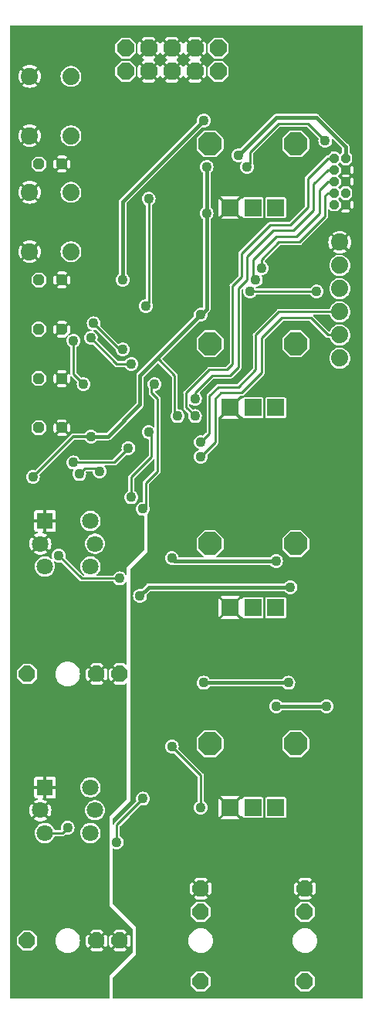
<source format=gbr>
%TF.GenerationSoftware,KiCad,Pcbnew,7.0.5-0*%
%TF.CreationDate,2023-09-10T13:25:37+02:00*%
%TF.ProjectId,peaks,7065616b-732e-46b6-9963-61645f706362,rev?*%
%TF.SameCoordinates,Original*%
%TF.FileFunction,Copper,L2,Bot*%
%TF.FilePolarity,Positive*%
%FSLAX46Y46*%
G04 Gerber Fmt 4.6, Leading zero omitted, Abs format (unit mm)*
G04 Created by KiCad (PCBNEW 7.0.5-0) date 2023-09-10 13:25:37*
%MOMM*%
%LPD*%
G01*
G04 APERTURE LIST*
G04 Aperture macros list*
%AMOutline5P*
0 Free polygon, 5 corners , with rotation*
0 The origin of the aperture is its center*
0 number of corners: always 5*
0 $1 to $10 corner X, Y*
0 $11 Rotation angle, in degrees counterclockwise*
0 create outline with 5 corners*
4,1,5,$1,$2,$3,$4,$5,$6,$7,$8,$9,$10,$1,$2,$11*%
%AMOutline6P*
0 Free polygon, 6 corners , with rotation*
0 The origin of the aperture is its center*
0 number of corners: always 6*
0 $1 to $12 corner X, Y*
0 $13 Rotation angle, in degrees counterclockwise*
0 create outline with 6 corners*
4,1,6,$1,$2,$3,$4,$5,$6,$7,$8,$9,$10,$11,$12,$1,$2,$13*%
%AMOutline7P*
0 Free polygon, 7 corners , with rotation*
0 The origin of the aperture is its center*
0 number of corners: always 7*
0 $1 to $14 corner X, Y*
0 $15 Rotation angle, in degrees counterclockwise*
0 create outline with 7 corners*
4,1,7,$1,$2,$3,$4,$5,$6,$7,$8,$9,$10,$11,$12,$13,$14,$1,$2,$15*%
%AMOutline8P*
0 Free polygon, 8 corners , with rotation*
0 The origin of the aperture is its center*
0 number of corners: always 8*
0 $1 to $16 corner X, Y*
0 $17 Rotation angle, in degrees counterclockwise*
0 create outline with 8 corners*
4,1,8,$1,$2,$3,$4,$5,$6,$7,$8,$9,$10,$11,$12,$13,$14,$15,$16,$1,$2,$17*%
G04 Aperture macros list end*
%TA.AperFunction,ComponentPad*%
%ADD10Outline8P,-0.889000X0.368236X-0.368236X0.889000X0.368236X0.889000X0.889000X0.368236X0.889000X-0.368236X0.368236X-0.889000X-0.368236X-0.889000X-0.889000X-0.368236X90.000000*%
%TD*%
%TA.AperFunction,ComponentPad*%
%ADD11Outline8P,-0.609600X0.252505X-0.252505X0.609600X0.252505X0.609600X0.609600X0.252505X0.609600X-0.252505X0.252505X-0.609600X-0.252505X-0.609600X-0.609600X-0.252505X0.000000*%
%TD*%
%TA.AperFunction,ComponentPad*%
%ADD12C,1.800000*%
%TD*%
%TA.AperFunction,ComponentPad*%
%ADD13R,1.800000X1.800000*%
%TD*%
%TA.AperFunction,ComponentPad*%
%ADD14C,1.879600*%
%TD*%
%TA.AperFunction,ComponentPad*%
%ADD15R,1.879600X1.879600*%
%TD*%
%TA.AperFunction,ComponentPad*%
%ADD16Outline8P,-1.270000X0.526051X-0.526051X1.270000X0.526051X1.270000X1.270000X0.526051X1.270000X-0.526051X0.526051X-1.270000X-0.526051X-1.270000X-1.270000X-0.526051X90.000000*%
%TD*%
%TA.AperFunction,ComponentPad*%
%ADD17Outline8P,-0.889000X0.368236X-0.368236X0.889000X0.368236X0.889000X0.889000X0.368236X0.889000X-0.368236X0.368236X-0.889000X-0.368236X-0.889000X-0.889000X-0.368236X180.000000*%
%TD*%
%TA.AperFunction,ComponentPad*%
%ADD18Outline8P,-0.533400X0.220942X-0.220942X0.533400X0.220942X0.533400X0.533400X0.220942X0.533400X-0.220942X0.220942X-0.533400X-0.220942X-0.533400X-0.533400X-0.220942X270.000000*%
%TD*%
%TA.AperFunction,ComponentPad*%
%ADD19Outline8P,-0.939800X0.389278X-0.389278X0.939800X0.389278X0.939800X0.939800X0.389278X0.939800X-0.389278X0.389278X-0.939800X-0.389278X-0.939800X-0.939800X-0.389278X0.000000*%
%TD*%
%TA.AperFunction,ViaPad*%
%ADD20C,1.108000*%
%TD*%
%TA.AperFunction,Conductor*%
%ADD21C,0.406400*%
%TD*%
%TA.AperFunction,Conductor*%
%ADD22C,0.254000*%
%TD*%
%TA.AperFunction,Conductor*%
%ADD23C,0.304800*%
%TD*%
G04 APERTURE END LIST*
D10*
%TO.P,J1,P1,1*%
%TO.N,GND*%
X141208600Y-122783600D03*
%TO.P,J1,P2,2*%
X138668600Y-122783600D03*
%TO.P,J1,P3,3*%
%TO.N,Net-(J1-3)*%
X131048600Y-122783600D03*
%TD*%
D11*
%TO.P,LED4,A,A*%
%TO.N,Net-(LED4-PadA)*%
X132318600Y-90398600D03*
%TO.P,LED4,K,C*%
%TO.N,GND*%
X134858600Y-90398600D03*
%TD*%
%TO.P,LED3,A,A*%
%TO.N,Net-(LED3-PadA)*%
X132318600Y-85001100D03*
%TO.P,LED3,K,C*%
%TO.N,GND*%
X134858600Y-85001100D03*
%TD*%
D10*
%TO.P,J2,P1,1*%
%TO.N,GND*%
X141208600Y-151993600D03*
%TO.P,J2,P2,2*%
X138668600Y-151993600D03*
%TO.P,J2,P3,3*%
%TO.N,Net-(J2-3)*%
X131048600Y-151993600D03*
%TD*%
D11*
%TO.P,LED2,A,A*%
%TO.N,Net-(LED2-PadA)*%
X132318600Y-79603600D03*
%TO.P,LED2,K,C*%
%TO.N,GND*%
X134858600Y-79603600D03*
%TD*%
%TO.P,LED1,A,A*%
%TO.N,Net-(LED1-PadA)*%
X132318600Y-66903600D03*
%TO.P,LED1,K,C*%
%TO.N,GND*%
X134858600Y-66903600D03*
%TD*%
D12*
%TO.P,SW7,*%
%TO.N,*%
X138000000Y-135200000D03*
X138000000Y-140200000D03*
D13*
%TO.P,SW7,1,1*%
%TO.N,GND*%
X133000000Y-135200000D03*
D12*
%TO.P,SW7,2,2*%
X132500000Y-137700000D03*
%TO.P,SW7,3,3*%
%TO.N,/peaks_1/LED_TRIG_1*%
X138500000Y-137700000D03*
%TO.P,SW7,4,4*%
%TO.N,/peaks_1/SW_TRIG_1*%
X133000000Y-140200000D03*
%TD*%
D14*
%TO.P,SW2,1,1*%
%TO.N,GND*%
X131328000Y-76504800D03*
%TO.P,SW2,2,2*%
X131328000Y-70002400D03*
%TO.P,SW2,3,3*%
%TO.N,/peaks_1/SW_DUAL*%
X135849200Y-76504800D03*
%TO.P,SW2,4,4*%
X135849200Y-70002400D03*
%TD*%
D12*
%TO.P,SW8,*%
%TO.N,*%
X138000000Y-106000000D03*
X138000000Y-111000000D03*
D13*
%TO.P,SW8,1,1*%
%TO.N,GND*%
X133000000Y-106000000D03*
D12*
%TO.P,SW8,2,2*%
X132500000Y-108500000D03*
%TO.P,SW8,3,3*%
%TO.N,/peaks_1/LED_TRIG_2*%
X138500000Y-108500000D03*
%TO.P,SW8,4,4*%
%TO.N,/peaks_1/SW_TRIG_2*%
X133000000Y-111000000D03*
%TD*%
D15*
%TO.P,R21,P$1,E*%
%TO.N,+3V3_A*%
X158313600Y-137403600D03*
%TO.P,R21,P$2,S*%
%TO.N,/peaks_1/POT_4*%
X155813600Y-137403600D03*
%TO.P,R21,P$3,A*%
%TO.N,GND*%
X153313600Y-137403600D03*
D16*
%TO.P,R21,P$4*%
%TO.N,N/C*%
X160513600Y-130403600D03*
%TO.P,R21,P$5*%
X151113600Y-130403600D03*
%TD*%
D15*
%TO.P,R11,P$1,E*%
%TO.N,+3V3_A*%
X158313600Y-115496100D03*
%TO.P,R11,P$2,S*%
%TO.N,/peaks_1/POT_3*%
X155813600Y-115496100D03*
%TO.P,R11,P$3,A*%
%TO.N,GND*%
X153313600Y-115496100D03*
D16*
%TO.P,R11,P$4*%
%TO.N,N/C*%
X160513600Y-108496100D03*
%TO.P,R11,P$5*%
X151113600Y-108496100D03*
%TD*%
D11*
%TO.P,LED5,A,A*%
%TO.N,Net-(LED5-PadA)*%
X132318600Y-95796100D03*
%TO.P,LED5,K,C*%
%TO.N,GND*%
X134858600Y-95796100D03*
%TD*%
D15*
%TO.P,R1,P$1,E*%
%TO.N,+3V3_A*%
X158313600Y-71681100D03*
%TO.P,R1,P$2,S*%
%TO.N,/peaks_1/POT_1*%
X155813600Y-71681100D03*
%TO.P,R1,P$3,A*%
%TO.N,GND*%
X153313600Y-71681100D03*
D16*
%TO.P,R1,P$4*%
%TO.N,N/C*%
X160513600Y-64681100D03*
%TO.P,R1,P$5*%
X151113600Y-64681100D03*
%TD*%
D14*
%TO.P,SW1,1,1*%
%TO.N,GND*%
X131328000Y-63804800D03*
%TO.P,SW1,2,2*%
X131328000Y-57302400D03*
%TO.P,SW1,3,3*%
%TO.N,/peaks_1/SW_MODE*%
X135849200Y-63804800D03*
%TO.P,SW1,4,4*%
X135849200Y-57302400D03*
%TD*%
D17*
%TO.P,J4,P1,1*%
%TO.N,GND*%
X161528600Y-146278600D03*
%TO.P,J4,P2,2*%
%TO.N,unconnected-(J4-2-PadP2)*%
X161528600Y-148818600D03*
%TO.P,J4,P3,3*%
%TO.N,Net-(J4-3)*%
X161528600Y-156438600D03*
%TD*%
%TO.P,J3,P1,1*%
%TO.N,GND*%
X150098600Y-146278600D03*
%TO.P,J3,P2,2*%
%TO.N,unconnected-(J3-2-PadP2)*%
X150098600Y-148818600D03*
%TO.P,J3,P3,3*%
%TO.N,Net-(J3-3)*%
X150098600Y-156438600D03*
%TD*%
D15*
%TO.P,R5,P$1,E*%
%TO.N,+3V3_A*%
X158313600Y-93588600D03*
%TO.P,R5,P$2,S*%
%TO.N,/peaks_1/POT_2*%
X155813600Y-93588600D03*
%TO.P,R5,P$3,A*%
%TO.N,GND*%
X153313600Y-93588600D03*
D16*
%TO.P,R5,P$4*%
%TO.N,N/C*%
X160513600Y-86588600D03*
%TO.P,R5,P$5*%
X151113600Y-86588600D03*
%TD*%
D18*
%TO.P,JP2,1,1*%
%TO.N,+3V3*%
X165973600Y-66268600D03*
%TO.P,JP2,2,2*%
%TO.N,/peaks_1/JTMS*%
X164703600Y-66268600D03*
%TO.P,JP2,3,3*%
%TO.N,GND*%
X165973600Y-67538600D03*
%TO.P,JP2,4,4*%
%TO.N,/peaks_1/JTCK*%
X164703600Y-67538600D03*
%TO.P,JP2,5,5*%
%TO.N,GND*%
X165973600Y-68808600D03*
%TO.P,JP2,6,6*%
%TO.N,/peaks_1/JTDO*%
X164703600Y-68808600D03*
%TO.P,JP2,7,7*%
%TO.N,unconnected-(JP2-Pad7)*%
X165973600Y-70078600D03*
%TO.P,JP2,8,8*%
%TO.N,/peaks_1/JTDI*%
X164703600Y-70078600D03*
%TO.P,JP2,9,9*%
%TO.N,GND*%
X165973600Y-71348600D03*
%TO.P,JP2,10,10*%
%TO.N,/peaks_1/RESET*%
X164703600Y-71348600D03*
%TD*%
D14*
%TO.P,JP1,1,1*%
%TO.N,GND*%
X165338600Y-75476100D03*
%TO.P,JP1,2,2*%
%TO.N,unconnected-(JP1-Pad2)*%
X165338600Y-78016100D03*
%TO.P,JP1,3,3*%
%TO.N,unconnected-(JP1-Pad3)*%
X165338600Y-80556100D03*
%TO.P,JP1,4,4*%
%TO.N,/peaks_1/RX*%
X165338600Y-83096100D03*
%TO.P,JP1,5,5*%
%TO.N,/peaks_1/TX*%
X165338600Y-85636100D03*
%TO.P,JP1,6,6*%
%TO.N,unconnected-(JP1-Pad6)*%
X165338600Y-88176100D03*
%TD*%
D19*
%TO.P,JP3,1,1*%
%TO.N,Net-(D1-PadA)*%
X141843600Y-54203600D03*
%TO.P,JP3,2,2*%
X141843600Y-56743600D03*
%TO.P,JP3,3,3*%
%TO.N,GND*%
X144383600Y-54203600D03*
%TO.P,JP3,4,4*%
X144383600Y-56743600D03*
%TO.P,JP3,5,5*%
X146923600Y-54203600D03*
%TO.P,JP3,6,6*%
X146923600Y-56743600D03*
%TO.P,JP3,7,7*%
X149463600Y-54203600D03*
%TO.P,JP3,8,8*%
X149463600Y-56743600D03*
%TO.P,JP3,9,9*%
%TO.N,Net-(D2-PadC)*%
X152003600Y-54203600D03*
%TO.P,JP3,10,10*%
X152003600Y-56743600D03*
%TD*%
D20*
%TO.N,GND*%
X131400000Y-118700000D03*
X140500000Y-101200000D03*
X141843600Y-139928600D03*
X139938600Y-63093600D03*
X145653600Y-131673600D03*
X138033600Y-71031100D03*
X150098600Y-101193600D03*
X146288600Y-70713600D03*
X147558600Y-78651100D03*
X139621100Y-69443600D03*
X164800000Y-128700000D03*
X145653600Y-60236100D03*
X153908600Y-130403600D03*
X138986100Y-98018600D03*
X151368600Y-105638600D03*
X144701100Y-63093600D03*
X152321100Y-111671100D03*
X153273600Y-139928600D03*
X133200000Y-147900000D03*
X141526100Y-63093600D03*
X140573600Y-127863600D03*
X153908600Y-121513600D03*
X152638600Y-97701100D03*
X164300000Y-117100000D03*
X142637400Y-82302300D03*
X143113600Y-63093600D03*
X145018600Y-110718600D03*
X164600000Y-119600000D03*
X145336100Y-146913600D03*
X165973600Y-56743600D03*
X146288600Y-91986100D03*
X141843600Y-91668600D03*
X141208600Y-69443600D03*
X149146100Y-128498600D03*
X143431100Y-120561100D03*
X131300000Y-142400000D03*
X138033600Y-72618600D03*
X154543600Y-111671100D03*
X154543600Y-108813600D03*
X149781100Y-111671100D03*
X153908600Y-125006100D03*
X149463600Y-88017300D03*
X146288600Y-139611100D03*
X161528600Y-98018600D03*
X157083600Y-102146100D03*
X156766100Y-83413600D03*
X164068600Y-54203600D03*
X138033600Y-67856100D03*
X146923600Y-83413600D03*
X138033600Y-69443600D03*
X139621100Y-67856100D03*
%TO.N,+3V3*%
X147558600Y-94526100D03*
X138033600Y-96748600D03*
X150733600Y-67221100D03*
X154226100Y-65951100D03*
X150098600Y-83413600D03*
X131683600Y-101193600D03*
X150733600Y-72301100D03*
%TO.N,VCC*%
X159941100Y-113258600D03*
X143431100Y-114211100D03*
%TO.N,VEE*%
X159700000Y-123736100D03*
X150416100Y-123736100D03*
%TO.N,+3V3_A*%
X158353600Y-110401100D03*
X150416100Y-62141100D03*
X141526100Y-79603600D03*
X163900000Y-126300000D03*
X146923600Y-110083600D03*
X158353600Y-126300000D03*
%TO.N,Net-(J3-3)*%
X143748600Y-136436100D03*
X140891100Y-141198600D03*
%TO.N,/peaks_1/RX*%
X150098600Y-97383600D03*
%TO.N,/peaks_1/TX*%
X150098600Y-98971100D03*
%TO.N,/peaks_1/JTMS*%
X149463600Y-94526100D03*
%TO.N,/peaks_1/JTCK*%
X149463600Y-92621100D03*
%TO.N,/peaks_1/JTDO*%
X156131100Y-79603600D03*
%TO.N,/peaks_1/JTDI*%
X156766100Y-78333600D03*
%TO.N,/peaks_1/RESET*%
X144383600Y-70713600D03*
X155178600Y-67221100D03*
X144066100Y-82461100D03*
X163751100Y-64363600D03*
%TO.N,AREF_-10*%
X146923600Y-130721100D03*
X150098600Y-137388600D03*
%TO.N,/peaks_1/TRIG_2*%
X136763600Y-100876100D03*
X138986100Y-100558600D03*
%TO.N,/peaks_1/TRIG_1*%
X142478600Y-103416100D03*
X144383600Y-96272400D03*
%TO.N,Net-(UC1-PB10{slash}I2C2_SCL{slash}USART3_TX)*%
X137239800Y-91033600D03*
X136128600Y-86271100D03*
%TO.N,/peaks_1/BOOT_FLASH*%
X162798600Y-80873600D03*
X155496100Y-80873600D03*
%TO.N,Net-(UC1-PB0{slash}ADC12_IN8{slash}TIM3_CH3)*%
X134500000Y-109800000D03*
X141208600Y-112306100D03*
%TO.N,/peaks_1/SW_MODE*%
X138033600Y-85953600D03*
X142478600Y-88811100D03*
%TO.N,/peaks_1/SW_DUAL*%
X141526100Y-87223600D03*
X138351100Y-84366100D03*
%TO.N,/peaks_1/SW_TRIG_2*%
X136128600Y-99606100D03*
X142161100Y-98018600D03*
%TO.N,/peaks_1/SW_TRIG_1*%
X145018600Y-91033600D03*
X135493600Y-139593600D03*
X143748600Y-104686100D03*
%TD*%
D21*
%TO.N,+3V3*%
X143431100Y-90081100D02*
X145177400Y-88334800D01*
X162798600Y-61823600D02*
X165973600Y-64998600D01*
D22*
X145177400Y-88334800D02*
X145494800Y-88334800D01*
D21*
X145177400Y-88334800D02*
X150098600Y-83413600D01*
X150733600Y-82778600D02*
X150733600Y-72301100D01*
X154226100Y-65951100D02*
X158353600Y-61823600D01*
D23*
X131683600Y-101193600D02*
X136128600Y-96748600D01*
D21*
X150733600Y-72301100D02*
X150733600Y-67221100D01*
D22*
X147241100Y-94208600D02*
X147558600Y-94526100D01*
D21*
X139938600Y-96748600D02*
X143431100Y-93256100D01*
D23*
X136128600Y-96748600D02*
X138033600Y-96748600D01*
D21*
X158353600Y-61823600D02*
X162798600Y-61823600D01*
D22*
X145494800Y-88334800D02*
X147241100Y-90081100D01*
X147241100Y-90081100D02*
X147241100Y-94208600D01*
D21*
X150098600Y-83413600D02*
X150733600Y-82778600D01*
X143431100Y-93256100D02*
X143431100Y-90081100D01*
X165973600Y-64998600D02*
X165973600Y-66268600D01*
X138033600Y-96748600D02*
X139938600Y-96748600D01*
%TO.N,VCC*%
X143431100Y-114211100D02*
X144383600Y-113258600D01*
X144383600Y-113258600D02*
X159941100Y-113258600D01*
%TO.N,VEE*%
X159700000Y-123736100D02*
X150416100Y-123736100D01*
%TO.N,+3V3_A*%
X163900000Y-126300000D02*
X158353600Y-126300000D01*
X150416100Y-62141100D02*
X141526100Y-71031100D01*
X141526100Y-71031100D02*
X141526100Y-79603600D01*
X158353600Y-110401100D02*
X147241100Y-110401100D01*
X147241100Y-110401100D02*
X146923600Y-110083600D01*
D22*
%TO.N,Net-(J3-3)*%
X140891100Y-139293600D02*
X143748600Y-136436100D01*
X140891100Y-141198600D02*
X140891100Y-139293600D01*
%TO.N,/peaks_1/RX*%
X158671100Y-83096100D02*
X165338600Y-83096100D01*
X154226100Y-91351100D02*
X156131100Y-89446100D01*
X152003600Y-91351100D02*
X154226100Y-91351100D01*
X151051100Y-92303600D02*
X152003600Y-91351100D01*
X151051100Y-96431100D02*
X151051100Y-92303600D01*
X156131100Y-89446100D02*
X156131100Y-85636100D01*
X156131100Y-85636100D02*
X158671100Y-83096100D01*
X150098600Y-97383600D02*
X151051100Y-96431100D01*
%TO.N,/peaks_1/TX*%
X164068600Y-85636100D02*
X165338600Y-85636100D01*
X151686100Y-97383600D02*
X151686100Y-92621100D01*
X162163600Y-83731100D02*
X164068600Y-85636100D01*
X150098600Y-98971100D02*
X151686100Y-97383600D01*
X152321100Y-91986100D02*
X154543600Y-91986100D01*
X154543600Y-91986100D02*
X156766100Y-89763600D01*
X156766100Y-89763600D02*
X156766100Y-85953600D01*
X156766100Y-85953600D02*
X158988600Y-83731100D01*
X151686100Y-92621100D02*
X152321100Y-91986100D01*
X158988600Y-83731100D02*
X162163600Y-83731100D01*
%TO.N,/peaks_1/JTMS*%
X159941100Y-73571100D02*
X161846100Y-71666100D01*
X152956100Y-89446100D02*
X153591100Y-88811100D01*
X154543600Y-76746100D02*
X157718600Y-73571100D01*
X161846100Y-71666100D02*
X161846100Y-68491100D01*
X154543600Y-79286100D02*
X154543600Y-76746100D01*
X148511100Y-91986100D02*
X151051100Y-89446100D01*
X148511100Y-93573600D02*
X148511100Y-91986100D01*
X149463600Y-94526100D02*
X148511100Y-93573600D01*
X164068600Y-66268600D02*
X164703600Y-66268600D01*
X153591100Y-80238600D02*
X154543600Y-79286100D01*
X157718600Y-73571100D02*
X159941100Y-73571100D01*
X153591100Y-88811100D02*
X153591100Y-80238600D01*
X151051100Y-89446100D02*
X152956100Y-89446100D01*
X161846100Y-68491100D02*
X164068600Y-66268600D01*
%TO.N,/peaks_1/JTCK*%
X155178600Y-79603600D02*
X155178600Y-77063600D01*
X158036100Y-74206100D02*
X160258600Y-74206100D01*
X162481100Y-69126100D02*
X164068600Y-67538600D01*
X154226100Y-80556100D02*
X155178600Y-79603600D01*
X164068600Y-67538600D02*
X164703600Y-67538600D01*
X149463600Y-92621100D02*
X149463600Y-91986100D01*
X155178600Y-77063600D02*
X158036100Y-74206100D01*
X154226100Y-89128600D02*
X154226100Y-80556100D01*
X162481100Y-71983600D02*
X162481100Y-69126100D01*
X153273600Y-90081100D02*
X154226100Y-89128600D01*
X149463600Y-91986100D02*
X151368600Y-90081100D01*
X160258600Y-74206100D02*
X162481100Y-71983600D01*
X151368600Y-90081100D02*
X153273600Y-90081100D01*
%TO.N,/peaks_1/JTDO*%
X163116100Y-69761100D02*
X164068600Y-68808600D01*
X155813600Y-77381100D02*
X158353600Y-74841100D01*
X155813600Y-79286100D02*
X155813600Y-77381100D01*
X164068600Y-68808600D02*
X164703600Y-68808600D01*
X163116100Y-72301100D02*
X163116100Y-69761100D01*
X156131100Y-79603600D02*
X155813600Y-79286100D01*
X160576100Y-74841100D02*
X163116100Y-72301100D01*
X158353600Y-74841100D02*
X160576100Y-74841100D01*
%TO.N,/peaks_1/JTDI*%
X156766100Y-78333600D02*
X156766100Y-77381100D01*
X158671100Y-75476100D02*
X160893600Y-75476100D01*
X163751100Y-70396100D02*
X164068600Y-70078600D01*
X156766100Y-77381100D02*
X158671100Y-75476100D01*
X160893600Y-75476100D02*
X163751100Y-72618600D01*
X164068600Y-70078600D02*
X164703600Y-70078600D01*
X163751100Y-72618600D02*
X163751100Y-70396100D01*
%TO.N,/peaks_1/RESET*%
X161846100Y-62458600D02*
X163751100Y-64363600D01*
X158671100Y-62458600D02*
X161846100Y-62458600D01*
X144066100Y-82461100D02*
X144383600Y-82143600D01*
X155496100Y-65633600D02*
X158671100Y-62458600D01*
X144383600Y-82143600D02*
X144383600Y-70713600D01*
X155178600Y-67221100D02*
X155496100Y-66903600D01*
X155496100Y-66903600D02*
X155496100Y-65633600D01*
%TO.N,AREF_-10*%
X150098600Y-133896100D02*
X146923600Y-130721100D01*
X150098600Y-137388600D02*
X150098600Y-133896100D01*
%TO.N,/peaks_1/TRIG_2*%
X137398600Y-100241100D02*
X138668600Y-100241100D01*
X138668600Y-100241100D02*
X138986100Y-100558600D01*
X136763600Y-100876100D02*
X137398600Y-100241100D01*
%TO.N,/peaks_1/TRIG_1*%
X144701100Y-96589900D02*
X144383600Y-96272400D01*
X142478600Y-101193600D02*
X144701100Y-98971100D01*
X142478600Y-103416100D02*
X142478600Y-101193600D01*
X144701100Y-98971100D02*
X144701100Y-96589900D01*
%TO.N,Net-(UC1-PB10{slash}I2C2_SCL{slash}USART3_TX)*%
X136128600Y-89922400D02*
X136128600Y-86271100D01*
X136128600Y-89922400D02*
X137239800Y-91033600D01*
%TO.N,/peaks_1/BOOT_FLASH*%
X162798600Y-80873600D02*
X155496100Y-80873600D01*
%TO.N,Net-(UC1-PB0{slash}ADC12_IN8{slash}TIM3_CH3)*%
X137006100Y-112306100D02*
X134500000Y-109800000D01*
X141208600Y-112306100D02*
X137006100Y-112306100D01*
%TO.N,/peaks_1/SW_MODE*%
X138033600Y-85953600D02*
X140891100Y-88811100D01*
X140891100Y-88811100D02*
X142478600Y-88811100D01*
%TO.N,/peaks_1/SW_DUAL*%
X141526100Y-87223600D02*
X141208600Y-87223600D01*
X141208600Y-87223600D02*
X138351100Y-84366100D01*
%TO.N,/peaks_1/SW_TRIG_2*%
X136128600Y-99606100D02*
X140573600Y-99606100D01*
X140573600Y-99606100D02*
X142161100Y-98018600D01*
%TO.N,/peaks_1/SW_TRIG_1*%
X144066100Y-104368600D02*
X144066100Y-101828600D01*
X145336100Y-100558600D02*
X145336100Y-92621100D01*
X143748600Y-104686100D02*
X144066100Y-104368600D01*
X144701100Y-91351100D02*
X145018600Y-91033600D01*
X144066100Y-101828600D02*
X145336100Y-100558600D01*
X134887200Y-140200000D02*
X133000000Y-140200000D01*
X145336100Y-92621100D02*
X144701100Y-91986100D01*
X135493600Y-139593600D02*
X134887200Y-140200000D01*
X144701100Y-91986100D02*
X144701100Y-91351100D01*
%TD*%
%TA.AperFunction,Conductor*%
%TO.N,GND*%
G36*
X165382794Y-70530212D02*
G01*
X165470643Y-70618061D01*
X165479569Y-70639608D01*
X165893461Y-71053500D01*
X165861586Y-71059459D01*
X165764700Y-71119448D01*
X165696028Y-71210385D01*
X165679281Y-71269242D01*
X165264608Y-70854569D01*
X165243061Y-70845643D01*
X165201299Y-70803881D01*
X165155210Y-70757792D01*
X165136905Y-70713600D01*
X165155210Y-70669407D01*
X165294406Y-70530211D01*
X165338600Y-70511906D01*
X165382794Y-70530212D01*
G37*
%TD.AperFunction*%
%TA.AperFunction,Conductor*%
G36*
X165675357Y-68893457D02*
G01*
X165726151Y-68995465D01*
X165810364Y-69072235D01*
X165892936Y-69104223D01*
X165479568Y-69517591D01*
X165470643Y-69539137D01*
X165382793Y-69626987D01*
X165338599Y-69645293D01*
X165294405Y-69626987D01*
X165155211Y-69487792D01*
X165136905Y-69443598D01*
X165155209Y-69399407D01*
X165243062Y-69311554D01*
X165264607Y-69302630D01*
X165675223Y-68892014D01*
X165675357Y-68893457D01*
G37*
%TD.AperFunction*%
%TA.AperFunction,Conductor*%
G36*
X165675357Y-67623457D02*
G01*
X165726151Y-67725465D01*
X165810364Y-67802235D01*
X165892936Y-67834223D01*
X165553560Y-68173599D01*
X165893460Y-68513500D01*
X165861586Y-68519459D01*
X165764700Y-68579448D01*
X165696028Y-68670385D01*
X165679281Y-68729241D01*
X165264607Y-68314567D01*
X165243060Y-68305642D01*
X165155211Y-68217793D01*
X165136905Y-68173599D01*
X165155209Y-68129408D01*
X165243064Y-68041553D01*
X165264608Y-68032629D01*
X165675223Y-67622013D01*
X165675357Y-67623457D01*
G37*
%TD.AperFunction*%
%TA.AperFunction,Conductor*%
G36*
X165382794Y-66720212D02*
G01*
X165470643Y-66808061D01*
X165479569Y-66829608D01*
X165893461Y-67243500D01*
X165861586Y-67249459D01*
X165764700Y-67309448D01*
X165696028Y-67400385D01*
X165679281Y-67459242D01*
X165264608Y-67044569D01*
X165243061Y-67035643D01*
X165155212Y-66947793D01*
X165136906Y-66903599D01*
X165155211Y-66859406D01*
X165294406Y-66720212D01*
X165338600Y-66701906D01*
X165382794Y-66720212D01*
G37*
%TD.AperFunction*%
%TA.AperFunction,Conductor*%
G36*
X146535731Y-54539690D02*
G01*
X146646130Y-54635352D01*
X146687784Y-54654375D01*
X146151581Y-55190579D01*
X146355045Y-55394045D01*
X146355054Y-55394053D01*
X146365483Y-55402511D01*
X146397702Y-55415857D01*
X146431526Y-55449682D01*
X146431527Y-55497518D01*
X146397702Y-55531342D01*
X146365491Y-55544684D01*
X146365483Y-55544689D01*
X146355060Y-55553142D01*
X146355050Y-55553151D01*
X146151581Y-55756620D01*
X146687785Y-56292824D01*
X146646130Y-56311848D01*
X146535731Y-56407510D01*
X146471889Y-56506850D01*
X145936620Y-55971581D01*
X145733146Y-56175054D01*
X145724687Y-56185484D01*
X145711341Y-56217703D01*
X145677515Y-56251527D01*
X145629680Y-56251526D01*
X145595856Y-56217701D01*
X145582513Y-56185487D01*
X145582510Y-56185483D01*
X145574057Y-56175060D01*
X145574048Y-56175050D01*
X145370579Y-55971581D01*
X144835310Y-56506848D01*
X144771469Y-56407510D01*
X144661070Y-56311848D01*
X144619413Y-56292824D01*
X145155618Y-55756620D01*
X145155618Y-55756619D01*
X144952154Y-55553154D01*
X144952145Y-55553146D01*
X144941714Y-55544686D01*
X144909497Y-55531341D01*
X144875672Y-55497516D01*
X144875673Y-55449681D01*
X144909498Y-55415856D01*
X144941713Y-55402512D01*
X144941716Y-55402510D01*
X144952139Y-55394057D01*
X144952148Y-55394048D01*
X145155618Y-55190579D01*
X145155618Y-55190578D01*
X144619415Y-54654375D01*
X144661070Y-54635352D01*
X144771469Y-54539690D01*
X144835310Y-54440349D01*
X145370579Y-54975618D01*
X145574045Y-54772154D01*
X145574053Y-54772145D01*
X145582512Y-54761715D01*
X145595857Y-54729498D01*
X145629682Y-54695673D01*
X145677517Y-54695672D01*
X145711342Y-54729497D01*
X145724684Y-54761709D01*
X145724689Y-54761716D01*
X145733142Y-54772139D01*
X145733151Y-54772149D01*
X145936620Y-54975618D01*
X146471888Y-54440348D01*
X146535731Y-54539690D01*
G37*
%TD.AperFunction*%
%TA.AperFunction,Conductor*%
G36*
X149075731Y-54539690D02*
G01*
X149186130Y-54635352D01*
X149227784Y-54654375D01*
X148691581Y-55190579D01*
X148895045Y-55394045D01*
X148895054Y-55394053D01*
X148905483Y-55402511D01*
X148937702Y-55415857D01*
X148971526Y-55449682D01*
X148971527Y-55497518D01*
X148937702Y-55531342D01*
X148905491Y-55544684D01*
X148905483Y-55544689D01*
X148895060Y-55553142D01*
X148895050Y-55553151D01*
X148691581Y-55756620D01*
X149227785Y-56292824D01*
X149186130Y-56311848D01*
X149075731Y-56407510D01*
X149011889Y-56506849D01*
X148476620Y-55971581D01*
X148273146Y-56175054D01*
X148264687Y-56185484D01*
X148251341Y-56217703D01*
X148217515Y-56251527D01*
X148169680Y-56251526D01*
X148135856Y-56217701D01*
X148122513Y-56185487D01*
X148122510Y-56185483D01*
X148114057Y-56175060D01*
X148114048Y-56175050D01*
X147910579Y-55971581D01*
X147375310Y-56506848D01*
X147311469Y-56407510D01*
X147201070Y-56311848D01*
X147159413Y-56292824D01*
X147695618Y-55756620D01*
X147695618Y-55756619D01*
X147492154Y-55553154D01*
X147492145Y-55553146D01*
X147481714Y-55544686D01*
X147449497Y-55531341D01*
X147415672Y-55497516D01*
X147415673Y-55449681D01*
X147449498Y-55415856D01*
X147481713Y-55402512D01*
X147481716Y-55402510D01*
X147492139Y-55394057D01*
X147492148Y-55394048D01*
X147695618Y-55190579D01*
X147695618Y-55190578D01*
X147159415Y-54654375D01*
X147201070Y-54635352D01*
X147311469Y-54539690D01*
X147375310Y-54440349D01*
X147910579Y-54975618D01*
X148114045Y-54772154D01*
X148114053Y-54772145D01*
X148122512Y-54761715D01*
X148135857Y-54729498D01*
X148169682Y-54695673D01*
X148217517Y-54695672D01*
X148251342Y-54729497D01*
X148264684Y-54761709D01*
X148264689Y-54761716D01*
X148273142Y-54772139D01*
X148273151Y-54772149D01*
X148476620Y-54975618D01*
X149011888Y-54440348D01*
X149075731Y-54539690D01*
G37*
%TD.AperFunction*%
%TA.AperFunction,Conductor*%
G36*
X167814794Y-51707406D02*
G01*
X167833100Y-51751600D01*
X167833100Y-158255600D01*
X167814794Y-158299794D01*
X167770600Y-158318100D01*
X140509100Y-158318100D01*
X140464906Y-158299794D01*
X140446600Y-158255600D01*
X140446600Y-156826900D01*
X149005899Y-156826900D01*
X149017718Y-156886316D01*
X149017718Y-156886317D01*
X149051374Y-156936686D01*
X149600512Y-157485824D01*
X149600518Y-157485829D01*
X149650882Y-157519480D01*
X149650884Y-157519481D01*
X149710300Y-157531300D01*
X150486901Y-157531301D01*
X150546316Y-157519482D01*
X150596687Y-157485825D01*
X151145826Y-156936686D01*
X151179481Y-156886316D01*
X151191300Y-156826900D01*
X160435899Y-156826900D01*
X160447718Y-156886316D01*
X160447718Y-156886317D01*
X160481374Y-156936686D01*
X161030512Y-157485824D01*
X161030518Y-157485829D01*
X161080882Y-157519480D01*
X161080884Y-157519481D01*
X161140300Y-157531300D01*
X161916901Y-157531301D01*
X161976316Y-157519482D01*
X162026687Y-157485825D01*
X162575826Y-156936686D01*
X162609481Y-156886316D01*
X162621300Y-156826900D01*
X162621301Y-156050299D01*
X162609482Y-155990884D01*
X162575825Y-155940513D01*
X162026686Y-155391374D01*
X162026684Y-155391373D01*
X162026681Y-155391370D01*
X161976317Y-155357719D01*
X161916899Y-155345899D01*
X161140299Y-155345899D01*
X161080883Y-155357718D01*
X161080882Y-155357718D01*
X161030513Y-155391374D01*
X160481375Y-155940512D01*
X160481370Y-155940518D01*
X160447719Y-155990882D01*
X160435899Y-156050300D01*
X160435899Y-156826900D01*
X151191300Y-156826900D01*
X151191301Y-156050299D01*
X151179482Y-155990884D01*
X151145825Y-155940513D01*
X150596686Y-155391374D01*
X150596684Y-155391373D01*
X150596681Y-155391370D01*
X150546317Y-155357719D01*
X150486899Y-155345899D01*
X149710299Y-155345899D01*
X149650883Y-155357718D01*
X149650882Y-155357718D01*
X149600513Y-155391374D01*
X149051375Y-155940512D01*
X149051370Y-155940518D01*
X149017719Y-155990882D01*
X149005899Y-156050300D01*
X149005899Y-156826900D01*
X140446600Y-156826900D01*
X140446600Y-156094383D01*
X140464906Y-156050189D01*
X142986600Y-153528495D01*
X142986600Y-151993602D01*
X148742941Y-151993602D01*
X148763536Y-152229004D01*
X148763539Y-152229020D01*
X148824695Y-152457259D01*
X148824696Y-152457261D01*
X148924564Y-152671428D01*
X149060105Y-152865002D01*
X149227197Y-153032094D01*
X149239668Y-153040826D01*
X149420771Y-153167635D01*
X149420770Y-153167635D01*
X149461441Y-153186600D01*
X149634937Y-153267503D01*
X149634939Y-153267503D01*
X149634940Y-153267504D01*
X149863179Y-153328660D01*
X149863185Y-153328661D01*
X149863192Y-153328663D01*
X149969057Y-153337925D01*
X150039632Y-153344100D01*
X150039634Y-153344100D01*
X150157568Y-153344100D01*
X150216380Y-153338954D01*
X150334008Y-153328663D01*
X150334017Y-153328660D01*
X150334020Y-153328660D01*
X150562259Y-153267504D01*
X150562258Y-153267504D01*
X150562263Y-153267503D01*
X150776429Y-153167635D01*
X150970001Y-153032095D01*
X151137095Y-152865001D01*
X151272635Y-152671430D01*
X151372503Y-152457263D01*
X151392696Y-152381900D01*
X151433660Y-152229020D01*
X151433660Y-152229017D01*
X151433663Y-152229008D01*
X151454259Y-151993602D01*
X160172941Y-151993602D01*
X160193536Y-152229004D01*
X160193539Y-152229020D01*
X160254695Y-152457259D01*
X160254696Y-152457261D01*
X160354564Y-152671428D01*
X160490105Y-152865002D01*
X160657197Y-153032094D01*
X160669668Y-153040826D01*
X160850771Y-153167635D01*
X160850770Y-153167635D01*
X160891441Y-153186600D01*
X161064937Y-153267503D01*
X161064939Y-153267503D01*
X161064940Y-153267504D01*
X161293179Y-153328660D01*
X161293185Y-153328661D01*
X161293192Y-153328663D01*
X161399057Y-153337925D01*
X161469632Y-153344100D01*
X161469634Y-153344100D01*
X161587568Y-153344100D01*
X161646380Y-153338954D01*
X161764008Y-153328663D01*
X161764017Y-153328660D01*
X161764020Y-153328660D01*
X161992259Y-153267504D01*
X161992258Y-153267504D01*
X161992263Y-153267503D01*
X162206429Y-153167635D01*
X162400001Y-153032095D01*
X162567095Y-152865001D01*
X162702635Y-152671430D01*
X162802503Y-152457263D01*
X162822696Y-152381900D01*
X162863660Y-152229020D01*
X162863660Y-152229017D01*
X162863663Y-152229008D01*
X162884259Y-151993600D01*
X162863663Y-151758192D01*
X162822696Y-151605300D01*
X162802504Y-151529940D01*
X162802503Y-151529938D01*
X162786450Y-151495513D01*
X162702635Y-151315771D01*
X162567095Y-151122199D01*
X162567094Y-151122197D01*
X162400002Y-150955105D01*
X162255542Y-150853954D01*
X162206429Y-150819565D01*
X162206427Y-150819564D01*
X162206429Y-150819564D01*
X161992261Y-150719696D01*
X161992259Y-150719695D01*
X161764020Y-150658539D01*
X161764004Y-150658536D01*
X161587568Y-150643100D01*
X161587566Y-150643100D01*
X161469634Y-150643100D01*
X161469632Y-150643100D01*
X161293195Y-150658536D01*
X161293179Y-150658539D01*
X161064940Y-150719695D01*
X161064938Y-150719696D01*
X160850771Y-150819564D01*
X160657197Y-150955105D01*
X160490105Y-151122197D01*
X160354564Y-151315770D01*
X160254696Y-151529938D01*
X160254695Y-151529940D01*
X160193539Y-151758179D01*
X160193536Y-151758195D01*
X160172941Y-151993597D01*
X160172941Y-151993602D01*
X151454259Y-151993602D01*
X151454259Y-151993600D01*
X151433663Y-151758192D01*
X151392696Y-151605300D01*
X151372504Y-151529940D01*
X151372503Y-151529938D01*
X151356450Y-151495513D01*
X151272635Y-151315771D01*
X151137095Y-151122199D01*
X151137094Y-151122197D01*
X150970002Y-150955105D01*
X150825542Y-150853954D01*
X150776429Y-150819565D01*
X150776427Y-150819564D01*
X150776429Y-150819564D01*
X150562261Y-150719696D01*
X150562259Y-150719695D01*
X150334020Y-150658539D01*
X150334004Y-150658536D01*
X150157568Y-150643100D01*
X150157566Y-150643100D01*
X150039634Y-150643100D01*
X150039632Y-150643100D01*
X149863195Y-150658536D01*
X149863179Y-150658539D01*
X149634940Y-150719695D01*
X149634938Y-150719696D01*
X149420771Y-150819564D01*
X149227197Y-150955105D01*
X149060105Y-151122197D01*
X148924564Y-151315770D01*
X148824696Y-151529938D01*
X148824695Y-151529940D01*
X148763539Y-151758179D01*
X148763536Y-151758195D01*
X148742941Y-151993597D01*
X148742941Y-151993602D01*
X142986600Y-151993602D01*
X142986600Y-150458705D01*
X141734795Y-149206900D01*
X149005899Y-149206900D01*
X149017718Y-149266316D01*
X149017718Y-149266317D01*
X149051374Y-149316686D01*
X149600512Y-149865824D01*
X149600518Y-149865829D01*
X149650882Y-149899480D01*
X149650884Y-149899481D01*
X149710300Y-149911300D01*
X150486901Y-149911301D01*
X150546316Y-149899482D01*
X150596687Y-149865825D01*
X151145826Y-149316686D01*
X151179481Y-149266316D01*
X151191300Y-149206900D01*
X160435899Y-149206900D01*
X160447718Y-149266316D01*
X160447718Y-149266317D01*
X160481374Y-149316686D01*
X161030512Y-149865824D01*
X161030518Y-149865829D01*
X161080882Y-149899480D01*
X161080884Y-149899481D01*
X161140300Y-149911300D01*
X161916901Y-149911301D01*
X161976316Y-149899482D01*
X162026687Y-149865825D01*
X162575826Y-149316686D01*
X162609481Y-149266316D01*
X162621300Y-149206900D01*
X162621301Y-148430299D01*
X162609482Y-148370884D01*
X162575825Y-148320513D01*
X162026686Y-147771374D01*
X162026684Y-147771373D01*
X162026681Y-147771370D01*
X161976317Y-147737719D01*
X161916899Y-147725899D01*
X161140299Y-147725899D01*
X161080883Y-147737718D01*
X161080882Y-147737718D01*
X161030513Y-147771374D01*
X160481375Y-148320512D01*
X160481370Y-148320518D01*
X160447719Y-148370882D01*
X160435899Y-148430300D01*
X160435899Y-149206900D01*
X151191300Y-149206900D01*
X151191301Y-148430299D01*
X151179482Y-148370884D01*
X151145825Y-148320513D01*
X150596686Y-147771374D01*
X150596684Y-147771373D01*
X150596681Y-147771370D01*
X150546317Y-147737719D01*
X150486899Y-147725899D01*
X149710299Y-147725899D01*
X149650883Y-147737718D01*
X149650882Y-147737718D01*
X149600513Y-147771374D01*
X149051375Y-148320512D01*
X149051370Y-148320518D01*
X149017719Y-148370882D01*
X149005899Y-148430300D01*
X149005899Y-149206900D01*
X141734795Y-149206900D01*
X140464906Y-147937011D01*
X140446600Y-147892817D01*
X140446600Y-146697308D01*
X148905600Y-146697308D01*
X148905601Y-146697330D01*
X148906993Y-146710667D01*
X148906995Y-146710674D01*
X148950484Y-146815667D01*
X148950489Y-146815674D01*
X148958942Y-146826097D01*
X148958951Y-146826107D01*
X149147541Y-147014697D01*
X149646888Y-146515348D01*
X149710731Y-146614690D01*
X149821130Y-146710352D01*
X149862784Y-146729375D01*
X149362502Y-147229658D01*
X149551087Y-147418245D01*
X149551096Y-147418253D01*
X149561526Y-147426712D01*
X149666532Y-147470206D01*
X149666529Y-147470206D01*
X149679894Y-147471600D01*
X150517309Y-147471600D01*
X150517330Y-147471598D01*
X150530667Y-147470206D01*
X150530674Y-147470204D01*
X150635667Y-147426715D01*
X150635674Y-147426710D01*
X150646097Y-147418257D01*
X150646106Y-147418249D01*
X150834697Y-147229658D01*
X150834697Y-147229657D01*
X150334415Y-146729375D01*
X150376070Y-146710352D01*
X150486469Y-146614690D01*
X150550310Y-146515349D01*
X151049658Y-147014697D01*
X151238245Y-146826112D01*
X151238253Y-146826103D01*
X151246712Y-146815673D01*
X151290206Y-146710668D01*
X151291600Y-146697308D01*
X160335600Y-146697308D01*
X160335601Y-146697330D01*
X160336993Y-146710667D01*
X160336995Y-146710674D01*
X160380484Y-146815667D01*
X160380489Y-146815674D01*
X160388942Y-146826097D01*
X160388951Y-146826107D01*
X160577541Y-147014697D01*
X161076888Y-146515348D01*
X161140731Y-146614690D01*
X161251130Y-146710352D01*
X161292784Y-146729375D01*
X160792502Y-147229658D01*
X160981087Y-147418245D01*
X160981096Y-147418253D01*
X160991526Y-147426712D01*
X161096532Y-147470206D01*
X161096529Y-147470206D01*
X161109894Y-147471600D01*
X161947309Y-147471600D01*
X161947330Y-147471598D01*
X161960667Y-147470206D01*
X161960674Y-147470204D01*
X162065667Y-147426715D01*
X162065674Y-147426710D01*
X162076097Y-147418257D01*
X162076106Y-147418249D01*
X162264697Y-147229658D01*
X162264697Y-147229657D01*
X161764415Y-146729375D01*
X161806070Y-146710352D01*
X161916469Y-146614690D01*
X161980310Y-146515349D01*
X162479658Y-147014697D01*
X162668245Y-146826112D01*
X162668253Y-146826103D01*
X162676712Y-146815673D01*
X162720206Y-146710668D01*
X162721600Y-146697305D01*
X162721600Y-145859891D01*
X162721598Y-145859869D01*
X162720206Y-145846532D01*
X162720204Y-145846525D01*
X162676715Y-145741532D01*
X162676710Y-145741525D01*
X162668257Y-145731102D01*
X162668248Y-145731092D01*
X162479658Y-145542502D01*
X161980310Y-146041848D01*
X161916469Y-145942510D01*
X161806070Y-145846848D01*
X161764413Y-145827824D01*
X162264697Y-145327541D01*
X162264697Y-145327540D01*
X162076112Y-145138954D01*
X162076103Y-145138946D01*
X162065673Y-145130487D01*
X161960667Y-145086993D01*
X161960670Y-145086993D01*
X161947306Y-145085600D01*
X161109891Y-145085600D01*
X161109869Y-145085601D01*
X161096532Y-145086993D01*
X161096525Y-145086995D01*
X160991532Y-145130484D01*
X160991525Y-145130489D01*
X160981102Y-145138942D01*
X160981092Y-145138951D01*
X160792502Y-145327541D01*
X161292785Y-145827824D01*
X161251130Y-145846848D01*
X161140731Y-145942510D01*
X161076889Y-146041850D01*
X160577541Y-145542502D01*
X160388946Y-145731096D01*
X160380487Y-145741526D01*
X160336993Y-145846531D01*
X160335600Y-145859894D01*
X160335600Y-146697308D01*
X151291600Y-146697308D01*
X151291600Y-146697305D01*
X151291600Y-145859891D01*
X151291598Y-145859869D01*
X151290206Y-145846532D01*
X151290204Y-145846525D01*
X151246715Y-145741532D01*
X151246710Y-145741525D01*
X151238257Y-145731102D01*
X151238248Y-145731092D01*
X151049658Y-145542502D01*
X150550310Y-146041848D01*
X150486469Y-145942510D01*
X150376070Y-145846848D01*
X150334413Y-145827824D01*
X150834697Y-145327541D01*
X150834697Y-145327540D01*
X150646112Y-145138954D01*
X150646103Y-145138946D01*
X150635673Y-145130487D01*
X150530667Y-145086993D01*
X150530670Y-145086993D01*
X150517306Y-145085600D01*
X149679891Y-145085600D01*
X149679869Y-145085601D01*
X149666532Y-145086993D01*
X149666525Y-145086995D01*
X149561532Y-145130484D01*
X149561525Y-145130489D01*
X149551102Y-145138942D01*
X149551092Y-145138951D01*
X149362502Y-145327541D01*
X149862785Y-145827824D01*
X149821130Y-145846848D01*
X149710731Y-145942510D01*
X149646889Y-146041850D01*
X149147541Y-145542502D01*
X148958946Y-145731096D01*
X148950487Y-145741526D01*
X148906993Y-145846531D01*
X148905600Y-145859894D01*
X148905600Y-146697308D01*
X140446600Y-146697308D01*
X140446600Y-141927247D01*
X140464906Y-141883053D01*
X140509100Y-141864747D01*
X140542351Y-141874326D01*
X140560266Y-141885583D01*
X140721429Y-141941977D01*
X140891100Y-141961094D01*
X141060771Y-141941977D01*
X141221934Y-141885583D01*
X141366507Y-141794742D01*
X141487242Y-141674007D01*
X141578083Y-141529434D01*
X141634477Y-141368271D01*
X141653594Y-141198600D01*
X141634477Y-141028929D01*
X141578083Y-140867766D01*
X141487242Y-140723193D01*
X141366507Y-140602458D01*
X141366506Y-140602457D01*
X141366504Y-140602456D01*
X141251048Y-140529909D01*
X141223367Y-140490896D01*
X141221800Y-140476989D01*
X141221800Y-139456467D01*
X141240105Y-139412274D01*
X142263591Y-138388788D01*
X152069800Y-138388788D01*
X152072749Y-138414205D01*
X152072751Y-138414213D01*
X152077429Y-138424808D01*
X152077430Y-138424809D01*
X152867678Y-137634561D01*
X152931839Y-137734398D01*
X153040500Y-137828552D01*
X153083822Y-137848337D01*
X152292390Y-138639769D01*
X152302991Y-138644450D01*
X152328411Y-138647399D01*
X154298788Y-138647399D01*
X154324207Y-138644450D01*
X154324208Y-138644450D01*
X154334809Y-138639769D01*
X153543377Y-137848337D01*
X153586700Y-137828552D01*
X153695361Y-137734398D01*
X153759521Y-137634561D01*
X154549769Y-138424809D01*
X154554451Y-138414207D01*
X154554954Y-138409870D01*
X154578228Y-138368078D01*
X154624237Y-138354985D01*
X154666029Y-138378259D01*
X154678337Y-138404874D01*
X154681919Y-138422880D01*
X154681919Y-138422881D01*
X154697857Y-138446733D01*
X154726940Y-138490260D01*
X154794320Y-138535281D01*
X154853736Y-138547100D01*
X154853737Y-138547100D01*
X156773463Y-138547100D01*
X156773464Y-138547100D01*
X156832880Y-138535281D01*
X156900260Y-138490260D01*
X156945281Y-138422880D01*
X156957100Y-138363464D01*
X156957100Y-138363463D01*
X157170099Y-138363463D01*
X157181919Y-138422880D01*
X157181919Y-138422881D01*
X157197857Y-138446733D01*
X157226940Y-138490260D01*
X157294320Y-138535281D01*
X157353736Y-138547100D01*
X157353737Y-138547100D01*
X159273463Y-138547100D01*
X159273464Y-138547100D01*
X159332880Y-138535281D01*
X159400260Y-138490260D01*
X159445281Y-138422880D01*
X159457100Y-138363464D01*
X159457100Y-136443736D01*
X159445281Y-136384320D01*
X159443991Y-136382390D01*
X159425785Y-136355142D01*
X159400260Y-136316940D01*
X159332880Y-136271919D01*
X159273464Y-136260100D01*
X157353736Y-136260100D01*
X157324027Y-136266009D01*
X157294319Y-136271919D01*
X157294318Y-136271919D01*
X157226940Y-136316940D01*
X157181919Y-136384318D01*
X157181919Y-136384319D01*
X157170100Y-136443736D01*
X157170100Y-138363463D01*
X157170099Y-138363463D01*
X156957100Y-138363463D01*
X156957100Y-136443736D01*
X156945281Y-136384320D01*
X156943991Y-136382390D01*
X156925785Y-136355142D01*
X156900260Y-136316940D01*
X156832880Y-136271919D01*
X156773464Y-136260100D01*
X154853736Y-136260100D01*
X154824028Y-136266009D01*
X154794319Y-136271919D01*
X154794318Y-136271919D01*
X154726940Y-136316940D01*
X154681919Y-136384318D01*
X154681919Y-136384320D01*
X154678337Y-136402327D01*
X154651760Y-136442100D01*
X154604844Y-136451432D01*
X154565071Y-136424855D01*
X154554954Y-136397333D01*
X154554450Y-136392992D01*
X154549769Y-136382390D01*
X153759521Y-137172637D01*
X153695361Y-137072802D01*
X153586700Y-136978648D01*
X153543376Y-136958862D01*
X154334809Y-136167430D01*
X154334808Y-136167429D01*
X154324208Y-136162749D01*
X154324204Y-136162747D01*
X154298797Y-136159800D01*
X152328411Y-136159800D01*
X152302992Y-136162749D01*
X152292390Y-136167430D01*
X153083822Y-136958863D01*
X153040500Y-136978648D01*
X152931839Y-137072802D01*
X152867678Y-137172638D01*
X152077430Y-136382390D01*
X152072747Y-136392996D01*
X152069800Y-136418401D01*
X152069800Y-138388788D01*
X142263591Y-138388788D01*
X143472617Y-137179761D01*
X143516810Y-137161456D01*
X143537453Y-137164964D01*
X143578926Y-137179476D01*
X143578929Y-137179477D01*
X143748600Y-137198594D01*
X143918271Y-137179477D01*
X144079434Y-137123083D01*
X144224007Y-137032242D01*
X144344742Y-136911507D01*
X144435583Y-136766934D01*
X144491977Y-136605771D01*
X144511094Y-136436100D01*
X144491977Y-136266429D01*
X144435583Y-136105266D01*
X144344742Y-135960693D01*
X144224007Y-135839958D01*
X144224005Y-135839956D01*
X144079438Y-135749119D01*
X144079436Y-135749118D01*
X144079434Y-135749117D01*
X143971992Y-135711520D01*
X143918269Y-135692722D01*
X143748600Y-135673606D01*
X143578930Y-135692722D01*
X143462578Y-135733436D01*
X143417766Y-135749117D01*
X143417765Y-135749117D01*
X143417761Y-135749119D01*
X143273194Y-135839956D01*
X143152456Y-135960694D01*
X143061619Y-136105261D01*
X143005222Y-136266430D01*
X142986106Y-136436099D01*
X142986106Y-136436100D01*
X143005222Y-136605768D01*
X143005224Y-136605775D01*
X143019735Y-136647247D01*
X143017052Y-136695007D01*
X143004936Y-136712082D01*
X140668439Y-139048579D01*
X140666429Y-139050421D01*
X140633860Y-139077751D01*
X140612608Y-139114558D01*
X140611144Y-139116856D01*
X140586758Y-139151686D01*
X140585063Y-139158012D01*
X140578825Y-139173073D01*
X140575550Y-139178746D01*
X140575549Y-139178747D01*
X140575549Y-139178749D01*
X140570649Y-139206532D01*
X140544949Y-139246875D01*
X140498247Y-139257229D01*
X140457903Y-139231527D01*
X140446600Y-139195678D01*
X140446600Y-138631883D01*
X140464906Y-138587689D01*
X142351600Y-136700995D01*
X142351600Y-130721100D01*
X146161106Y-130721100D01*
X146180222Y-130890769D01*
X146180223Y-130890771D01*
X146236617Y-131051934D01*
X146236618Y-131051936D01*
X146236619Y-131051938D01*
X146327456Y-131196505D01*
X146448194Y-131317243D01*
X146592761Y-131408080D01*
X146592766Y-131408083D01*
X146753929Y-131464477D01*
X146923600Y-131483594D01*
X147093271Y-131464477D01*
X147134745Y-131449964D01*
X147182504Y-131452645D01*
X147199582Y-131464762D01*
X149749594Y-134014774D01*
X149767900Y-134058968D01*
X149767900Y-136666989D01*
X149749594Y-136711183D01*
X149738652Y-136719909D01*
X149623195Y-136792456D01*
X149623193Y-136792457D01*
X149502456Y-136913194D01*
X149411619Y-137057761D01*
X149355222Y-137218930D01*
X149336106Y-137388599D01*
X149336106Y-137388600D01*
X149355222Y-137558269D01*
X149355223Y-137558271D01*
X149411617Y-137719434D01*
X149411618Y-137719436D01*
X149411619Y-137719438D01*
X149502456Y-137864005D01*
X149623194Y-137984743D01*
X149767761Y-138075580D01*
X149767766Y-138075583D01*
X149928929Y-138131977D01*
X150013764Y-138141535D01*
X150098599Y-138151094D01*
X150098599Y-138151093D01*
X150098600Y-138151094D01*
X150268271Y-138131977D01*
X150429434Y-138075583D01*
X150574007Y-137984742D01*
X150694742Y-137864007D01*
X150785583Y-137719434D01*
X150841977Y-137558271D01*
X150861094Y-137388600D01*
X150841977Y-137218929D01*
X150785583Y-137057766D01*
X150735870Y-136978648D01*
X150694743Y-136913194D01*
X150574006Y-136792457D01*
X150574004Y-136792456D01*
X150458548Y-136719909D01*
X150430867Y-136680896D01*
X150429300Y-136666989D01*
X150429300Y-133911905D01*
X150429419Y-133909180D01*
X150433124Y-133866833D01*
X150433123Y-133866832D01*
X150422120Y-133825769D01*
X150421534Y-133823129D01*
X150414151Y-133781249D01*
X150410878Y-133775581D01*
X150404633Y-133760502D01*
X150402940Y-133754185D01*
X150402941Y-133754185D01*
X150378552Y-133719355D01*
X150377087Y-133717054D01*
X150355839Y-133680251D01*
X150323263Y-133652916D01*
X150321253Y-133651073D01*
X147667262Y-130997082D01*
X147648956Y-130952888D01*
X147649495Y-130949715D01*
X149639899Y-130949715D01*
X149651718Y-131009131D01*
X149651718Y-131009132D01*
X149685374Y-131059501D01*
X150457697Y-131831824D01*
X150457703Y-131831829D01*
X150508067Y-131865480D01*
X150508069Y-131865481D01*
X150567485Y-131877300D01*
X151659716Y-131877301D01*
X151719131Y-131865482D01*
X151769502Y-131831825D01*
X152541826Y-131059501D01*
X152575481Y-131009131D01*
X152587300Y-130949715D01*
X159039899Y-130949715D01*
X159051718Y-131009131D01*
X159051718Y-131009132D01*
X159085374Y-131059501D01*
X159857697Y-131831824D01*
X159857703Y-131831829D01*
X159908067Y-131865480D01*
X159908069Y-131865481D01*
X159967485Y-131877300D01*
X161059716Y-131877301D01*
X161119131Y-131865482D01*
X161169502Y-131831825D01*
X161941826Y-131059501D01*
X161975481Y-131009131D01*
X161987300Y-130949715D01*
X161987301Y-129857484D01*
X161975482Y-129798069D01*
X161941825Y-129747698D01*
X161169501Y-128975374D01*
X161169499Y-128975373D01*
X161169496Y-128975370D01*
X161119132Y-128941719D01*
X161059714Y-128929899D01*
X159967484Y-128929899D01*
X159908068Y-128941718D01*
X159908067Y-128941718D01*
X159857698Y-128975374D01*
X159085375Y-129747697D01*
X159085370Y-129747703D01*
X159051719Y-129798067D01*
X159039899Y-129857485D01*
X159039899Y-130949715D01*
X152587300Y-130949715D01*
X152587301Y-129857484D01*
X152575482Y-129798069D01*
X152541825Y-129747698D01*
X151769501Y-128975374D01*
X151769499Y-128975373D01*
X151769496Y-128975370D01*
X151719132Y-128941719D01*
X151659714Y-128929899D01*
X150567484Y-128929899D01*
X150508068Y-128941718D01*
X150508067Y-128941718D01*
X150457698Y-128975374D01*
X149685375Y-129747697D01*
X149685370Y-129747703D01*
X149651719Y-129798067D01*
X149639899Y-129857485D01*
X149639899Y-130949715D01*
X147649495Y-130949715D01*
X147652464Y-130932244D01*
X147666977Y-130890771D01*
X147686094Y-130721100D01*
X147666977Y-130551429D01*
X147610583Y-130390266D01*
X147519742Y-130245693D01*
X147399007Y-130124958D01*
X147399005Y-130124956D01*
X147254438Y-130034119D01*
X147254436Y-130034118D01*
X147254434Y-130034117D01*
X147146992Y-129996521D01*
X147093269Y-129977722D01*
X146923600Y-129958606D01*
X146753930Y-129977722D01*
X146637578Y-130018436D01*
X146592766Y-130034117D01*
X146592765Y-130034117D01*
X146592761Y-130034119D01*
X146448194Y-130124956D01*
X146327456Y-130245694D01*
X146236619Y-130390261D01*
X146180222Y-130551430D01*
X146161106Y-130721099D01*
X146161106Y-130721100D01*
X142351600Y-130721100D01*
X142351600Y-126300000D01*
X157591106Y-126300000D01*
X157610222Y-126469669D01*
X157610223Y-126469671D01*
X157666617Y-126630834D01*
X157666618Y-126630836D01*
X157666619Y-126630838D01*
X157757456Y-126775405D01*
X157878194Y-126896143D01*
X158022761Y-126986980D01*
X158022766Y-126986983D01*
X158183929Y-127043377D01*
X158268764Y-127052935D01*
X158353599Y-127062494D01*
X158353599Y-127062493D01*
X158353600Y-127062494D01*
X158523271Y-127043377D01*
X158684434Y-126986983D01*
X158829007Y-126896142D01*
X158949742Y-126775407D01*
X158974411Y-126736146D01*
X159013422Y-126708467D01*
X159027330Y-126706900D01*
X163226270Y-126706900D01*
X163270464Y-126725206D01*
X163279185Y-126736141D01*
X163303857Y-126775405D01*
X163303859Y-126775408D01*
X163424594Y-126896143D01*
X163569161Y-126986980D01*
X163569166Y-126986983D01*
X163730329Y-127043377D01*
X163900000Y-127062494D01*
X164069671Y-127043377D01*
X164230834Y-126986983D01*
X164375407Y-126896142D01*
X164496142Y-126775407D01*
X164586983Y-126630834D01*
X164643377Y-126469671D01*
X164662494Y-126300000D01*
X164643377Y-126130329D01*
X164586983Y-125969166D01*
X164538203Y-125891533D01*
X164496143Y-125824594D01*
X164375405Y-125703856D01*
X164230838Y-125613019D01*
X164230836Y-125613018D01*
X164230834Y-125613017D01*
X164123392Y-125575420D01*
X164069669Y-125556622D01*
X163900000Y-125537506D01*
X163730330Y-125556622D01*
X163613978Y-125597336D01*
X163569166Y-125613017D01*
X163569165Y-125613017D01*
X163569161Y-125613019D01*
X163424594Y-125703856D01*
X163303859Y-125824591D01*
X163303857Y-125824593D01*
X163303858Y-125824593D01*
X163279188Y-125863853D01*
X163240178Y-125891533D01*
X163226270Y-125893100D01*
X159027330Y-125893100D01*
X158983136Y-125874794D01*
X158974414Y-125863858D01*
X158949742Y-125824593D01*
X158829007Y-125703858D01*
X158829005Y-125703856D01*
X158684438Y-125613019D01*
X158684436Y-125613018D01*
X158684434Y-125613017D01*
X158576992Y-125575421D01*
X158523269Y-125556622D01*
X158353600Y-125537506D01*
X158183930Y-125556622D01*
X158067578Y-125597336D01*
X158022766Y-125613017D01*
X158022765Y-125613017D01*
X158022761Y-125613019D01*
X157878194Y-125703856D01*
X157757456Y-125824594D01*
X157666619Y-125969161D01*
X157610222Y-126130330D01*
X157591106Y-126299999D01*
X157591106Y-126300000D01*
X142351600Y-126300000D01*
X142351600Y-123736100D01*
X149653606Y-123736100D01*
X149672722Y-123905769D01*
X149681800Y-123931712D01*
X149729117Y-124066934D01*
X149729118Y-124066936D01*
X149729119Y-124066938D01*
X149819956Y-124211505D01*
X149940694Y-124332243D01*
X150085261Y-124423080D01*
X150085266Y-124423083D01*
X150246429Y-124479477D01*
X150416100Y-124498594D01*
X150585771Y-124479477D01*
X150746934Y-124423083D01*
X150891507Y-124332242D01*
X151012242Y-124211507D01*
X151036911Y-124172246D01*
X151075922Y-124144567D01*
X151089830Y-124143000D01*
X159026270Y-124143000D01*
X159070464Y-124161306D01*
X159079185Y-124172241D01*
X159103857Y-124211505D01*
X159103859Y-124211508D01*
X159224594Y-124332243D01*
X159369161Y-124423080D01*
X159369166Y-124423083D01*
X159530329Y-124479477D01*
X159700000Y-124498594D01*
X159869671Y-124479477D01*
X160030834Y-124423083D01*
X160175407Y-124332242D01*
X160296142Y-124211507D01*
X160386983Y-124066934D01*
X160443377Y-123905771D01*
X160462494Y-123736100D01*
X160462331Y-123734657D01*
X160443377Y-123566430D01*
X160443377Y-123566429D01*
X160386983Y-123405266D01*
X160340386Y-123331107D01*
X160296143Y-123260694D01*
X160175405Y-123139956D01*
X160030838Y-123049119D01*
X160030836Y-123049118D01*
X160030834Y-123049117D01*
X159923391Y-123011520D01*
X159869669Y-122992722D01*
X159700000Y-122973606D01*
X159530330Y-122992722D01*
X159455177Y-123019020D01*
X159369166Y-123049117D01*
X159369165Y-123049117D01*
X159369161Y-123049119D01*
X159224594Y-123139956D01*
X159103859Y-123260691D01*
X159103857Y-123260693D01*
X159103858Y-123260693D01*
X159079188Y-123299953D01*
X159040178Y-123327633D01*
X159026270Y-123329200D01*
X151089830Y-123329200D01*
X151045636Y-123310894D01*
X151036914Y-123299958D01*
X151012242Y-123260693D01*
X150891507Y-123139958D01*
X150891505Y-123139956D01*
X150746938Y-123049119D01*
X150746936Y-123049118D01*
X150746934Y-123049117D01*
X150639491Y-123011520D01*
X150585769Y-122992722D01*
X150416100Y-122973606D01*
X150246430Y-122992722D01*
X150171277Y-123019020D01*
X150085266Y-123049117D01*
X150085265Y-123049117D01*
X150085261Y-123049119D01*
X149940694Y-123139956D01*
X149819956Y-123260694D01*
X149729119Y-123405261D01*
X149672722Y-123566430D01*
X149653606Y-123736099D01*
X149653606Y-123736100D01*
X142351600Y-123736100D01*
X142351600Y-123345448D01*
X142356357Y-123321530D01*
X142400206Y-123215667D01*
X142401600Y-123202305D01*
X142401600Y-122364891D01*
X142401598Y-122364869D01*
X142400206Y-122351532D01*
X142400204Y-122351525D01*
X142356358Y-122245670D01*
X142351600Y-122221752D01*
X142351600Y-116481288D01*
X152069800Y-116481288D01*
X152072749Y-116506705D01*
X152072751Y-116506713D01*
X152077429Y-116517308D01*
X152077430Y-116517309D01*
X152867677Y-115727061D01*
X152931839Y-115826898D01*
X153040500Y-115921052D01*
X153083822Y-115940837D01*
X152292390Y-116732269D01*
X152302991Y-116736950D01*
X152328411Y-116739899D01*
X154298788Y-116739899D01*
X154324207Y-116736950D01*
X154324208Y-116736950D01*
X154334809Y-116732269D01*
X153543377Y-115940837D01*
X153586700Y-115921052D01*
X153695361Y-115826898D01*
X153759521Y-115727061D01*
X154549769Y-116517309D01*
X154554451Y-116506707D01*
X154554954Y-116502370D01*
X154578228Y-116460578D01*
X154624237Y-116447485D01*
X154666029Y-116470759D01*
X154678337Y-116497374D01*
X154681919Y-116515380D01*
X154681919Y-116515381D01*
X154704429Y-116549069D01*
X154726940Y-116582760D01*
X154794320Y-116627781D01*
X154853736Y-116639600D01*
X154853737Y-116639600D01*
X156773463Y-116639600D01*
X156773464Y-116639600D01*
X156832880Y-116627781D01*
X156900260Y-116582760D01*
X156945281Y-116515380D01*
X156957100Y-116455964D01*
X156957100Y-116455963D01*
X157170099Y-116455963D01*
X157181919Y-116515380D01*
X157181919Y-116515381D01*
X157204429Y-116549069D01*
X157226940Y-116582760D01*
X157294320Y-116627781D01*
X157353736Y-116639600D01*
X157353737Y-116639600D01*
X159273463Y-116639600D01*
X159273464Y-116639600D01*
X159332880Y-116627781D01*
X159400260Y-116582760D01*
X159445281Y-116515380D01*
X159457100Y-116455964D01*
X159457100Y-114536236D01*
X159445281Y-114476820D01*
X159443991Y-114474890D01*
X159433949Y-114459860D01*
X159400260Y-114409440D01*
X159332880Y-114364419D01*
X159273464Y-114352600D01*
X157353736Y-114352600D01*
X157324028Y-114358509D01*
X157294319Y-114364419D01*
X157294318Y-114364419D01*
X157226940Y-114409440D01*
X157181919Y-114476818D01*
X157181919Y-114476819D01*
X157170100Y-114536236D01*
X157170100Y-116455963D01*
X157170099Y-116455963D01*
X156957100Y-116455963D01*
X156957100Y-114536236D01*
X156945281Y-114476820D01*
X156943991Y-114474890D01*
X156933949Y-114459860D01*
X156900260Y-114409440D01*
X156832880Y-114364419D01*
X156773464Y-114352600D01*
X154853736Y-114352600D01*
X154824028Y-114358509D01*
X154794319Y-114364419D01*
X154794318Y-114364419D01*
X154726940Y-114409440D01*
X154681919Y-114476818D01*
X154681919Y-114476820D01*
X154678337Y-114494827D01*
X154651760Y-114534600D01*
X154604844Y-114543932D01*
X154565071Y-114517355D01*
X154554954Y-114489833D01*
X154554450Y-114485492D01*
X154549769Y-114474890D01*
X154549768Y-114474890D01*
X153759521Y-115265137D01*
X153695361Y-115165302D01*
X153586700Y-115071148D01*
X153543376Y-115051362D01*
X154334809Y-114259930D01*
X154334808Y-114259929D01*
X154324208Y-114255249D01*
X154324204Y-114255247D01*
X154298797Y-114252300D01*
X152328411Y-114252300D01*
X152302992Y-114255249D01*
X152292390Y-114259930D01*
X153083823Y-115051362D01*
X153040500Y-115071148D01*
X152931839Y-115165302D01*
X152867678Y-115265137D01*
X152077430Y-114474890D01*
X152072747Y-114485496D01*
X152069800Y-114510901D01*
X152069800Y-116481288D01*
X142351600Y-116481288D01*
X142351600Y-114211100D01*
X142668606Y-114211100D01*
X142687722Y-114380769D01*
X142687723Y-114380771D01*
X142744117Y-114541934D01*
X142744118Y-114541936D01*
X142744119Y-114541938D01*
X142834956Y-114686505D01*
X142955694Y-114807243D01*
X143100261Y-114898080D01*
X143100266Y-114898083D01*
X143261429Y-114954477D01*
X143431100Y-114973594D01*
X143600771Y-114954477D01*
X143761934Y-114898083D01*
X143906507Y-114807242D01*
X144027242Y-114686507D01*
X144118083Y-114541934D01*
X144174477Y-114380771D01*
X144193594Y-114211100D01*
X144178022Y-114072898D01*
X144191264Y-114026933D01*
X144195935Y-114021707D01*
X144272060Y-113945583D01*
X144533837Y-113683806D01*
X144578032Y-113665500D01*
X159267370Y-113665500D01*
X159311564Y-113683806D01*
X159320285Y-113694741D01*
X159344957Y-113734005D01*
X159344959Y-113734008D01*
X159465694Y-113854743D01*
X159506306Y-113880261D01*
X159610266Y-113945583D01*
X159771429Y-114001977D01*
X159856264Y-114011535D01*
X159941099Y-114021094D01*
X159941099Y-114021093D01*
X159941100Y-114021094D01*
X160110771Y-114001977D01*
X160271934Y-113945583D01*
X160416507Y-113854742D01*
X160537242Y-113734007D01*
X160628083Y-113589434D01*
X160684477Y-113428271D01*
X160703594Y-113258600D01*
X160684477Y-113088929D01*
X160628083Y-112927766D01*
X160618691Y-112912818D01*
X160537243Y-112783194D01*
X160416505Y-112662456D01*
X160271938Y-112571619D01*
X160271936Y-112571618D01*
X160271934Y-112571617D01*
X160164492Y-112534021D01*
X160110769Y-112515222D01*
X159941100Y-112496106D01*
X159771430Y-112515222D01*
X159655078Y-112555936D01*
X159610266Y-112571617D01*
X159610265Y-112571617D01*
X159610261Y-112571619D01*
X159465694Y-112662456D01*
X159344959Y-112783191D01*
X159344957Y-112783193D01*
X159344958Y-112783193D01*
X159320288Y-112822453D01*
X159281278Y-112850133D01*
X159267370Y-112851700D01*
X144350305Y-112851700D01*
X144350281Y-112851701D01*
X144319153Y-112851701D01*
X144294586Y-112859683D01*
X144292998Y-112860199D01*
X144283464Y-112862487D01*
X144256297Y-112866790D01*
X144256292Y-112866791D01*
X144231786Y-112879277D01*
X144222731Y-112883028D01*
X144196568Y-112891530D01*
X144174313Y-112907698D01*
X144165958Y-112912818D01*
X144141445Y-112925309D01*
X144118528Y-112948226D01*
X144118522Y-112948234D01*
X143620491Y-113446264D01*
X143576297Y-113464570D01*
X143569299Y-113464177D01*
X143431100Y-113448606D01*
X143261430Y-113467722D01*
X143145078Y-113508436D01*
X143100266Y-113524117D01*
X143100265Y-113524117D01*
X143100261Y-113524119D01*
X142955694Y-113614956D01*
X142834956Y-113735694D01*
X142744119Y-113880261D01*
X142687722Y-114041430D01*
X142668606Y-114211099D01*
X142668606Y-114211100D01*
X142351600Y-114211100D01*
X142351600Y-111326883D01*
X142369906Y-111282689D01*
X143568995Y-110083600D01*
X146161106Y-110083600D01*
X146180222Y-110253269D01*
X146180223Y-110253271D01*
X146236617Y-110414434D01*
X146236618Y-110414436D01*
X146236619Y-110414438D01*
X146327456Y-110559005D01*
X146448194Y-110679743D01*
X146592761Y-110770580D01*
X146592766Y-110770583D01*
X146753929Y-110826977D01*
X146923600Y-110846094D01*
X147093271Y-110826977D01*
X147141721Y-110810022D01*
X147172140Y-110807285D01*
X147176653Y-110808000D01*
X147176654Y-110808000D01*
X147209076Y-110808000D01*
X157679870Y-110808000D01*
X157724064Y-110826306D01*
X157732785Y-110837241D01*
X157757457Y-110876505D01*
X157757459Y-110876508D01*
X157878194Y-110997243D01*
X158022761Y-111088080D01*
X158022766Y-111088083D01*
X158183929Y-111144477D01*
X158353600Y-111163594D01*
X158523271Y-111144477D01*
X158684434Y-111088083D01*
X158829007Y-110997242D01*
X158949742Y-110876507D01*
X159040583Y-110731934D01*
X159096977Y-110570771D01*
X159116094Y-110401100D01*
X159096977Y-110231429D01*
X159040583Y-110070266D01*
X159016406Y-110031788D01*
X158949743Y-109925694D01*
X158829005Y-109804956D01*
X158684438Y-109714119D01*
X158684436Y-109714118D01*
X158684434Y-109714117D01*
X158538349Y-109662999D01*
X158523269Y-109657722D01*
X158353600Y-109638606D01*
X158183930Y-109657722D01*
X158067578Y-109698436D01*
X158022766Y-109714117D01*
X158022765Y-109714117D01*
X158022761Y-109714119D01*
X157878194Y-109804956D01*
X157757459Y-109925691D01*
X157753047Y-109932712D01*
X157732788Y-109964953D01*
X157693778Y-109992633D01*
X157679870Y-109994200D01*
X151850515Y-109994200D01*
X151806321Y-109975894D01*
X151788015Y-109931700D01*
X151806321Y-109887506D01*
X152127713Y-109566114D01*
X152541826Y-109152001D01*
X152575481Y-109101631D01*
X152587300Y-109042215D01*
X159039899Y-109042215D01*
X159051718Y-109101631D01*
X159051718Y-109101632D01*
X159085374Y-109152001D01*
X159857697Y-109924324D01*
X159857703Y-109924329D01*
X159908067Y-109957980D01*
X159908069Y-109957981D01*
X159967485Y-109969800D01*
X161059716Y-109969801D01*
X161119131Y-109957982D01*
X161169502Y-109924325D01*
X161941826Y-109152001D01*
X161975481Y-109101631D01*
X161987300Y-109042215D01*
X161987301Y-107949984D01*
X161975482Y-107890569D01*
X161941825Y-107840198D01*
X161169501Y-107067874D01*
X161169499Y-107067873D01*
X161169496Y-107067870D01*
X161119132Y-107034219D01*
X161059714Y-107022399D01*
X159967484Y-107022399D01*
X159908068Y-107034218D01*
X159908067Y-107034218D01*
X159857698Y-107067874D01*
X159085375Y-107840197D01*
X159085370Y-107840203D01*
X159051719Y-107890567D01*
X159039899Y-107949985D01*
X159039899Y-109042215D01*
X152587300Y-109042215D01*
X152587301Y-107949984D01*
X152575482Y-107890569D01*
X152541825Y-107840198D01*
X151769501Y-107067874D01*
X151769499Y-107067873D01*
X151769496Y-107067870D01*
X151719132Y-107034219D01*
X151659714Y-107022399D01*
X150567484Y-107022399D01*
X150508068Y-107034218D01*
X150508067Y-107034218D01*
X150457698Y-107067874D01*
X149685375Y-107840197D01*
X149685370Y-107840203D01*
X149651719Y-107890567D01*
X149639899Y-107949985D01*
X149639899Y-109042215D01*
X149651718Y-109101631D01*
X149651718Y-109101632D01*
X149685374Y-109152001D01*
X150420879Y-109887506D01*
X150439185Y-109931700D01*
X150420879Y-109975894D01*
X150376685Y-109994200D01*
X147731875Y-109994200D01*
X147687681Y-109975894D01*
X147669768Y-109938698D01*
X147666977Y-109913932D01*
X147666977Y-109913930D01*
X147666977Y-109913929D01*
X147610583Y-109752766D01*
X147586298Y-109714117D01*
X147519743Y-109608194D01*
X147399005Y-109487456D01*
X147254438Y-109396619D01*
X147254436Y-109396618D01*
X147254434Y-109396617D01*
X147146992Y-109359020D01*
X147093269Y-109340222D01*
X146923600Y-109321106D01*
X146753930Y-109340222D01*
X146637578Y-109380936D01*
X146592766Y-109396617D01*
X146592765Y-109396617D01*
X146592761Y-109396619D01*
X146448194Y-109487456D01*
X146327456Y-109608194D01*
X146236619Y-109752761D01*
X146180222Y-109913930D01*
X146161106Y-110083599D01*
X146161106Y-110083600D01*
X143568995Y-110083600D01*
X144256600Y-109395995D01*
X144256600Y-105275537D01*
X144274906Y-105231343D01*
X144274906Y-105231342D01*
X144344742Y-105161507D01*
X144435583Y-105016934D01*
X144491977Y-104855771D01*
X144511094Y-104686100D01*
X144491977Y-104516429D01*
X144435583Y-104355266D01*
X144406380Y-104308789D01*
X144396800Y-104275537D01*
X144396800Y-101991467D01*
X144415105Y-101947274D01*
X145558781Y-100803597D01*
X145560756Y-100801787D01*
X145593339Y-100774449D01*
X145614599Y-100737624D01*
X145616055Y-100735339D01*
X145640440Y-100700516D01*
X145642132Y-100694197D01*
X145648379Y-100679117D01*
X145651650Y-100673452D01*
X145651651Y-100673451D01*
X145659036Y-100631559D01*
X145659616Y-100628943D01*
X145670624Y-100587867D01*
X145666918Y-100545514D01*
X145666800Y-100542793D01*
X145666800Y-98971100D01*
X149336106Y-98971100D01*
X149355222Y-99140769D01*
X149355223Y-99140771D01*
X149411617Y-99301934D01*
X149411618Y-99301936D01*
X149411619Y-99301938D01*
X149502456Y-99446505D01*
X149623194Y-99567243D01*
X149685035Y-99606100D01*
X149767766Y-99658083D01*
X149928929Y-99714477D01*
X150098600Y-99733594D01*
X150268271Y-99714477D01*
X150429434Y-99658083D01*
X150574007Y-99567242D01*
X150694742Y-99446507D01*
X150785583Y-99301934D01*
X150841977Y-99140771D01*
X150861094Y-98971100D01*
X150841977Y-98801429D01*
X150841976Y-98801425D01*
X150827464Y-98759953D01*
X150830145Y-98712193D01*
X150842259Y-98695119D01*
X151908781Y-97628597D01*
X151910756Y-97626787D01*
X151943339Y-97599449D01*
X151964599Y-97562624D01*
X151966055Y-97560339D01*
X151990440Y-97525516D01*
X151992132Y-97519197D01*
X151998379Y-97504117D01*
X152001650Y-97498452D01*
X152001651Y-97498451D01*
X152009036Y-97456559D01*
X152009616Y-97453943D01*
X152020624Y-97412867D01*
X152016918Y-97370514D01*
X152016800Y-97367793D01*
X152016800Y-94673741D01*
X152035106Y-94629547D01*
X152073664Y-94613575D01*
X152867678Y-93819561D01*
X152931839Y-93919398D01*
X153040500Y-94013552D01*
X153083822Y-94033337D01*
X152292390Y-94824769D01*
X152302991Y-94829450D01*
X152328411Y-94832399D01*
X154298788Y-94832399D01*
X154324207Y-94829450D01*
X154324208Y-94829450D01*
X154334809Y-94824769D01*
X153543377Y-94033337D01*
X153586700Y-94013552D01*
X153695361Y-93919398D01*
X153759521Y-93819561D01*
X154549769Y-94609809D01*
X154554451Y-94599207D01*
X154554954Y-94594870D01*
X154578228Y-94553078D01*
X154624237Y-94539985D01*
X154666029Y-94563259D01*
X154678337Y-94589874D01*
X154681919Y-94607880D01*
X154681919Y-94607881D01*
X154685724Y-94613575D01*
X154726940Y-94675260D01*
X154794320Y-94720281D01*
X154853736Y-94732100D01*
X154853737Y-94732100D01*
X156773463Y-94732100D01*
X156773464Y-94732100D01*
X156832880Y-94720281D01*
X156900260Y-94675260D01*
X156945281Y-94607880D01*
X156957100Y-94548464D01*
X156957100Y-94548463D01*
X157170099Y-94548463D01*
X157181919Y-94607880D01*
X157181919Y-94607881D01*
X157185724Y-94613575D01*
X157226940Y-94675260D01*
X157294320Y-94720281D01*
X157353736Y-94732100D01*
X157353737Y-94732100D01*
X159273463Y-94732100D01*
X159273464Y-94732100D01*
X159332880Y-94720281D01*
X159400260Y-94675260D01*
X159445281Y-94607880D01*
X159457100Y-94548464D01*
X159457100Y-92628736D01*
X159445281Y-92569320D01*
X159443991Y-92567390D01*
X159431114Y-92548117D01*
X159400260Y-92501940D01*
X159332880Y-92456919D01*
X159273464Y-92445100D01*
X157353736Y-92445100D01*
X157324028Y-92451009D01*
X157294319Y-92456919D01*
X157294318Y-92456919D01*
X157226940Y-92501940D01*
X157181919Y-92569318D01*
X157181919Y-92569319D01*
X157170100Y-92628736D01*
X157170100Y-94548463D01*
X157170099Y-94548463D01*
X156957100Y-94548463D01*
X156957100Y-92628736D01*
X156945281Y-92569320D01*
X156943991Y-92567390D01*
X156931114Y-92548117D01*
X156900260Y-92501940D01*
X156832880Y-92456919D01*
X156773464Y-92445100D01*
X154853736Y-92445100D01*
X154824028Y-92451009D01*
X154794319Y-92456919D01*
X154794318Y-92456919D01*
X154726940Y-92501940D01*
X154681919Y-92569318D01*
X154681919Y-92569320D01*
X154678337Y-92587327D01*
X154651760Y-92627100D01*
X154604844Y-92636432D01*
X154565071Y-92609855D01*
X154554954Y-92582333D01*
X154554450Y-92577992D01*
X154549769Y-92567390D01*
X153759521Y-93357637D01*
X153695361Y-93257802D01*
X153586700Y-93163648D01*
X153543376Y-93143862D01*
X154352134Y-92335106D01*
X154396328Y-92316800D01*
X154527794Y-92316800D01*
X154530515Y-92316918D01*
X154572867Y-92320624D01*
X154613943Y-92309616D01*
X154616559Y-92309036D01*
X154658451Y-92301651D01*
X154664119Y-92298378D01*
X154679197Y-92292133D01*
X154680274Y-92291844D01*
X154685516Y-92290440D01*
X154720339Y-92266055D01*
X154722628Y-92264597D01*
X154759449Y-92243339D01*
X154786787Y-92210758D01*
X154788597Y-92208782D01*
X156988787Y-90008592D01*
X156990765Y-90006781D01*
X157023339Y-89979449D01*
X157044592Y-89942636D01*
X157046057Y-89940338D01*
X157070440Y-89905516D01*
X157072132Y-89899197D01*
X157078379Y-89884117D01*
X157081650Y-89878452D01*
X157081651Y-89878451D01*
X157089036Y-89836559D01*
X157089616Y-89833943D01*
X157100624Y-89792867D01*
X157096918Y-89750514D01*
X157096800Y-89747793D01*
X157096800Y-88176104D01*
X164190201Y-88176104D01*
X164209753Y-88387110D01*
X164209755Y-88387122D01*
X164267749Y-88590949D01*
X164267750Y-88590950D01*
X164362211Y-88780654D01*
X164489923Y-88949771D01*
X164646534Y-89092541D01*
X164646533Y-89092541D01*
X164826711Y-89204103D01*
X164826713Y-89204104D01*
X164826715Y-89204105D01*
X165024326Y-89280660D01*
X165232639Y-89319600D01*
X165232642Y-89319600D01*
X165444558Y-89319600D01*
X165444561Y-89319600D01*
X165652874Y-89280660D01*
X165850485Y-89204105D01*
X166030665Y-89092542D01*
X166187277Y-88949771D01*
X166314989Y-88780654D01*
X166409450Y-88590950D01*
X166467445Y-88387118D01*
X166472210Y-88335694D01*
X166486999Y-88176104D01*
X166486999Y-88176095D01*
X166467446Y-87965089D01*
X166467444Y-87965077D01*
X166445908Y-87889387D01*
X166409450Y-87761250D01*
X166314989Y-87571546D01*
X166187277Y-87402429D01*
X166030665Y-87259658D01*
X166030666Y-87259658D01*
X165850488Y-87148096D01*
X165850486Y-87148095D01*
X165768782Y-87116443D01*
X165652874Y-87071540D01*
X165652871Y-87071539D01*
X165652870Y-87071539D01*
X165444565Y-87032600D01*
X165444561Y-87032600D01*
X165232639Y-87032600D01*
X165232634Y-87032600D01*
X165024329Y-87071539D01*
X164826713Y-87148095D01*
X164826711Y-87148096D01*
X164646533Y-87259658D01*
X164489921Y-87402431D01*
X164489919Y-87402433D01*
X164362211Y-87571546D01*
X164267750Y-87761249D01*
X164209755Y-87965077D01*
X164209753Y-87965089D01*
X164190201Y-88176095D01*
X164190201Y-88176104D01*
X157096800Y-88176104D01*
X157096800Y-87134716D01*
X159039899Y-87134716D01*
X159042561Y-87148096D01*
X159051718Y-87194131D01*
X159051718Y-87194132D01*
X159085374Y-87244501D01*
X159857697Y-88016824D01*
X159857703Y-88016829D01*
X159908067Y-88050480D01*
X159908069Y-88050481D01*
X159967485Y-88062300D01*
X161059716Y-88062301D01*
X161119131Y-88050482D01*
X161169502Y-88016825D01*
X161941826Y-87244501D01*
X161975481Y-87194131D01*
X161987300Y-87134715D01*
X161987301Y-86042484D01*
X161975482Y-85983069D01*
X161967166Y-85970624D01*
X161941825Y-85932698D01*
X161169502Y-85160375D01*
X161169496Y-85160370D01*
X161119132Y-85126719D01*
X161059714Y-85114899D01*
X159967484Y-85114899D01*
X159908068Y-85126718D01*
X159908067Y-85126718D01*
X159857698Y-85160374D01*
X159085375Y-85932697D01*
X159085370Y-85932703D01*
X159051719Y-85983067D01*
X159039899Y-86042485D01*
X159039899Y-86589578D01*
X159039899Y-87134716D01*
X157096800Y-87134716D01*
X157096800Y-86116468D01*
X157115106Y-86072274D01*
X159107275Y-84080106D01*
X159151469Y-84061800D01*
X162000732Y-84061800D01*
X162044926Y-84080106D01*
X163823573Y-85858753D01*
X163825416Y-85860763D01*
X163833007Y-85869810D01*
X163852751Y-85893339D01*
X163889560Y-85914590D01*
X163891851Y-85916049D01*
X163926684Y-85940440D01*
X163929893Y-85941299D01*
X163933002Y-85942133D01*
X163948081Y-85948378D01*
X163953749Y-85951651D01*
X163995629Y-85959034D01*
X163998269Y-85959620D01*
X164039333Y-85970624D01*
X164081684Y-85966918D01*
X164084406Y-85966800D01*
X164196610Y-85966800D01*
X164240804Y-85985106D01*
X164256722Y-86012194D01*
X164267750Y-86050950D01*
X164362211Y-86240654D01*
X164489923Y-86409771D01*
X164646534Y-86552541D01*
X164646533Y-86552541D01*
X164826711Y-86664103D01*
X164826713Y-86664104D01*
X164826715Y-86664105D01*
X165024326Y-86740660D01*
X165232639Y-86779600D01*
X165232642Y-86779600D01*
X165444558Y-86779600D01*
X165444561Y-86779600D01*
X165652874Y-86740660D01*
X165850485Y-86664105D01*
X166030665Y-86552542D01*
X166187277Y-86409771D01*
X166314989Y-86240654D01*
X166409450Y-86050950D01*
X166467445Y-85847118D01*
X166472210Y-85795694D01*
X166486999Y-85636104D01*
X166486999Y-85636095D01*
X166467446Y-85425089D01*
X166467444Y-85425077D01*
X166441525Y-85333983D01*
X166409450Y-85221250D01*
X166314989Y-85031546D01*
X166187277Y-84862429D01*
X166030665Y-84719658D01*
X166030666Y-84719658D01*
X165850488Y-84608096D01*
X165850486Y-84608095D01*
X165750403Y-84569323D01*
X165652874Y-84531540D01*
X165652871Y-84531539D01*
X165652870Y-84531539D01*
X165444565Y-84492600D01*
X165444561Y-84492600D01*
X165232639Y-84492600D01*
X165232634Y-84492600D01*
X165024329Y-84531539D01*
X164826713Y-84608095D01*
X164826711Y-84608096D01*
X164646533Y-84719658D01*
X164489921Y-84862431D01*
X164489919Y-84862433D01*
X164362211Y-85031546D01*
X164267750Y-85221248D01*
X164264443Y-85232871D01*
X164234738Y-85270366D01*
X164187221Y-85275875D01*
X164160136Y-85259956D01*
X162433674Y-83533494D01*
X162415368Y-83489300D01*
X162433674Y-83445106D01*
X162477868Y-83426800D01*
X164196610Y-83426800D01*
X164240804Y-83445106D01*
X164256722Y-83472194D01*
X164267750Y-83510950D01*
X164362211Y-83700654D01*
X164489923Y-83869771D01*
X164646534Y-84012541D01*
X164646533Y-84012541D01*
X164826711Y-84124103D01*
X164826713Y-84124104D01*
X164826715Y-84124105D01*
X165024326Y-84200660D01*
X165232639Y-84239600D01*
X165232642Y-84239600D01*
X165444558Y-84239600D01*
X165444561Y-84239600D01*
X165652874Y-84200660D01*
X165850485Y-84124105D01*
X166030665Y-84012542D01*
X166187277Y-83869771D01*
X166314989Y-83700654D01*
X166409450Y-83510950D01*
X166467445Y-83307118D01*
X166467446Y-83307110D01*
X166486999Y-83096104D01*
X166486999Y-83096095D01*
X166467446Y-82885089D01*
X166467444Y-82885077D01*
X166437703Y-82780549D01*
X166409450Y-82681250D01*
X166314989Y-82491546D01*
X166187277Y-82322429D01*
X166030665Y-82179658D01*
X166030666Y-82179658D01*
X165850488Y-82068096D01*
X165850486Y-82068095D01*
X165768782Y-82036443D01*
X165652874Y-81991540D01*
X165652871Y-81991539D01*
X165652870Y-81991539D01*
X165444565Y-81952600D01*
X165444561Y-81952600D01*
X165232639Y-81952600D01*
X165232634Y-81952600D01*
X165024329Y-81991539D01*
X164826713Y-82068095D01*
X164826711Y-82068096D01*
X164646533Y-82179658D01*
X164489921Y-82322431D01*
X164489919Y-82322433D01*
X164362211Y-82491546D01*
X164273241Y-82670223D01*
X164267750Y-82681250D01*
X164256723Y-82720005D01*
X164227023Y-82757501D01*
X164196610Y-82765400D01*
X158686895Y-82765400D01*
X158684173Y-82765281D01*
X158678509Y-82764785D01*
X158641833Y-82761576D01*
X158600771Y-82772578D01*
X158598119Y-82773165D01*
X158585663Y-82775362D01*
X158556249Y-82780548D01*
X158556248Y-82780548D01*
X158550575Y-82783824D01*
X158535509Y-82790064D01*
X158529186Y-82791758D01*
X158494362Y-82816141D01*
X158492063Y-82817606D01*
X158455252Y-82838860D01*
X158455251Y-82838861D01*
X158432805Y-82865608D01*
X158427921Y-82871430D01*
X158426079Y-82873439D01*
X155908439Y-85391079D01*
X155906429Y-85392921D01*
X155873860Y-85420251D01*
X155852608Y-85457058D01*
X155851144Y-85459356D01*
X155826758Y-85494186D01*
X155825063Y-85500512D01*
X155818825Y-85515573D01*
X155815549Y-85521247D01*
X155815548Y-85521249D01*
X155808167Y-85563113D01*
X155807576Y-85565774D01*
X155796575Y-85606834D01*
X155800280Y-85649181D01*
X155800399Y-85651905D01*
X155800400Y-89283232D01*
X155782094Y-89327426D01*
X154107426Y-91002094D01*
X154063232Y-91020400D01*
X152019395Y-91020400D01*
X152016673Y-91020281D01*
X152011009Y-91019785D01*
X151974333Y-91016576D01*
X151933271Y-91027578D01*
X151930619Y-91028165D01*
X151918163Y-91030362D01*
X151888749Y-91035548D01*
X151888748Y-91035548D01*
X151883075Y-91038824D01*
X151868009Y-91045064D01*
X151861686Y-91046758D01*
X151826862Y-91071141D01*
X151824563Y-91072606D01*
X151787752Y-91093860D01*
X151787751Y-91093861D01*
X151765305Y-91120608D01*
X151760421Y-91126430D01*
X151758579Y-91128439D01*
X150828439Y-92058579D01*
X150826429Y-92060421D01*
X150793860Y-92087751D01*
X150772608Y-92124558D01*
X150771144Y-92126856D01*
X150746758Y-92161686D01*
X150745063Y-92168012D01*
X150738825Y-92183073D01*
X150735549Y-92188747D01*
X150735548Y-92188749D01*
X150728167Y-92230613D01*
X150727576Y-92233274D01*
X150716575Y-92274333D01*
X150720281Y-92316680D01*
X150720400Y-92319405D01*
X150720400Y-96268231D01*
X150702094Y-96312425D01*
X150374582Y-96639936D01*
X150330388Y-96658242D01*
X150309747Y-96654735D01*
X150268275Y-96640224D01*
X150268268Y-96640222D01*
X150098600Y-96621106D01*
X149928930Y-96640222D01*
X149829106Y-96675153D01*
X149767766Y-96696617D01*
X149767765Y-96696617D01*
X149767761Y-96696619D01*
X149623194Y-96787456D01*
X149502456Y-96908194D01*
X149411619Y-97052761D01*
X149355222Y-97213930D01*
X149336106Y-97383599D01*
X149336106Y-97383600D01*
X149355222Y-97553269D01*
X149358086Y-97561454D01*
X149411617Y-97714434D01*
X149411618Y-97714436D01*
X149411619Y-97714438D01*
X149502456Y-97859005D01*
X149623194Y-97979743D01*
X149685035Y-98018600D01*
X149767766Y-98070583D01*
X149904295Y-98118357D01*
X149939963Y-98150233D01*
X149942645Y-98197993D01*
X149910769Y-98233661D01*
X149904296Y-98236342D01*
X149767766Y-98284117D01*
X149767765Y-98284117D01*
X149767761Y-98284119D01*
X149623194Y-98374956D01*
X149502456Y-98495694D01*
X149411619Y-98640261D01*
X149355222Y-98801430D01*
X149336106Y-98971099D01*
X149336106Y-98971100D01*
X145666800Y-98971100D01*
X145666800Y-92636905D01*
X145666919Y-92634180D01*
X145667396Y-92628736D01*
X145670624Y-92591833D01*
X145659620Y-92550769D01*
X145659034Y-92548129D01*
X145651651Y-92506249D01*
X145648378Y-92500581D01*
X145642133Y-92485502D01*
X145640440Y-92479184D01*
X145616054Y-92444356D01*
X145614596Y-92442069D01*
X145593339Y-92405251D01*
X145560769Y-92377921D01*
X145558759Y-92376078D01*
X145074577Y-91891896D01*
X145056271Y-91847702D01*
X145074577Y-91803508D01*
X145111772Y-91785595D01*
X145188271Y-91776977D01*
X145349434Y-91720583D01*
X145494007Y-91629742D01*
X145614742Y-91509007D01*
X145705583Y-91364434D01*
X145761977Y-91203271D01*
X145781094Y-91033600D01*
X145780415Y-91027578D01*
X145761977Y-90863930D01*
X145761977Y-90863929D01*
X145705583Y-90702766D01*
X145685730Y-90671170D01*
X145614743Y-90558194D01*
X145494005Y-90437456D01*
X145349438Y-90346619D01*
X145349436Y-90346618D01*
X145349434Y-90346617D01*
X145232701Y-90305770D01*
X145188269Y-90290222D01*
X145018600Y-90271106D01*
X144848930Y-90290222D01*
X144732578Y-90330936D01*
X144687766Y-90346617D01*
X144687765Y-90346617D01*
X144687761Y-90346619D01*
X144543194Y-90437456D01*
X144422456Y-90558194D01*
X144331619Y-90702761D01*
X144331617Y-90702765D01*
X144331617Y-90702766D01*
X144327358Y-90714937D01*
X144275222Y-90863930D01*
X144256106Y-91033599D01*
X144256106Y-91033600D01*
X144275222Y-91203269D01*
X144275223Y-91203271D01*
X144331617Y-91364434D01*
X144331619Y-91364437D01*
X144360820Y-91410909D01*
X144370400Y-91444161D01*
X144370400Y-91970293D01*
X144370281Y-91973018D01*
X144366575Y-92015367D01*
X144377574Y-92056411D01*
X144378165Y-92059074D01*
X144385548Y-92100950D01*
X144388821Y-92106618D01*
X144395065Y-92121692D01*
X144396760Y-92128016D01*
X144421145Y-92162841D01*
X144422604Y-92165132D01*
X144443861Y-92201949D01*
X144476428Y-92229276D01*
X144478427Y-92231107D01*
X144732822Y-92485502D01*
X144987094Y-92739774D01*
X145005400Y-92783968D01*
X145005400Y-95671763D01*
X144987094Y-95715957D01*
X144942900Y-95734263D01*
X144898706Y-95715957D01*
X144859005Y-95676256D01*
X144714438Y-95585419D01*
X144714436Y-95585418D01*
X144714434Y-95585417D01*
X144606992Y-95547820D01*
X144553269Y-95529022D01*
X144383600Y-95509906D01*
X144213930Y-95529022D01*
X144097578Y-95569736D01*
X144052766Y-95585417D01*
X144052765Y-95585417D01*
X144052761Y-95585419D01*
X143908194Y-95676256D01*
X143787456Y-95796994D01*
X143696619Y-95941561D01*
X143640222Y-96102730D01*
X143621106Y-96272399D01*
X143621106Y-96272400D01*
X143640222Y-96442069D01*
X143647791Y-96463699D01*
X143696617Y-96603234D01*
X143696618Y-96603236D01*
X143696619Y-96603238D01*
X143787456Y-96747805D01*
X143908194Y-96868543D01*
X143971297Y-96908193D01*
X144052766Y-96959383D01*
X144213929Y-97015777D01*
X144314898Y-97027152D01*
X144356764Y-97050290D01*
X144370400Y-97089259D01*
X144370400Y-98808230D01*
X144352094Y-98852424D01*
X142255937Y-100948580D01*
X142253928Y-100950422D01*
X142221362Y-100977749D01*
X142221360Y-100977751D01*
X142200108Y-101014558D01*
X142198644Y-101016856D01*
X142174258Y-101051686D01*
X142172563Y-101058012D01*
X142166325Y-101073073D01*
X142163049Y-101078747D01*
X142163048Y-101078749D01*
X142155667Y-101120613D01*
X142155076Y-101123274D01*
X142144075Y-101164333D01*
X142147781Y-101206680D01*
X142147900Y-101209405D01*
X142147900Y-102694489D01*
X142129594Y-102738683D01*
X142118652Y-102747409D01*
X142003195Y-102819956D01*
X142003193Y-102819957D01*
X141882456Y-102940694D01*
X141791619Y-103085261D01*
X141735222Y-103246430D01*
X141716106Y-103416099D01*
X141716106Y-103416100D01*
X141735222Y-103585769D01*
X141735223Y-103585771D01*
X141791617Y-103746934D01*
X141791618Y-103746936D01*
X141791619Y-103746938D01*
X141882456Y-103891505D01*
X142003194Y-104012243D01*
X142147761Y-104103080D01*
X142147766Y-104103083D01*
X142308929Y-104159477D01*
X142478600Y-104178594D01*
X142648271Y-104159477D01*
X142809434Y-104103083D01*
X142954007Y-104012242D01*
X143074742Y-103891507D01*
X143165583Y-103746934D01*
X143221977Y-103585771D01*
X143241094Y-103416100D01*
X143221977Y-103246429D01*
X143165583Y-103085266D01*
X143074742Y-102940693D01*
X142954007Y-102819958D01*
X142954006Y-102819957D01*
X142954004Y-102819956D01*
X142838548Y-102747409D01*
X142810867Y-102708396D01*
X142809300Y-102694489D01*
X142809300Y-101356467D01*
X142827605Y-101312274D01*
X144898706Y-99241174D01*
X144942900Y-99222868D01*
X144987094Y-99241174D01*
X145005400Y-99285368D01*
X145005400Y-100395730D01*
X144987094Y-100439924D01*
X143843439Y-101583579D01*
X143841429Y-101585421D01*
X143808860Y-101612751D01*
X143787608Y-101649558D01*
X143786144Y-101651856D01*
X143761758Y-101686686D01*
X143760063Y-101693012D01*
X143753825Y-101708073D01*
X143750549Y-101713747D01*
X143750548Y-101713749D01*
X143743167Y-101755613D01*
X143742576Y-101758274D01*
X143731575Y-101799333D01*
X143735281Y-101841680D01*
X143735400Y-101844405D01*
X143735400Y-103869239D01*
X143717094Y-103913433D01*
X143679898Y-103931346D01*
X143578930Y-103942722D01*
X143462578Y-103983436D01*
X143417766Y-103999117D01*
X143417765Y-103999117D01*
X143417761Y-103999119D01*
X143273194Y-104089956D01*
X143152456Y-104210694D01*
X143061619Y-104355261D01*
X143005222Y-104516430D01*
X142986106Y-104686099D01*
X142986106Y-104686100D01*
X143005222Y-104855769D01*
X143005223Y-104855771D01*
X143061617Y-105016934D01*
X143061618Y-105016936D01*
X143061619Y-105016938D01*
X143152456Y-105161505D01*
X143273194Y-105282243D01*
X143417761Y-105373080D01*
X143417766Y-105373083D01*
X143578929Y-105429477D01*
X143748600Y-105448594D01*
X143806104Y-105442114D01*
X143852067Y-105455356D01*
X143875207Y-105497222D01*
X143875600Y-105504221D01*
X143875600Y-109157817D01*
X143857294Y-109202011D01*
X141970600Y-111088705D01*
X141970600Y-111877712D01*
X141952294Y-111921906D01*
X141908100Y-111940212D01*
X141863906Y-111921906D01*
X141855180Y-111910964D01*
X141804743Y-111830694D01*
X141684005Y-111709956D01*
X141539438Y-111619119D01*
X141539436Y-111619118D01*
X141539434Y-111619117D01*
X141431992Y-111581521D01*
X141378269Y-111562722D01*
X141208600Y-111543606D01*
X141038930Y-111562722D01*
X140922578Y-111603436D01*
X140877766Y-111619117D01*
X140877765Y-111619117D01*
X140877761Y-111619119D01*
X140733194Y-111709956D01*
X140612456Y-111830694D01*
X140539910Y-111946152D01*
X140500898Y-111973833D01*
X140486990Y-111975400D01*
X138729645Y-111975400D01*
X138685451Y-111957094D01*
X138667145Y-111912900D01*
X138685451Y-111868706D01*
X138687539Y-111866712D01*
X138698475Y-111856742D01*
X138819138Y-111746743D01*
X138942404Y-111583512D01*
X139033578Y-111400410D01*
X139089555Y-111203673D01*
X139093269Y-111163594D01*
X139108428Y-111000004D01*
X139108428Y-110999995D01*
X139089556Y-110796334D01*
X139089554Y-110796323D01*
X139080496Y-110764491D01*
X139033578Y-110599590D01*
X138942404Y-110416488D01*
X138942401Y-110416484D01*
X138942400Y-110416482D01*
X138819146Y-110253266D01*
X138819141Y-110253261D01*
X138819138Y-110253257D01*
X138724309Y-110166809D01*
X138667981Y-110115458D01*
X138667978Y-110115456D01*
X138667977Y-110115455D01*
X138494069Y-110007776D01*
X138494067Y-110007775D01*
X138303333Y-109933885D01*
X138102275Y-109896300D01*
X138102273Y-109896300D01*
X137897727Y-109896300D01*
X137897724Y-109896300D01*
X137696666Y-109933885D01*
X137505932Y-110007775D01*
X137332018Y-110115458D01*
X137180860Y-110253259D01*
X137180853Y-110253266D01*
X137057599Y-110416482D01*
X137057596Y-110416488D01*
X136966422Y-110599589D01*
X136910445Y-110796323D01*
X136910443Y-110796334D01*
X136891572Y-110999995D01*
X136891572Y-111000004D01*
X136910443Y-111203665D01*
X136910445Y-111203676D01*
X136966422Y-111400410D01*
X137057596Y-111583512D01*
X137057597Y-111583513D01*
X137057599Y-111583517D01*
X137180853Y-111746733D01*
X137180858Y-111746738D01*
X137180862Y-111746743D01*
X137294226Y-111850088D01*
X137312461Y-111866712D01*
X137332788Y-111910014D01*
X137316543Y-111955006D01*
X137273241Y-111975333D01*
X137270355Y-111975400D01*
X137168969Y-111975400D01*
X137124775Y-111957094D01*
X135243662Y-110075982D01*
X135225356Y-110031788D01*
X135228864Y-110011144D01*
X135230043Y-110007775D01*
X135243377Y-109969671D01*
X135262494Y-109800000D01*
X135243377Y-109630329D01*
X135186983Y-109469166D01*
X135141007Y-109395995D01*
X135096143Y-109324594D01*
X134975405Y-109203856D01*
X134830838Y-109113019D01*
X134830836Y-109113018D01*
X134830834Y-109113017D01*
X134723391Y-109075421D01*
X134669669Y-109056622D01*
X134500000Y-109037506D01*
X134330330Y-109056622D01*
X134253471Y-109083517D01*
X134169166Y-109113017D01*
X134169165Y-109113017D01*
X134169161Y-109113019D01*
X134024594Y-109203856D01*
X133903856Y-109324594D01*
X133813019Y-109469161D01*
X133756622Y-109630330D01*
X133737506Y-109799999D01*
X133737506Y-109800000D01*
X133756622Y-109969669D01*
X133764658Y-109992633D01*
X133784106Y-110048213D01*
X133791358Y-110068936D01*
X133788676Y-110116697D01*
X133753008Y-110148572D01*
X133705247Y-110145890D01*
X133690259Y-110135767D01*
X133667981Y-110115458D01*
X133667978Y-110115456D01*
X133667977Y-110115455D01*
X133494069Y-110007776D01*
X133494067Y-110007775D01*
X133303333Y-109933885D01*
X133102275Y-109896300D01*
X133102273Y-109896300D01*
X132897727Y-109896300D01*
X132897724Y-109896300D01*
X132696666Y-109933885D01*
X132505932Y-110007775D01*
X132332018Y-110115458D01*
X132180860Y-110253259D01*
X132180853Y-110253266D01*
X132057599Y-110416482D01*
X132057596Y-110416488D01*
X131966422Y-110599589D01*
X131910445Y-110796323D01*
X131910443Y-110796334D01*
X131891572Y-110999995D01*
X131891572Y-111000004D01*
X131910443Y-111203665D01*
X131910445Y-111203676D01*
X131966422Y-111400409D01*
X131966422Y-111400410D01*
X132057596Y-111583512D01*
X132057597Y-111583513D01*
X132057599Y-111583517D01*
X132180853Y-111746733D01*
X132180858Y-111746738D01*
X132180862Y-111746743D01*
X132283389Y-111840209D01*
X132332018Y-111884541D01*
X132332019Y-111884542D01*
X132332023Y-111884545D01*
X132505931Y-111992224D01*
X132696664Y-112066114D01*
X132897727Y-112103700D01*
X132897730Y-112103700D01*
X133102270Y-112103700D01*
X133102273Y-112103700D01*
X133303336Y-112066114D01*
X133494069Y-111992224D01*
X133667977Y-111884545D01*
X133819138Y-111746743D01*
X133942404Y-111583512D01*
X134033578Y-111400410D01*
X134089555Y-111203673D01*
X134093269Y-111163594D01*
X134108428Y-111000004D01*
X134108428Y-110999995D01*
X134089556Y-110796334D01*
X134089554Y-110796323D01*
X134080496Y-110764491D01*
X134033578Y-110599590D01*
X133989389Y-110510848D01*
X133986078Y-110463129D01*
X134017479Y-110427043D01*
X134065200Y-110423731D01*
X134078590Y-110430071D01*
X134131202Y-110463129D01*
X134169166Y-110486983D01*
X134330329Y-110543377D01*
X134415164Y-110552935D01*
X134499999Y-110562494D01*
X134499999Y-110562493D01*
X134500000Y-110562494D01*
X134669671Y-110543377D01*
X134711145Y-110528864D01*
X134758904Y-110531545D01*
X134775982Y-110543662D01*
X136761084Y-112528765D01*
X136762927Y-112530776D01*
X136790251Y-112563339D01*
X136827069Y-112584596D01*
X136829356Y-112586054D01*
X136864184Y-112610440D01*
X136870502Y-112612133D01*
X136885581Y-112618378D01*
X136891249Y-112621651D01*
X136933129Y-112629034D01*
X136935769Y-112629620D01*
X136976833Y-112640624D01*
X137019184Y-112636918D01*
X137021906Y-112636800D01*
X140486990Y-112636800D01*
X140531184Y-112655106D01*
X140539910Y-112666048D01*
X140612456Y-112781505D01*
X140733194Y-112902243D01*
X140769902Y-112925308D01*
X140877766Y-112993083D01*
X141038929Y-113049477D01*
X141208600Y-113068594D01*
X141378271Y-113049477D01*
X141539434Y-112993083D01*
X141684007Y-112902242D01*
X141804742Y-112781507D01*
X141855180Y-112701234D01*
X141894192Y-112673554D01*
X141941352Y-112681567D01*
X141969033Y-112720579D01*
X141970600Y-112734487D01*
X141970600Y-121707554D01*
X141952294Y-121751748D01*
X141908100Y-121770054D01*
X141863906Y-121751748D01*
X141756103Y-121643946D01*
X141745673Y-121635487D01*
X141640667Y-121591993D01*
X141640670Y-121591993D01*
X141627306Y-121590600D01*
X140789891Y-121590600D01*
X140789869Y-121590601D01*
X140776532Y-121591993D01*
X140776525Y-121591995D01*
X140671532Y-121635484D01*
X140671525Y-121635489D01*
X140661102Y-121643942D01*
X140661092Y-121643951D01*
X140472502Y-121832541D01*
X140972785Y-122332824D01*
X140931130Y-122351848D01*
X140820731Y-122447510D01*
X140756889Y-122546850D01*
X140257541Y-122047502D01*
X140068946Y-122236096D01*
X140060487Y-122246526D01*
X140016993Y-122351531D01*
X140015600Y-122364894D01*
X140015600Y-123202308D01*
X140015601Y-123202330D01*
X140016993Y-123215667D01*
X140016995Y-123215674D01*
X140060484Y-123320667D01*
X140060489Y-123320674D01*
X140068942Y-123331097D01*
X140068951Y-123331107D01*
X140257541Y-123519697D01*
X140756888Y-123020348D01*
X140820731Y-123119690D01*
X140931130Y-123215352D01*
X140972784Y-123234375D01*
X140472502Y-123734658D01*
X140661087Y-123923245D01*
X140661096Y-123923253D01*
X140671526Y-123931712D01*
X140776532Y-123975206D01*
X140776529Y-123975206D01*
X140789894Y-123976600D01*
X141627309Y-123976600D01*
X141627330Y-123976598D01*
X141640667Y-123975206D01*
X141640674Y-123975204D01*
X141745667Y-123931715D01*
X141745674Y-123931710D01*
X141756097Y-123923257D01*
X141756107Y-123923248D01*
X141863906Y-123815450D01*
X141908100Y-123797144D01*
X141952294Y-123815450D01*
X141970600Y-123859644D01*
X141970600Y-136462817D01*
X141952294Y-136507011D01*
X140065600Y-138393705D01*
X140065600Y-148130995D01*
X142587294Y-150652689D01*
X142605600Y-150696883D01*
X142605600Y-153290317D01*
X142587294Y-153334511D01*
X140065600Y-155856205D01*
X140065600Y-158255600D01*
X140047294Y-158299794D01*
X140003100Y-158318100D01*
X129231600Y-158318100D01*
X129187406Y-158299794D01*
X129169100Y-158255600D01*
X129169100Y-152381901D01*
X129955899Y-152381901D01*
X129967718Y-152441315D01*
X129967718Y-152441316D01*
X129967718Y-152441317D01*
X130001374Y-152491686D01*
X130550512Y-153040824D01*
X130550518Y-153040829D01*
X130600882Y-153074480D01*
X130600884Y-153074481D01*
X130660300Y-153086300D01*
X131436901Y-153086301D01*
X131496316Y-153074482D01*
X131546687Y-153040825D01*
X132095826Y-152491686D01*
X132129481Y-152441316D01*
X132141300Y-152381900D01*
X132141300Y-151993602D01*
X134137941Y-151993602D01*
X134158536Y-152229004D01*
X134158539Y-152229020D01*
X134219695Y-152457259D01*
X134219696Y-152457261D01*
X134319564Y-152671428D01*
X134455105Y-152865002D01*
X134622197Y-153032094D01*
X134634668Y-153040826D01*
X134815771Y-153167635D01*
X134815770Y-153167635D01*
X134856441Y-153186600D01*
X135029937Y-153267503D01*
X135029939Y-153267503D01*
X135029940Y-153267504D01*
X135258179Y-153328660D01*
X135258185Y-153328661D01*
X135258192Y-153328663D01*
X135364057Y-153337925D01*
X135434632Y-153344100D01*
X135434634Y-153344100D01*
X135552568Y-153344100D01*
X135611380Y-153338954D01*
X135729008Y-153328663D01*
X135729017Y-153328660D01*
X135729020Y-153328660D01*
X135957259Y-153267504D01*
X135957258Y-153267504D01*
X135957263Y-153267503D01*
X136171429Y-153167635D01*
X136365001Y-153032095D01*
X136532095Y-152865001D01*
X136667635Y-152671430D01*
X136767503Y-152457263D01*
X136779548Y-152412308D01*
X137475600Y-152412308D01*
X137475601Y-152412330D01*
X137476993Y-152425667D01*
X137476995Y-152425674D01*
X137520484Y-152530667D01*
X137520489Y-152530674D01*
X137528942Y-152541097D01*
X137528951Y-152541107D01*
X137717541Y-152729697D01*
X138216888Y-152230348D01*
X138280731Y-152329690D01*
X138391130Y-152425352D01*
X138432784Y-152444375D01*
X137932502Y-152944658D01*
X138121087Y-153133245D01*
X138121096Y-153133253D01*
X138131526Y-153141712D01*
X138236532Y-153185206D01*
X138236529Y-153185206D01*
X138249894Y-153186600D01*
X139087309Y-153186600D01*
X139087330Y-153186598D01*
X139100667Y-153185206D01*
X139100674Y-153185204D01*
X139205667Y-153141715D01*
X139205674Y-153141710D01*
X139216097Y-153133257D01*
X139216106Y-153133249D01*
X139404697Y-152944658D01*
X139404697Y-152944657D01*
X138904415Y-152444375D01*
X138946070Y-152425352D01*
X139056469Y-152329690D01*
X139120310Y-152230349D01*
X139619658Y-152729697D01*
X139808245Y-152541112D01*
X139808253Y-152541103D01*
X139816712Y-152530673D01*
X139860206Y-152425668D01*
X139861600Y-152412308D01*
X140015600Y-152412308D01*
X140015601Y-152412330D01*
X140016993Y-152425667D01*
X140016995Y-152425674D01*
X140060484Y-152530667D01*
X140060489Y-152530674D01*
X140068942Y-152541097D01*
X140068951Y-152541107D01*
X140257541Y-152729697D01*
X140756888Y-152230348D01*
X140820731Y-152329690D01*
X140931130Y-152425352D01*
X140972784Y-152444375D01*
X140472502Y-152944658D01*
X140661087Y-153133245D01*
X140661096Y-153133253D01*
X140671526Y-153141712D01*
X140776532Y-153185206D01*
X140776529Y-153185206D01*
X140789894Y-153186600D01*
X141627309Y-153186600D01*
X141627330Y-153186598D01*
X141640667Y-153185206D01*
X141640674Y-153185204D01*
X141745667Y-153141715D01*
X141745674Y-153141710D01*
X141756097Y-153133257D01*
X141756106Y-153133249D01*
X141944697Y-152944658D01*
X141944697Y-152944657D01*
X141444415Y-152444375D01*
X141486070Y-152425352D01*
X141596469Y-152329690D01*
X141660310Y-152230349D01*
X142159658Y-152729697D01*
X142348245Y-152541112D01*
X142348253Y-152541103D01*
X142356712Y-152530673D01*
X142400206Y-152425668D01*
X142401600Y-152412305D01*
X142401600Y-151574891D01*
X142401598Y-151574869D01*
X142400206Y-151561532D01*
X142400204Y-151561525D01*
X142356715Y-151456532D01*
X142356710Y-151456525D01*
X142348257Y-151446102D01*
X142348248Y-151446092D01*
X142159658Y-151257502D01*
X141660310Y-151756848D01*
X141596469Y-151657510D01*
X141486070Y-151561848D01*
X141444413Y-151542824D01*
X141944697Y-151042541D01*
X141944697Y-151042540D01*
X141756112Y-150853954D01*
X141756103Y-150853946D01*
X141745673Y-150845487D01*
X141640667Y-150801993D01*
X141640670Y-150801993D01*
X141627306Y-150800600D01*
X140789891Y-150800600D01*
X140789869Y-150800601D01*
X140776532Y-150801993D01*
X140776525Y-150801995D01*
X140671532Y-150845484D01*
X140671525Y-150845489D01*
X140661102Y-150853942D01*
X140661092Y-150853951D01*
X140472502Y-151042541D01*
X140972785Y-151542824D01*
X140931130Y-151561848D01*
X140820731Y-151657510D01*
X140756889Y-151756850D01*
X140257541Y-151257502D01*
X140068946Y-151446096D01*
X140060487Y-151456526D01*
X140016993Y-151561531D01*
X140015600Y-151574894D01*
X140015600Y-152412308D01*
X139861600Y-152412308D01*
X139861600Y-152412305D01*
X139861600Y-151574891D01*
X139861598Y-151574869D01*
X139860206Y-151561532D01*
X139860204Y-151561525D01*
X139816715Y-151456532D01*
X139816710Y-151456525D01*
X139808257Y-151446102D01*
X139808248Y-151446092D01*
X139619658Y-151257502D01*
X139120310Y-151756848D01*
X139056469Y-151657510D01*
X138946070Y-151561848D01*
X138904413Y-151542824D01*
X139404697Y-151042541D01*
X139404697Y-151042540D01*
X139216112Y-150853954D01*
X139216103Y-150853946D01*
X139205673Y-150845487D01*
X139100667Y-150801993D01*
X139100670Y-150801993D01*
X139087306Y-150800600D01*
X138249891Y-150800600D01*
X138249869Y-150800601D01*
X138236532Y-150801993D01*
X138236525Y-150801995D01*
X138131532Y-150845484D01*
X138131525Y-150845489D01*
X138121102Y-150853942D01*
X138121092Y-150853951D01*
X137932502Y-151042541D01*
X138432785Y-151542824D01*
X138391130Y-151561848D01*
X138280731Y-151657510D01*
X138216889Y-151756850D01*
X137717541Y-151257502D01*
X137528946Y-151446096D01*
X137520487Y-151456526D01*
X137476993Y-151561531D01*
X137475600Y-151574894D01*
X137475600Y-152412308D01*
X136779548Y-152412308D01*
X136787696Y-152381900D01*
X136828660Y-152229020D01*
X136828660Y-152229017D01*
X136828663Y-152229008D01*
X136849259Y-151993600D01*
X136828663Y-151758192D01*
X136787696Y-151605300D01*
X136767504Y-151529940D01*
X136767503Y-151529938D01*
X136751450Y-151495513D01*
X136667635Y-151315771D01*
X136532095Y-151122199D01*
X136532094Y-151122197D01*
X136365002Y-150955105D01*
X136220542Y-150853954D01*
X136171429Y-150819565D01*
X136171427Y-150819564D01*
X136171429Y-150819564D01*
X135957261Y-150719696D01*
X135957259Y-150719695D01*
X135729020Y-150658539D01*
X135729004Y-150658536D01*
X135552568Y-150643100D01*
X135552566Y-150643100D01*
X135434634Y-150643100D01*
X135434632Y-150643100D01*
X135258195Y-150658536D01*
X135258179Y-150658539D01*
X135029940Y-150719695D01*
X135029938Y-150719696D01*
X134815771Y-150819564D01*
X134622197Y-150955105D01*
X134455105Y-151122197D01*
X134319564Y-151315770D01*
X134219696Y-151529938D01*
X134219695Y-151529940D01*
X134158539Y-151758179D01*
X134158536Y-151758195D01*
X134137941Y-151993597D01*
X134137941Y-151993602D01*
X132141300Y-151993602D01*
X132141301Y-151605299D01*
X132129482Y-151545884D01*
X132095825Y-151495513D01*
X131546686Y-150946374D01*
X131546684Y-150946373D01*
X131546681Y-150946370D01*
X131496317Y-150912719D01*
X131436899Y-150900899D01*
X130660299Y-150900899D01*
X130600883Y-150912718D01*
X130600882Y-150912718D01*
X130550513Y-150946374D01*
X130001375Y-151495512D01*
X130001370Y-151495518D01*
X129967719Y-151545882D01*
X129955899Y-151605300D01*
X129955899Y-151993602D01*
X129955899Y-152381901D01*
X129169100Y-152381901D01*
X129169100Y-140200004D01*
X131891572Y-140200004D01*
X131910443Y-140403665D01*
X131910445Y-140403676D01*
X131948835Y-140538598D01*
X131966422Y-140600410D01*
X132057596Y-140783512D01*
X132057597Y-140783513D01*
X132057599Y-140783517D01*
X132180853Y-140946733D01*
X132180858Y-140946738D01*
X132180862Y-140946743D01*
X132283389Y-141040209D01*
X132332018Y-141084541D01*
X132332019Y-141084542D01*
X132332023Y-141084545D01*
X132505931Y-141192224D01*
X132696664Y-141266114D01*
X132897727Y-141303700D01*
X132897730Y-141303700D01*
X133102270Y-141303700D01*
X133102273Y-141303700D01*
X133303336Y-141266114D01*
X133494069Y-141192224D01*
X133667977Y-141084545D01*
X133819138Y-140946743D01*
X133942404Y-140783512D01*
X134033578Y-140600410D01*
X134040496Y-140576094D01*
X134070198Y-140538598D01*
X134100610Y-140530700D01*
X134871394Y-140530700D01*
X134874115Y-140530818D01*
X134916467Y-140534524D01*
X134957543Y-140523516D01*
X134960159Y-140522936D01*
X135002051Y-140515551D01*
X135007719Y-140512278D01*
X135022797Y-140506033D01*
X135023874Y-140505744D01*
X135029116Y-140504340D01*
X135063939Y-140479955D01*
X135066228Y-140478497D01*
X135068840Y-140476989D01*
X135103049Y-140457239D01*
X135130387Y-140424656D01*
X135132197Y-140422681D01*
X135217617Y-140337261D01*
X135261810Y-140318956D01*
X135282453Y-140322464D01*
X135323926Y-140336976D01*
X135323929Y-140336977D01*
X135468920Y-140353313D01*
X135493599Y-140356094D01*
X135493599Y-140356093D01*
X135493600Y-140356094D01*
X135663271Y-140336977D01*
X135824434Y-140280583D01*
X135952675Y-140200004D01*
X136891572Y-140200004D01*
X136910443Y-140403665D01*
X136910445Y-140403676D01*
X136948835Y-140538598D01*
X136966422Y-140600410D01*
X137057596Y-140783512D01*
X137057597Y-140783513D01*
X137057599Y-140783517D01*
X137180853Y-140946733D01*
X137180858Y-140946738D01*
X137180862Y-140946743D01*
X137283389Y-141040209D01*
X137332018Y-141084541D01*
X137332019Y-141084542D01*
X137332023Y-141084545D01*
X137505931Y-141192224D01*
X137696664Y-141266114D01*
X137897727Y-141303700D01*
X137897730Y-141303700D01*
X138102270Y-141303700D01*
X138102273Y-141303700D01*
X138303336Y-141266114D01*
X138494069Y-141192224D01*
X138667977Y-141084545D01*
X138819138Y-140946743D01*
X138942404Y-140783512D01*
X139033578Y-140600410D01*
X139089555Y-140403673D01*
X139095709Y-140337262D01*
X139108428Y-140200004D01*
X139108428Y-140199995D01*
X139089556Y-139996334D01*
X139089554Y-139996323D01*
X139080496Y-139964491D01*
X139033578Y-139799590D01*
X138942404Y-139616488D01*
X138942401Y-139616484D01*
X138942400Y-139616482D01*
X138819146Y-139453266D01*
X138819141Y-139453261D01*
X138819138Y-139453257D01*
X138724309Y-139366809D01*
X138667981Y-139315458D01*
X138667978Y-139315456D01*
X138667977Y-139315455D01*
X138494069Y-139207776D01*
X138494067Y-139207775D01*
X138303333Y-139133885D01*
X138102275Y-139096300D01*
X138102273Y-139096300D01*
X137897727Y-139096300D01*
X137897724Y-139096300D01*
X137696666Y-139133885D01*
X137505932Y-139207775D01*
X137332018Y-139315458D01*
X137180860Y-139453259D01*
X137180853Y-139453266D01*
X137057599Y-139616482D01*
X137057596Y-139616488D01*
X136966422Y-139799589D01*
X136910445Y-139996323D01*
X136910443Y-139996334D01*
X136891572Y-140199995D01*
X136891572Y-140200004D01*
X135952675Y-140200004D01*
X135969007Y-140189742D01*
X136089742Y-140069007D01*
X136180583Y-139924434D01*
X136236977Y-139763271D01*
X136256094Y-139593600D01*
X136236977Y-139423929D01*
X136180583Y-139262766D01*
X136146030Y-139207775D01*
X136089743Y-139118194D01*
X135969005Y-138997456D01*
X135824438Y-138906619D01*
X135824436Y-138906618D01*
X135824434Y-138906617D01*
X135716992Y-138869021D01*
X135663269Y-138850222D01*
X135493600Y-138831106D01*
X135323930Y-138850222D01*
X135207578Y-138890936D01*
X135162766Y-138906617D01*
X135162765Y-138906617D01*
X135162761Y-138906619D01*
X135018194Y-138997456D01*
X134897456Y-139118194D01*
X134806619Y-139262761D01*
X134750222Y-139423930D01*
X134731106Y-139593599D01*
X134731106Y-139593600D01*
X134750222Y-139763268D01*
X134750222Y-139763270D01*
X134750223Y-139763271D01*
X134758231Y-139786159D01*
X134755550Y-139833917D01*
X134719882Y-139865793D01*
X134699239Y-139869300D01*
X134100610Y-139869300D01*
X134056416Y-139850994D01*
X134040496Y-139823905D01*
X134033578Y-139799590D01*
X133942404Y-139616488D01*
X133942401Y-139616484D01*
X133942400Y-139616482D01*
X133819146Y-139453266D01*
X133819141Y-139453261D01*
X133819138Y-139453257D01*
X133724309Y-139366809D01*
X133667981Y-139315458D01*
X133667978Y-139315456D01*
X133667977Y-139315455D01*
X133494069Y-139207776D01*
X133494067Y-139207775D01*
X133303333Y-139133885D01*
X133102275Y-139096300D01*
X133102273Y-139096300D01*
X132897727Y-139096300D01*
X132897724Y-139096300D01*
X132696666Y-139133885D01*
X132505932Y-139207775D01*
X132332018Y-139315458D01*
X132180860Y-139453259D01*
X132180853Y-139453266D01*
X132057599Y-139616482D01*
X132057596Y-139616488D01*
X131966422Y-139799589D01*
X131910445Y-139996323D01*
X131910443Y-139996334D01*
X131891572Y-140199995D01*
X131891572Y-140200004D01*
X129169100Y-140200004D01*
X129169100Y-137700004D01*
X131290842Y-137700004D01*
X131311428Y-137922174D01*
X131311430Y-137922185D01*
X131372494Y-138136798D01*
X131471955Y-138336543D01*
X131547912Y-138437126D01*
X132092248Y-137892790D01*
X132105887Y-137927541D01*
X132190465Y-138033599D01*
X132302547Y-138110016D01*
X132304378Y-138110580D01*
X131760182Y-138654775D01*
X131771320Y-138664929D01*
X131771324Y-138664931D01*
X131961028Y-138782392D01*
X131961030Y-138782393D01*
X132169101Y-138862999D01*
X132388428Y-138903999D01*
X132388436Y-138904000D01*
X132611564Y-138904000D01*
X132611571Y-138903999D01*
X132830898Y-138862999D01*
X133038966Y-138782394D01*
X133228679Y-138664929D01*
X133228683Y-138664925D01*
X133239816Y-138654776D01*
X132692026Y-138106986D01*
X132756357Y-138076007D01*
X132855798Y-137983740D01*
X132908103Y-137893143D01*
X133452086Y-138437126D01*
X133528046Y-138336539D01*
X133627505Y-138136798D01*
X133688569Y-137922185D01*
X133688571Y-137922174D01*
X133709158Y-137700004D01*
X137391572Y-137700004D01*
X137410443Y-137903665D01*
X137410445Y-137903676D01*
X137447412Y-138033599D01*
X137466422Y-138100410D01*
X137557596Y-138283512D01*
X137557597Y-138283513D01*
X137557599Y-138283517D01*
X137680853Y-138446733D01*
X137680858Y-138446738D01*
X137680862Y-138446743D01*
X137728597Y-138490259D01*
X137832018Y-138584541D01*
X137832019Y-138584542D01*
X137832023Y-138584545D01*
X138005931Y-138692224D01*
X138196664Y-138766114D01*
X138397727Y-138803700D01*
X138397730Y-138803700D01*
X138602270Y-138803700D01*
X138602273Y-138803700D01*
X138803336Y-138766114D01*
X138994069Y-138692224D01*
X139167977Y-138584545D01*
X139319138Y-138446743D01*
X139326401Y-138437126D01*
X139442400Y-138283517D01*
X139442399Y-138283517D01*
X139442404Y-138283512D01*
X139533578Y-138100410D01*
X139589555Y-137903673D01*
X139589562Y-137903600D01*
X139608428Y-137700004D01*
X139608428Y-137699995D01*
X139589556Y-137496334D01*
X139589554Y-137496323D01*
X139566774Y-137416260D01*
X139533578Y-137299590D01*
X139442404Y-137116488D01*
X139442401Y-137116484D01*
X139442400Y-137116482D01*
X139319146Y-136953266D01*
X139319141Y-136953261D01*
X139319138Y-136953257D01*
X139224309Y-136866809D01*
X139167981Y-136815458D01*
X139167978Y-136815456D01*
X139167977Y-136815455D01*
X138994069Y-136707776D01*
X138994067Y-136707775D01*
X138803333Y-136633885D01*
X138602275Y-136596300D01*
X138602273Y-136596300D01*
X138397727Y-136596300D01*
X138397724Y-136596300D01*
X138196666Y-136633885D01*
X138005932Y-136707775D01*
X137832018Y-136815458D01*
X137680860Y-136953259D01*
X137680853Y-136953266D01*
X137557599Y-137116482D01*
X137557596Y-137116488D01*
X137466422Y-137299589D01*
X137410445Y-137496323D01*
X137410443Y-137496334D01*
X137391572Y-137699995D01*
X137391572Y-137700004D01*
X133709158Y-137700004D01*
X133709158Y-137699995D01*
X133688571Y-137477825D01*
X133688569Y-137477814D01*
X133627505Y-137263201D01*
X133528044Y-137063456D01*
X133452086Y-136962872D01*
X132907750Y-137507207D01*
X132894113Y-137472459D01*
X132809535Y-137366401D01*
X132697453Y-137289984D01*
X132695620Y-137289418D01*
X133239816Y-136745223D01*
X133228679Y-136735070D01*
X133228675Y-136735068D01*
X133038971Y-136617607D01*
X133038969Y-136617606D01*
X132830898Y-136537000D01*
X132782404Y-136527935D01*
X132742326Y-136501820D01*
X132732452Y-136455015D01*
X132758567Y-136414937D01*
X132793888Y-136403999D01*
X132847999Y-136403999D01*
X132847999Y-135624036D01*
X132932173Y-135650000D01*
X133033724Y-135650000D01*
X133134138Y-135634865D01*
X133152000Y-135626263D01*
X133152000Y-136403999D01*
X133945388Y-136403999D01*
X133970807Y-136401050D01*
X133970808Y-136401050D01*
X134074778Y-136355142D01*
X134155142Y-136274778D01*
X134201051Y-136170805D01*
X134204000Y-136145388D01*
X134204000Y-135352000D01*
X133426880Y-135352000D01*
X133453810Y-135234008D01*
X133451262Y-135200004D01*
X136891572Y-135200004D01*
X136910443Y-135403665D01*
X136910445Y-135403676D01*
X136933226Y-135483740D01*
X136966422Y-135600410D01*
X137057596Y-135783512D01*
X137057597Y-135783513D01*
X137057599Y-135783517D01*
X137180853Y-135946733D01*
X137180858Y-135946738D01*
X137180862Y-135946743D01*
X137283389Y-136040209D01*
X137332018Y-136084541D01*
X137332019Y-136084542D01*
X137332023Y-136084545D01*
X137505931Y-136192224D01*
X137696664Y-136266114D01*
X137897727Y-136303700D01*
X137897730Y-136303700D01*
X138102270Y-136303700D01*
X138102273Y-136303700D01*
X138303336Y-136266114D01*
X138494069Y-136192224D01*
X138667977Y-136084545D01*
X138819138Y-135946743D01*
X138942404Y-135783512D01*
X139033578Y-135600410D01*
X139089555Y-135403673D01*
X139094343Y-135352000D01*
X139108428Y-135200004D01*
X139108428Y-135199995D01*
X139089556Y-134996334D01*
X139089554Y-134996323D01*
X139066774Y-134916260D01*
X139033578Y-134799590D01*
X138942404Y-134616488D01*
X138942401Y-134616484D01*
X138942400Y-134616482D01*
X138819146Y-134453266D01*
X138819141Y-134453261D01*
X138819138Y-134453257D01*
X138724309Y-134366809D01*
X138667981Y-134315458D01*
X138667978Y-134315456D01*
X138667977Y-134315455D01*
X138494069Y-134207776D01*
X138494067Y-134207775D01*
X138303333Y-134133885D01*
X138102275Y-134096300D01*
X138102273Y-134096300D01*
X137897727Y-134096300D01*
X137897724Y-134096300D01*
X137696666Y-134133885D01*
X137505932Y-134207775D01*
X137332018Y-134315458D01*
X137180860Y-134453259D01*
X137180853Y-134453266D01*
X137057599Y-134616482D01*
X137057596Y-134616488D01*
X136966422Y-134799589D01*
X136910445Y-134996323D01*
X136910443Y-134996334D01*
X136891572Y-135199995D01*
X136891572Y-135200004D01*
X133451262Y-135200004D01*
X133443673Y-135098735D01*
X133423761Y-135048000D01*
X134203999Y-135048000D01*
X134203998Y-134254611D01*
X134201050Y-134229192D01*
X134201050Y-134229191D01*
X134155142Y-134125221D01*
X134074778Y-134044857D01*
X133970805Y-133998948D01*
X133945389Y-133996000D01*
X133152000Y-133996000D01*
X133152000Y-134775963D01*
X133067827Y-134750000D01*
X132966276Y-134750000D01*
X132865862Y-134765135D01*
X132848000Y-134773736D01*
X132848000Y-133996000D01*
X132054611Y-133996000D01*
X132029192Y-133998949D01*
X132029191Y-133998949D01*
X131925221Y-134044857D01*
X131844857Y-134125221D01*
X131798948Y-134229194D01*
X131796000Y-134254611D01*
X131795999Y-135047999D01*
X131796000Y-135048000D01*
X132573120Y-135048000D01*
X132546190Y-135165992D01*
X132556327Y-135301265D01*
X132576239Y-135352000D01*
X131796001Y-135352000D01*
X131796001Y-136145388D01*
X131798949Y-136170807D01*
X131798949Y-136170808D01*
X131844857Y-136274778D01*
X131925221Y-136355142D01*
X132029194Y-136401051D01*
X132054611Y-136403999D01*
X132206107Y-136403999D01*
X132250301Y-136422305D01*
X132268607Y-136466499D01*
X132250301Y-136510693D01*
X132217593Y-136527935D01*
X132169100Y-136537000D01*
X131961033Y-136617605D01*
X131771319Y-136735071D01*
X131760183Y-136745223D01*
X132307972Y-137293013D01*
X132243643Y-137323993D01*
X132144202Y-137416260D01*
X132091896Y-137506856D01*
X131547911Y-136962872D01*
X131471957Y-137063453D01*
X131471953Y-137063459D01*
X131372494Y-137263201D01*
X131311430Y-137477814D01*
X131311428Y-137477825D01*
X131290842Y-137699995D01*
X131290842Y-137700004D01*
X129169100Y-137700004D01*
X129169100Y-123171901D01*
X129955899Y-123171901D01*
X129967717Y-123231316D01*
X129967718Y-123231316D01*
X129967718Y-123231317D01*
X130001374Y-123281686D01*
X130550512Y-123830824D01*
X130550518Y-123830829D01*
X130600882Y-123864480D01*
X130600884Y-123864481D01*
X130660300Y-123876300D01*
X131436901Y-123876301D01*
X131496316Y-123864482D01*
X131546687Y-123830825D01*
X132095826Y-123281686D01*
X132129481Y-123231316D01*
X132141300Y-123171900D01*
X132141300Y-122783600D01*
X134137941Y-122783600D01*
X134158536Y-123019004D01*
X134158539Y-123019020D01*
X134219695Y-123247259D01*
X134219696Y-123247261D01*
X134319564Y-123461428D01*
X134455105Y-123655002D01*
X134622197Y-123822094D01*
X134634668Y-123830826D01*
X134815771Y-123957635D01*
X134815770Y-123957635D01*
X134856441Y-123976600D01*
X135029937Y-124057503D01*
X135029939Y-124057503D01*
X135029940Y-124057504D01*
X135258179Y-124118660D01*
X135258185Y-124118661D01*
X135258192Y-124118663D01*
X135364057Y-124127925D01*
X135434632Y-124134100D01*
X135434634Y-124134100D01*
X135552568Y-124134100D01*
X135611379Y-124128954D01*
X135729008Y-124118663D01*
X135729017Y-124118660D01*
X135729020Y-124118660D01*
X135922051Y-124066938D01*
X135957263Y-124057503D01*
X136171429Y-123957635D01*
X136365001Y-123822095D01*
X136532095Y-123655001D01*
X136667635Y-123461430D01*
X136767503Y-123247263D01*
X136779548Y-123202308D01*
X137475600Y-123202308D01*
X137475601Y-123202330D01*
X137476993Y-123215667D01*
X137476995Y-123215674D01*
X137520484Y-123320667D01*
X137520489Y-123320674D01*
X137528942Y-123331097D01*
X137528951Y-123331107D01*
X137717541Y-123519697D01*
X138216888Y-123020348D01*
X138280731Y-123119690D01*
X138391130Y-123215352D01*
X138432784Y-123234374D01*
X137932502Y-123734657D01*
X137932502Y-123734658D01*
X138121087Y-123923245D01*
X138121096Y-123923253D01*
X138131526Y-123931712D01*
X138236532Y-123975206D01*
X138236529Y-123975206D01*
X138249894Y-123976600D01*
X139087309Y-123976600D01*
X139087330Y-123976598D01*
X139100667Y-123975206D01*
X139100674Y-123975204D01*
X139205667Y-123931715D01*
X139205674Y-123931710D01*
X139216097Y-123923257D01*
X139216106Y-123923249D01*
X139404697Y-123734658D01*
X139404697Y-123734657D01*
X138904415Y-123234375D01*
X138946070Y-123215352D01*
X139056469Y-123119690D01*
X139120310Y-123020349D01*
X139619658Y-123519697D01*
X139808245Y-123331112D01*
X139808253Y-123331103D01*
X139816712Y-123320673D01*
X139860206Y-123215668D01*
X139861600Y-123202305D01*
X139861600Y-122364891D01*
X139861598Y-122364869D01*
X139860206Y-122351532D01*
X139860204Y-122351525D01*
X139816715Y-122246532D01*
X139816710Y-122246525D01*
X139808257Y-122236102D01*
X139808248Y-122236092D01*
X139619658Y-122047502D01*
X139120310Y-122546848D01*
X139056469Y-122447510D01*
X138946070Y-122351848D01*
X138904413Y-122332824D01*
X139404697Y-121832541D01*
X139404697Y-121832540D01*
X139216112Y-121643954D01*
X139216103Y-121643946D01*
X139205673Y-121635487D01*
X139100667Y-121591993D01*
X139100670Y-121591993D01*
X139087306Y-121590600D01*
X138249891Y-121590600D01*
X138249869Y-121590601D01*
X138236532Y-121591993D01*
X138236525Y-121591995D01*
X138131532Y-121635484D01*
X138131525Y-121635489D01*
X138121102Y-121643942D01*
X138121092Y-121643951D01*
X137932502Y-121832541D01*
X138432785Y-122332824D01*
X138391130Y-122351848D01*
X138280731Y-122447510D01*
X138216889Y-122546850D01*
X137717541Y-122047502D01*
X137528946Y-122236096D01*
X137520487Y-122246526D01*
X137476993Y-122351531D01*
X137475600Y-122364894D01*
X137475600Y-123202308D01*
X136779548Y-123202308D01*
X136787696Y-123171900D01*
X136828660Y-123019020D01*
X136828660Y-123019017D01*
X136828663Y-123019008D01*
X136849259Y-122783600D01*
X136845392Y-122739406D01*
X136828663Y-122548195D01*
X136828663Y-122548192D01*
X136787696Y-122395300D01*
X136767504Y-122319940D01*
X136767503Y-122319938D01*
X136751450Y-122285513D01*
X136667635Y-122105771D01*
X136532095Y-121912199D01*
X136532094Y-121912197D01*
X136365002Y-121745105D01*
X136220542Y-121643954D01*
X136171429Y-121609565D01*
X136171427Y-121609564D01*
X136171429Y-121609564D01*
X135957261Y-121509696D01*
X135957259Y-121509695D01*
X135729020Y-121448539D01*
X135729004Y-121448536D01*
X135552568Y-121433100D01*
X135552566Y-121433100D01*
X135434634Y-121433100D01*
X135434632Y-121433100D01*
X135258195Y-121448536D01*
X135258179Y-121448539D01*
X135029940Y-121509695D01*
X135029938Y-121509696D01*
X134815771Y-121609564D01*
X134622197Y-121745105D01*
X134455105Y-121912197D01*
X134319564Y-122105770D01*
X134219696Y-122319938D01*
X134219695Y-122319940D01*
X134158539Y-122548179D01*
X134158536Y-122548195D01*
X134137941Y-122783597D01*
X134137941Y-122783600D01*
X132141300Y-122783600D01*
X132141301Y-122395299D01*
X132129482Y-122335884D01*
X132095825Y-122285513D01*
X131546686Y-121736374D01*
X131546684Y-121736373D01*
X131546681Y-121736370D01*
X131496317Y-121702719D01*
X131436899Y-121690899D01*
X130660299Y-121690899D01*
X130600883Y-121702718D01*
X130600882Y-121702718D01*
X130550513Y-121736374D01*
X130001375Y-122285512D01*
X130001370Y-122285518D01*
X129967719Y-122335882D01*
X129955899Y-122395300D01*
X129955899Y-122827794D01*
X129955899Y-123171901D01*
X129169100Y-123171901D01*
X129169100Y-108500004D01*
X131290842Y-108500004D01*
X131311428Y-108722174D01*
X131311430Y-108722185D01*
X131372494Y-108936798D01*
X131471955Y-109136543D01*
X131547912Y-109237126D01*
X132092248Y-108692789D01*
X132105887Y-108727541D01*
X132190465Y-108833599D01*
X132302547Y-108910016D01*
X132304378Y-108910580D01*
X131760182Y-109454775D01*
X131771320Y-109464929D01*
X131771324Y-109464931D01*
X131961028Y-109582392D01*
X131961030Y-109582393D01*
X132169101Y-109662999D01*
X132388428Y-109703999D01*
X132388436Y-109704000D01*
X132611564Y-109704000D01*
X132611571Y-109703999D01*
X132830898Y-109662999D01*
X133038966Y-109582394D01*
X133228679Y-109464929D01*
X133228683Y-109464925D01*
X133239816Y-109454776D01*
X132692026Y-108906986D01*
X132756357Y-108876007D01*
X132855798Y-108783740D01*
X132908103Y-108693143D01*
X133452086Y-109237126D01*
X133528046Y-109136539D01*
X133627505Y-108936798D01*
X133688569Y-108722185D01*
X133688571Y-108722174D01*
X133709158Y-108500004D01*
X137391572Y-108500004D01*
X137410443Y-108703665D01*
X137410445Y-108703676D01*
X137433226Y-108783740D01*
X137466422Y-108900410D01*
X137557596Y-109083512D01*
X137557597Y-109083513D01*
X137557599Y-109083517D01*
X137680853Y-109246733D01*
X137680858Y-109246738D01*
X137680862Y-109246743D01*
X137762434Y-109321106D01*
X137832018Y-109384541D01*
X137832019Y-109384542D01*
X137832023Y-109384545D01*
X138005931Y-109492224D01*
X138196664Y-109566114D01*
X138397727Y-109603700D01*
X138397730Y-109603700D01*
X138602270Y-109603700D01*
X138602273Y-109603700D01*
X138803336Y-109566114D01*
X138994069Y-109492224D01*
X139167977Y-109384545D01*
X139319138Y-109246743D01*
X139326401Y-109237126D01*
X139442400Y-109083517D01*
X139442399Y-109083517D01*
X139442404Y-109083512D01*
X139533578Y-108900410D01*
X139589555Y-108703673D01*
X139593022Y-108666260D01*
X139608428Y-108500004D01*
X139608428Y-108499995D01*
X139589556Y-108296334D01*
X139589554Y-108296323D01*
X139566774Y-108216260D01*
X139533578Y-108099590D01*
X139442404Y-107916488D01*
X139442401Y-107916484D01*
X139442400Y-107916482D01*
X139319146Y-107753266D01*
X139319141Y-107753261D01*
X139319138Y-107753257D01*
X139224309Y-107666809D01*
X139167981Y-107615458D01*
X139167978Y-107615456D01*
X139167977Y-107615455D01*
X138994069Y-107507776D01*
X138994067Y-107507775D01*
X138803333Y-107433885D01*
X138602275Y-107396300D01*
X138602273Y-107396300D01*
X138397727Y-107396300D01*
X138397724Y-107396300D01*
X138196666Y-107433885D01*
X138005932Y-107507775D01*
X137832018Y-107615458D01*
X137680860Y-107753259D01*
X137680853Y-107753266D01*
X137557599Y-107916482D01*
X137557596Y-107916488D01*
X137466422Y-108099589D01*
X137410445Y-108296323D01*
X137410443Y-108296334D01*
X137391572Y-108499995D01*
X137391572Y-108500004D01*
X133709158Y-108500004D01*
X133709158Y-108499995D01*
X133688571Y-108277825D01*
X133688569Y-108277814D01*
X133627505Y-108063201D01*
X133528044Y-107863456D01*
X133452086Y-107762872D01*
X132907750Y-108307207D01*
X132894113Y-108272459D01*
X132809535Y-108166401D01*
X132697453Y-108089984D01*
X132695620Y-108089418D01*
X133239816Y-107545223D01*
X133228679Y-107535070D01*
X133228675Y-107535068D01*
X133038971Y-107417607D01*
X133038969Y-107417606D01*
X132830898Y-107337000D01*
X132782404Y-107327935D01*
X132742326Y-107301820D01*
X132732452Y-107255015D01*
X132758567Y-107214937D01*
X132793888Y-107203999D01*
X132847999Y-107203999D01*
X132847999Y-106424036D01*
X132932173Y-106450000D01*
X133033724Y-106450000D01*
X133134138Y-106434865D01*
X133152000Y-106426263D01*
X133152000Y-107203999D01*
X133945388Y-107203999D01*
X133970807Y-107201050D01*
X133970808Y-107201050D01*
X134074778Y-107155142D01*
X134155142Y-107074778D01*
X134201051Y-106970805D01*
X134204000Y-106945388D01*
X134204000Y-106152000D01*
X133426880Y-106152000D01*
X133453810Y-106034008D01*
X133451262Y-106000004D01*
X136891572Y-106000004D01*
X136910443Y-106203665D01*
X136910445Y-106203676D01*
X136933226Y-106283740D01*
X136966422Y-106400410D01*
X137057596Y-106583512D01*
X137057597Y-106583513D01*
X137057599Y-106583517D01*
X137180853Y-106746733D01*
X137180858Y-106746738D01*
X137180862Y-106746743D01*
X137283389Y-106840209D01*
X137332018Y-106884541D01*
X137332019Y-106884542D01*
X137332023Y-106884545D01*
X137505931Y-106992224D01*
X137696664Y-107066114D01*
X137897727Y-107103700D01*
X137897730Y-107103700D01*
X138102270Y-107103700D01*
X138102273Y-107103700D01*
X138303336Y-107066114D01*
X138494069Y-106992224D01*
X138667977Y-106884545D01*
X138819138Y-106746743D01*
X138942404Y-106583512D01*
X139033578Y-106400410D01*
X139089555Y-106203673D01*
X139094343Y-106152000D01*
X139108428Y-106000004D01*
X139108428Y-105999995D01*
X139089556Y-105796334D01*
X139089554Y-105796323D01*
X139066774Y-105716260D01*
X139033578Y-105599590D01*
X138942404Y-105416488D01*
X138942401Y-105416484D01*
X138942400Y-105416482D01*
X138819146Y-105253266D01*
X138819141Y-105253261D01*
X138819138Y-105253257D01*
X138724309Y-105166809D01*
X138667981Y-105115458D01*
X138667978Y-105115456D01*
X138667977Y-105115455D01*
X138494069Y-105007776D01*
X138494067Y-105007775D01*
X138303333Y-104933885D01*
X138102275Y-104896300D01*
X138102273Y-104896300D01*
X137897727Y-104896300D01*
X137897724Y-104896300D01*
X137696666Y-104933885D01*
X137505932Y-105007775D01*
X137332018Y-105115458D01*
X137180860Y-105253259D01*
X137180853Y-105253266D01*
X137057599Y-105416482D01*
X137057596Y-105416488D01*
X136966422Y-105599589D01*
X136910445Y-105796323D01*
X136910443Y-105796334D01*
X136891572Y-105999995D01*
X136891572Y-106000004D01*
X133451262Y-106000004D01*
X133443673Y-105898735D01*
X133423761Y-105848000D01*
X134203999Y-105848000D01*
X134203999Y-105847999D01*
X134203998Y-105054611D01*
X134201050Y-105029192D01*
X134201050Y-105029191D01*
X134155142Y-104925221D01*
X134074778Y-104844857D01*
X133970805Y-104798948D01*
X133945389Y-104796000D01*
X133152000Y-104796000D01*
X133152000Y-105575963D01*
X133067827Y-105550000D01*
X132966276Y-105550000D01*
X132865862Y-105565135D01*
X132848000Y-105573736D01*
X132848000Y-104796000D01*
X132054611Y-104796000D01*
X132029192Y-104798949D01*
X132029191Y-104798949D01*
X131925221Y-104844857D01*
X131844857Y-104925221D01*
X131798948Y-105029194D01*
X131796000Y-105054611D01*
X131795999Y-105847999D01*
X131796000Y-105848000D01*
X132573120Y-105848000D01*
X132546190Y-105965992D01*
X132556327Y-106101265D01*
X132576239Y-106152000D01*
X131796001Y-106152000D01*
X131796001Y-106945388D01*
X131798949Y-106970807D01*
X131798949Y-106970808D01*
X131844857Y-107074778D01*
X131925221Y-107155142D01*
X132029194Y-107201051D01*
X132054611Y-107203999D01*
X132206107Y-107203999D01*
X132250301Y-107222305D01*
X132268607Y-107266499D01*
X132250301Y-107310693D01*
X132217593Y-107327935D01*
X132169100Y-107337000D01*
X131961033Y-107417605D01*
X131771319Y-107535071D01*
X131760183Y-107545223D01*
X132307973Y-108093013D01*
X132243643Y-108123993D01*
X132144202Y-108216260D01*
X132091896Y-108306856D01*
X131547912Y-107762872D01*
X131547911Y-107762872D01*
X131471957Y-107863453D01*
X131471953Y-107863459D01*
X131372494Y-108063201D01*
X131311430Y-108277814D01*
X131311428Y-108277825D01*
X131290842Y-108499995D01*
X131290842Y-108500004D01*
X129169100Y-108500004D01*
X129169100Y-101193600D01*
X130921106Y-101193600D01*
X130940222Y-101363269D01*
X130940223Y-101363271D01*
X130996617Y-101524434D01*
X130996618Y-101524436D01*
X130996619Y-101524438D01*
X131087456Y-101669005D01*
X131208194Y-101789743D01*
X131290852Y-101841680D01*
X131352766Y-101880583D01*
X131513929Y-101936977D01*
X131598764Y-101946535D01*
X131683599Y-101956094D01*
X131683599Y-101956093D01*
X131683600Y-101956094D01*
X131853271Y-101936977D01*
X132014434Y-101880583D01*
X132159007Y-101789742D01*
X132279742Y-101669007D01*
X132370583Y-101524434D01*
X132426977Y-101363271D01*
X132446094Y-101193600D01*
X132442796Y-101164333D01*
X132426977Y-101023929D01*
X132424113Y-101015745D01*
X132421775Y-101009063D01*
X132424455Y-100961305D01*
X132436570Y-100944229D01*
X133774700Y-99606100D01*
X135366106Y-99606100D01*
X135385222Y-99775769D01*
X135385223Y-99775771D01*
X135441617Y-99936934D01*
X135441618Y-99936936D01*
X135441619Y-99936938D01*
X135532456Y-100081505D01*
X135653194Y-100202243D01*
X135693806Y-100227761D01*
X135797766Y-100293083D01*
X135958929Y-100349477D01*
X136084881Y-100363668D01*
X136126747Y-100386807D01*
X136139990Y-100432773D01*
X136130804Y-100459027D01*
X136100900Y-100506619D01*
X136076617Y-100545266D01*
X136061711Y-100587864D01*
X136020222Y-100706430D01*
X136001106Y-100876099D01*
X136001106Y-100876100D01*
X136020222Y-101045769D01*
X136020223Y-101045771D01*
X136076617Y-101206934D01*
X136076618Y-101206936D01*
X136076619Y-101206938D01*
X136167456Y-101351505D01*
X136288194Y-101472243D01*
X136432761Y-101563080D01*
X136432766Y-101563083D01*
X136593929Y-101619477D01*
X136763600Y-101638594D01*
X136933271Y-101619477D01*
X137094434Y-101563083D01*
X137239007Y-101472242D01*
X137359742Y-101351507D01*
X137450583Y-101206934D01*
X137506977Y-101045771D01*
X137526094Y-100876100D01*
X137506977Y-100706429D01*
X137492464Y-100664954D01*
X137495145Y-100617196D01*
X137507262Y-100600118D01*
X137517279Y-100590101D01*
X137561470Y-100571800D01*
X138169240Y-100571800D01*
X138213434Y-100590106D01*
X138231346Y-100627302D01*
X138231678Y-100630241D01*
X138242722Y-100728269D01*
X138245586Y-100736454D01*
X138299117Y-100889434D01*
X138299118Y-100889436D01*
X138299119Y-100889438D01*
X138389956Y-101034005D01*
X138510694Y-101154743D01*
X138595521Y-101208043D01*
X138655266Y-101245583D01*
X138816429Y-101301977D01*
X138986100Y-101321094D01*
X139155771Y-101301977D01*
X139316934Y-101245583D01*
X139461507Y-101154742D01*
X139582242Y-101034007D01*
X139673083Y-100889434D01*
X139729477Y-100728271D01*
X139748594Y-100558600D01*
X139747091Y-100545264D01*
X139729477Y-100388930D01*
X139722361Y-100368594D01*
X139673083Y-100227766D01*
X139657045Y-100202242D01*
X139582243Y-100083194D01*
X139542543Y-100043494D01*
X139524237Y-99999300D01*
X139542543Y-99955106D01*
X139586737Y-99936800D01*
X140557794Y-99936800D01*
X140560515Y-99936918D01*
X140602867Y-99940624D01*
X140643943Y-99929616D01*
X140646559Y-99929036D01*
X140688451Y-99921651D01*
X140694119Y-99918378D01*
X140709197Y-99912133D01*
X140710274Y-99911844D01*
X140715516Y-99910440D01*
X140750339Y-99886055D01*
X140752628Y-99884597D01*
X140789449Y-99863339D01*
X140816787Y-99830756D01*
X140818597Y-99828781D01*
X141885117Y-98762261D01*
X141929310Y-98743956D01*
X141949953Y-98747464D01*
X141985645Y-98759953D01*
X141991429Y-98761977D01*
X142136420Y-98778313D01*
X142161099Y-98781094D01*
X142161099Y-98781093D01*
X142161100Y-98781094D01*
X142330771Y-98761977D01*
X142491934Y-98705583D01*
X142636507Y-98614742D01*
X142757242Y-98494007D01*
X142848083Y-98349434D01*
X142904477Y-98188271D01*
X142923594Y-98018600D01*
X142904477Y-97848929D01*
X142848083Y-97687766D01*
X142809761Y-97626776D01*
X142757243Y-97543194D01*
X142636505Y-97422456D01*
X142491938Y-97331619D01*
X142491936Y-97331618D01*
X142491934Y-97331617D01*
X142384491Y-97294021D01*
X142330769Y-97275222D01*
X142161100Y-97256106D01*
X141991430Y-97275222D01*
X141875078Y-97315936D01*
X141830266Y-97331617D01*
X141830265Y-97331617D01*
X141830261Y-97331619D01*
X141685694Y-97422456D01*
X141564956Y-97543194D01*
X141474119Y-97687761D01*
X141474117Y-97687765D01*
X141474117Y-97687766D01*
X141464785Y-97714434D01*
X141417722Y-97848930D01*
X141398606Y-98018599D01*
X141398606Y-98018600D01*
X141417722Y-98188268D01*
X141417724Y-98188275D01*
X141432235Y-98229747D01*
X141429552Y-98277507D01*
X141417436Y-98294582D01*
X140454926Y-99257094D01*
X140410732Y-99275400D01*
X136850210Y-99275400D01*
X136806016Y-99257094D01*
X136797290Y-99246152D01*
X136724743Y-99130694D01*
X136604005Y-99009956D01*
X136459438Y-98919119D01*
X136459436Y-98919118D01*
X136459434Y-98919117D01*
X136351991Y-98881521D01*
X136298269Y-98862722D01*
X136128600Y-98843606D01*
X135958930Y-98862722D01*
X135842578Y-98903436D01*
X135797766Y-98919117D01*
X135797765Y-98919117D01*
X135797761Y-98919119D01*
X135653194Y-99009956D01*
X135532456Y-99130694D01*
X135441619Y-99275261D01*
X135385222Y-99436430D01*
X135366106Y-99606099D01*
X135366106Y-99606100D01*
X133774700Y-99606100D01*
X136257795Y-97123006D01*
X136301990Y-97104700D01*
X137327951Y-97104700D01*
X137372145Y-97123006D01*
X137380868Y-97133944D01*
X137405065Y-97172453D01*
X137437457Y-97224006D01*
X137558194Y-97344743D01*
X137702761Y-97435580D01*
X137702766Y-97435583D01*
X137863929Y-97491977D01*
X138033600Y-97511094D01*
X138203271Y-97491977D01*
X138364434Y-97435583D01*
X138509007Y-97344742D01*
X138629742Y-97224007D01*
X138654411Y-97184746D01*
X138693422Y-97157067D01*
X138707330Y-97155500D01*
X140003043Y-97155500D01*
X140003046Y-97155500D01*
X140029202Y-97147001D01*
X140038728Y-97144713D01*
X140065906Y-97140409D01*
X140090419Y-97127917D01*
X140099455Y-97124174D01*
X140125632Y-97115670D01*
X140147893Y-97099495D01*
X140156237Y-97094381D01*
X140180751Y-97081892D01*
X140271892Y-96990751D01*
X140271892Y-96990750D01*
X143741466Y-93521177D01*
X143741466Y-93521176D01*
X143750257Y-93512386D01*
X143750257Y-93512385D01*
X143764392Y-93498251D01*
X143776879Y-93473740D01*
X143781995Y-93465393D01*
X143798170Y-93443132D01*
X143806674Y-93416955D01*
X143810417Y-93407919D01*
X143822909Y-93383406D01*
X143827213Y-93356228D01*
X143829502Y-93346699D01*
X143837998Y-93320551D01*
X143838000Y-93320546D01*
X143838000Y-93191653D01*
X143838000Y-90275530D01*
X143856305Y-90231337D01*
X145345788Y-88741853D01*
X145389981Y-88723548D01*
X145434173Y-88741853D01*
X146177321Y-89485000D01*
X146892094Y-90199773D01*
X146910400Y-90243967D01*
X146910400Y-94115537D01*
X146900820Y-94148789D01*
X146871619Y-94195261D01*
X146815222Y-94356430D01*
X146796106Y-94526099D01*
X146796106Y-94526100D01*
X146815222Y-94695769D01*
X146827935Y-94732100D01*
X146871617Y-94856934D01*
X146871618Y-94856936D01*
X146871619Y-94856938D01*
X146962456Y-95001505D01*
X147083194Y-95122243D01*
X147227761Y-95213080D01*
X147227766Y-95213083D01*
X147388929Y-95269477D01*
X147558600Y-95288594D01*
X147728271Y-95269477D01*
X147889434Y-95213083D01*
X148034007Y-95122242D01*
X148154742Y-95001507D01*
X148245583Y-94856934D01*
X148301977Y-94695771D01*
X148321094Y-94526100D01*
X148301977Y-94356429D01*
X148245583Y-94195266D01*
X148195486Y-94115537D01*
X148154743Y-94050694D01*
X148034005Y-93929956D01*
X147889438Y-93839119D01*
X147889436Y-93839118D01*
X147889434Y-93839117D01*
X147773199Y-93798444D01*
X147728269Y-93782722D01*
X147627302Y-93771346D01*
X147585435Y-93748207D01*
X147571800Y-93709239D01*
X147571800Y-93602867D01*
X148176575Y-93602867D01*
X148187574Y-93643911D01*
X148188165Y-93646574D01*
X148195548Y-93688450D01*
X148198821Y-93694118D01*
X148205065Y-93709192D01*
X148206760Y-93715516D01*
X148231145Y-93750341D01*
X148232604Y-93752632D01*
X148253861Y-93789449D01*
X148286429Y-93816777D01*
X148288440Y-93818620D01*
X148719936Y-94250116D01*
X148738242Y-94294310D01*
X148734735Y-94314950D01*
X148720224Y-94356424D01*
X148720223Y-94356428D01*
X148701106Y-94526099D01*
X148701106Y-94526100D01*
X148720222Y-94695769D01*
X148732935Y-94732100D01*
X148776617Y-94856934D01*
X148776618Y-94856936D01*
X148776619Y-94856938D01*
X148867456Y-95001505D01*
X148988194Y-95122243D01*
X149132761Y-95213080D01*
X149132766Y-95213083D01*
X149293929Y-95269477D01*
X149463600Y-95288594D01*
X149633271Y-95269477D01*
X149794434Y-95213083D01*
X149939007Y-95122242D01*
X150059742Y-95001507D01*
X150150583Y-94856934D01*
X150206977Y-94695771D01*
X150226094Y-94526100D01*
X150206977Y-94356429D01*
X150150583Y-94195266D01*
X150100486Y-94115537D01*
X150059743Y-94050694D01*
X149939005Y-93929956D01*
X149794438Y-93839119D01*
X149794436Y-93839118D01*
X149794434Y-93839117D01*
X149678199Y-93798444D01*
X149633269Y-93782722D01*
X149463600Y-93763606D01*
X149293928Y-93782723D01*
X149293924Y-93782724D01*
X149252450Y-93797235D01*
X149204690Y-93794552D01*
X149187616Y-93782436D01*
X148860106Y-93454926D01*
X148841800Y-93410732D01*
X148841800Y-93221737D01*
X148860106Y-93177543D01*
X148904300Y-93159237D01*
X148948494Y-93177543D01*
X148988194Y-93217243D01*
X149052744Y-93257802D01*
X149132766Y-93308083D01*
X149293929Y-93364477D01*
X149378764Y-93374035D01*
X149463599Y-93383594D01*
X149463599Y-93383593D01*
X149463600Y-93383594D01*
X149633271Y-93364477D01*
X149794434Y-93308083D01*
X149939007Y-93217242D01*
X150059742Y-93096507D01*
X150150583Y-92951934D01*
X150206977Y-92790771D01*
X150226094Y-92621100D01*
X150222796Y-92591833D01*
X150210098Y-92479126D01*
X150206977Y-92451429D01*
X150150583Y-92290266D01*
X150085400Y-92186527D01*
X150059743Y-92145694D01*
X149959908Y-92045859D01*
X149941602Y-92001665D01*
X149959908Y-91957471D01*
X150714109Y-91203271D01*
X151487273Y-90430106D01*
X151531468Y-90411800D01*
X153257794Y-90411800D01*
X153260515Y-90411918D01*
X153302867Y-90415624D01*
X153343943Y-90404616D01*
X153346559Y-90404036D01*
X153388451Y-90396651D01*
X153394119Y-90393378D01*
X153409197Y-90387133D01*
X153410274Y-90386844D01*
X153415516Y-90385440D01*
X153450339Y-90361055D01*
X153452628Y-90359597D01*
X153489449Y-90338339D01*
X153516787Y-90305756D01*
X153518597Y-90303781D01*
X154448781Y-89373597D01*
X154450756Y-89371787D01*
X154483339Y-89344449D01*
X154504593Y-89307633D01*
X154506055Y-89305340D01*
X154530440Y-89270517D01*
X154532133Y-89264193D01*
X154538379Y-89249117D01*
X154541651Y-89243451D01*
X154549036Y-89201559D01*
X154549619Y-89198933D01*
X154560623Y-89157867D01*
X154556918Y-89115526D01*
X154556800Y-89112805D01*
X154556800Y-80718966D01*
X154575105Y-80674773D01*
X154670395Y-80579483D01*
X154714588Y-80561178D01*
X154758782Y-80579484D01*
X154777088Y-80623678D01*
X154773581Y-80644320D01*
X154752723Y-80703928D01*
X154733606Y-80873599D01*
X154733606Y-80873600D01*
X154752722Y-81043269D01*
X154752723Y-81043271D01*
X154809117Y-81204434D01*
X154809118Y-81204436D01*
X154809119Y-81204438D01*
X154899956Y-81349005D01*
X155020694Y-81469743D01*
X155025149Y-81472542D01*
X155165266Y-81560583D01*
X155326429Y-81616977D01*
X155496100Y-81636094D01*
X155665771Y-81616977D01*
X155826934Y-81560583D01*
X155971507Y-81469742D01*
X156092242Y-81349007D01*
X156164789Y-81233548D01*
X156203802Y-81205867D01*
X156217710Y-81204300D01*
X162076990Y-81204300D01*
X162121184Y-81222606D01*
X162129910Y-81233548D01*
X162202456Y-81349005D01*
X162323194Y-81469743D01*
X162327649Y-81472542D01*
X162467766Y-81560583D01*
X162628929Y-81616977D01*
X162713764Y-81626535D01*
X162798599Y-81636094D01*
X162798599Y-81636093D01*
X162798600Y-81636094D01*
X162968271Y-81616977D01*
X163129434Y-81560583D01*
X163274007Y-81469742D01*
X163394742Y-81349007D01*
X163485583Y-81204434D01*
X163541977Y-81043271D01*
X163561094Y-80873600D01*
X163541977Y-80703929D01*
X163490250Y-80556104D01*
X164190201Y-80556104D01*
X164209753Y-80767110D01*
X164209755Y-80767122D01*
X164267750Y-80970949D01*
X164267750Y-80970950D01*
X164362211Y-81160654D01*
X164489923Y-81329771D01*
X164646534Y-81472541D01*
X164646533Y-81472541D01*
X164826711Y-81584103D01*
X164826713Y-81584104D01*
X164826715Y-81584105D01*
X165024326Y-81660660D01*
X165232639Y-81699600D01*
X165232642Y-81699600D01*
X165444558Y-81699600D01*
X165444561Y-81699600D01*
X165652874Y-81660660D01*
X165850485Y-81584105D01*
X166030665Y-81472542D01*
X166187277Y-81329771D01*
X166314989Y-81160654D01*
X166409450Y-80970950D01*
X166467445Y-80767118D01*
X166471907Y-80718966D01*
X166486999Y-80556104D01*
X166486999Y-80556095D01*
X166467446Y-80345089D01*
X166467444Y-80345077D01*
X166428821Y-80209333D01*
X166409450Y-80141250D01*
X166314989Y-79951546D01*
X166187277Y-79782429D01*
X166030665Y-79639658D01*
X166030666Y-79639658D01*
X165850488Y-79528096D01*
X165850486Y-79528095D01*
X165768782Y-79496443D01*
X165652874Y-79451540D01*
X165652871Y-79451539D01*
X165652870Y-79451539D01*
X165444565Y-79412600D01*
X165444561Y-79412600D01*
X165232639Y-79412600D01*
X165232634Y-79412600D01*
X165024329Y-79451539D01*
X164826713Y-79528095D01*
X164826711Y-79528096D01*
X164646533Y-79639658D01*
X164489921Y-79782431D01*
X164489919Y-79782433D01*
X164362211Y-79951546D01*
X164267750Y-80141249D01*
X164209755Y-80345077D01*
X164209753Y-80345089D01*
X164190201Y-80556095D01*
X164190201Y-80556104D01*
X163490250Y-80556104D01*
X163485583Y-80542766D01*
X163406497Y-80416901D01*
X163394743Y-80398194D01*
X163274005Y-80277456D01*
X163129438Y-80186619D01*
X163129436Y-80186618D01*
X163129434Y-80186617D01*
X162999784Y-80141250D01*
X162968269Y-80130222D01*
X162798600Y-80111106D01*
X162628930Y-80130222D01*
X162520187Y-80168274D01*
X162467766Y-80186617D01*
X162467765Y-80186617D01*
X162467761Y-80186619D01*
X162323194Y-80277456D01*
X162202456Y-80398194D01*
X162129910Y-80513652D01*
X162090898Y-80541333D01*
X162076990Y-80542900D01*
X156217710Y-80542900D01*
X156173516Y-80524594D01*
X156164790Y-80513652D01*
X156128896Y-80456527D01*
X156120883Y-80409367D01*
X156148564Y-80370355D01*
X156174816Y-80361168D01*
X156300771Y-80346977D01*
X156461934Y-80290583D01*
X156606507Y-80199742D01*
X156727242Y-80079007D01*
X156818083Y-79934434D01*
X156874477Y-79773271D01*
X156893594Y-79603600D01*
X156874477Y-79433929D01*
X156818083Y-79272766D01*
X156818080Y-79272761D01*
X156763896Y-79186527D01*
X156755883Y-79139367D01*
X156783564Y-79100355D01*
X156809816Y-79091168D01*
X156935771Y-79076977D01*
X157096934Y-79020583D01*
X157241507Y-78929742D01*
X157362242Y-78809007D01*
X157453083Y-78664434D01*
X157509477Y-78503271D01*
X157528594Y-78333600D01*
X157509477Y-78163929D01*
X157457750Y-78016104D01*
X164190201Y-78016104D01*
X164209753Y-78227110D01*
X164209755Y-78227122D01*
X164267750Y-78430950D01*
X164362211Y-78620654D01*
X164489923Y-78789771D01*
X164646534Y-78932541D01*
X164646533Y-78932541D01*
X164826711Y-79044103D01*
X164826713Y-79044104D01*
X164826715Y-79044105D01*
X165024326Y-79120660D01*
X165232639Y-79159600D01*
X165232642Y-79159600D01*
X165444558Y-79159600D01*
X165444561Y-79159600D01*
X165652874Y-79120660D01*
X165850485Y-79044105D01*
X166030665Y-78932542D01*
X166187277Y-78789771D01*
X166314989Y-78620654D01*
X166409450Y-78430950D01*
X166467445Y-78227118D01*
X166467446Y-78227110D01*
X166486999Y-78016104D01*
X166486999Y-78016095D01*
X166467446Y-77805089D01*
X166467444Y-77805077D01*
X166431303Y-77678057D01*
X166409450Y-77601250D01*
X166314989Y-77411546D01*
X166187277Y-77242429D01*
X166030665Y-77099658D01*
X166030666Y-77099658D01*
X165850488Y-76988096D01*
X165850486Y-76988095D01*
X165705261Y-76931835D01*
X165652874Y-76911540D01*
X165652871Y-76911539D01*
X165652870Y-76911539D01*
X165444565Y-76872600D01*
X165444561Y-76872600D01*
X165232639Y-76872600D01*
X165232634Y-76872600D01*
X165024329Y-76911539D01*
X164826713Y-76988095D01*
X164826711Y-76988096D01*
X164646533Y-77099658D01*
X164489921Y-77242431D01*
X164489919Y-77242433D01*
X164362211Y-77411546D01*
X164267750Y-77601249D01*
X164209755Y-77805077D01*
X164209753Y-77805089D01*
X164190201Y-78016095D01*
X164190201Y-78016104D01*
X157457750Y-78016104D01*
X157453083Y-78002766D01*
X157362242Y-77858193D01*
X157241507Y-77737458D01*
X157241507Y-77737457D01*
X157241506Y-77737457D01*
X157241504Y-77737456D01*
X157126048Y-77664909D01*
X157098367Y-77625896D01*
X157096800Y-77611989D01*
X157096800Y-77543967D01*
X157115105Y-77499774D01*
X158789773Y-75825106D01*
X158833968Y-75806800D01*
X160877794Y-75806800D01*
X160880515Y-75806918D01*
X160922867Y-75810624D01*
X160963943Y-75799616D01*
X160966559Y-75799036D01*
X161008451Y-75791651D01*
X161014119Y-75788378D01*
X161029197Y-75782133D01*
X161030274Y-75781844D01*
X161035516Y-75780440D01*
X161070339Y-75756055D01*
X161072628Y-75754597D01*
X161109449Y-75733339D01*
X161136787Y-75700756D01*
X161138597Y-75698781D01*
X161361276Y-75476102D01*
X164090049Y-75476102D01*
X164109016Y-75692905D01*
X164109019Y-75692921D01*
X164165342Y-75903119D01*
X164165348Y-75903135D01*
X164257320Y-76100372D01*
X164257322Y-76100374D01*
X164357002Y-76242734D01*
X164357002Y-76242735D01*
X164886888Y-75712848D01*
X164950731Y-75812190D01*
X165061130Y-75907852D01*
X165102784Y-75926874D01*
X164571963Y-76457696D01*
X164714325Y-76557377D01*
X164714327Y-76557379D01*
X164911564Y-76649351D01*
X164911580Y-76649357D01*
X165121778Y-76705680D01*
X165121794Y-76705683D01*
X165338598Y-76724651D01*
X165338602Y-76724651D01*
X165555405Y-76705683D01*
X165555421Y-76705680D01*
X165765619Y-76649357D01*
X165765635Y-76649351D01*
X165962872Y-76557379D01*
X165962874Y-76557377D01*
X166105234Y-76457696D01*
X166105235Y-76457696D01*
X165574414Y-75926875D01*
X165616070Y-75907852D01*
X165726469Y-75812190D01*
X165790310Y-75712849D01*
X166320196Y-76242735D01*
X166320196Y-76242734D01*
X166419877Y-76100374D01*
X166419879Y-76100372D01*
X166511851Y-75903135D01*
X166511857Y-75903119D01*
X166568180Y-75692921D01*
X166568183Y-75692905D01*
X166587151Y-75476102D01*
X166587151Y-75476097D01*
X166568183Y-75259294D01*
X166568180Y-75259278D01*
X166511855Y-75049073D01*
X166511854Y-75049071D01*
X166419878Y-74851828D01*
X166320194Y-74709465D01*
X165790310Y-75239348D01*
X165726469Y-75140010D01*
X165616070Y-75044348D01*
X165574413Y-75025323D01*
X166105235Y-74494502D01*
X165962874Y-74394822D01*
X165962872Y-74394820D01*
X165765635Y-74302848D01*
X165765619Y-74302842D01*
X165555421Y-74246519D01*
X165555405Y-74246516D01*
X165338602Y-74227549D01*
X165338598Y-74227549D01*
X165121794Y-74246516D01*
X165121778Y-74246519D01*
X164911573Y-74302844D01*
X164911571Y-74302845D01*
X164714325Y-74394822D01*
X164571965Y-74494503D01*
X164571964Y-74494503D01*
X165102785Y-75025324D01*
X165061130Y-75044348D01*
X164950731Y-75140010D01*
X164886889Y-75239350D01*
X164357003Y-74709464D01*
X164357003Y-74709465D01*
X164257322Y-74851825D01*
X164165345Y-75049071D01*
X164165344Y-75049073D01*
X164109019Y-75259278D01*
X164109016Y-75259294D01*
X164090049Y-75476097D01*
X164090049Y-75476102D01*
X161361276Y-75476102D01*
X163973781Y-72863597D01*
X163975756Y-72861787D01*
X164008339Y-72834449D01*
X164029593Y-72797633D01*
X164031055Y-72795340D01*
X164055440Y-72760517D01*
X164057133Y-72754193D01*
X164063379Y-72739117D01*
X164066651Y-72733451D01*
X164074036Y-72691560D01*
X164074616Y-72688944D01*
X164085624Y-72647867D01*
X164081918Y-72605514D01*
X164081800Y-72602793D01*
X164081800Y-71920106D01*
X164100106Y-71875912D01*
X164144300Y-71857606D01*
X164188494Y-71875912D01*
X164352806Y-72040224D01*
X164352812Y-72040229D01*
X164403176Y-72073880D01*
X164403178Y-72073881D01*
X164462594Y-72085700D01*
X164944607Y-72085701D01*
X165004022Y-72073882D01*
X165054393Y-72040225D01*
X165243064Y-71851553D01*
X165264608Y-71842629D01*
X165675223Y-71432013D01*
X165675357Y-71433457D01*
X165726151Y-71535465D01*
X165810364Y-71612235D01*
X165892936Y-71644223D01*
X165488949Y-72048210D01*
X165573390Y-72132653D01*
X165583820Y-72141112D01*
X165688826Y-72184606D01*
X165688823Y-72184606D01*
X165702188Y-72186000D01*
X166245015Y-72186000D01*
X166245036Y-72185998D01*
X166258373Y-72184606D01*
X166258380Y-72184604D01*
X166363373Y-72141115D01*
X166363384Y-72141108D01*
X166373798Y-72132663D01*
X166373803Y-72132658D01*
X166458250Y-72048210D01*
X166053739Y-71643699D01*
X166085614Y-71637741D01*
X166182500Y-71577752D01*
X166251172Y-71486815D01*
X166267918Y-71427957D01*
X166673210Y-71833249D01*
X166757653Y-71748809D01*
X166766112Y-71738379D01*
X166809606Y-71633374D01*
X166811000Y-71620011D01*
X166811000Y-71077185D01*
X166810998Y-71077163D01*
X166809606Y-71063826D01*
X166809604Y-71063819D01*
X166766115Y-70958826D01*
X166766110Y-70958819D01*
X166757657Y-70948396D01*
X166757648Y-70948386D01*
X166673211Y-70863949D01*
X166271976Y-71265182D01*
X166271843Y-71263743D01*
X166221049Y-71161735D01*
X166136836Y-71084965D01*
X166054261Y-71052975D01*
X166467629Y-70639608D01*
X166476553Y-70618064D01*
X166665226Y-70429392D01*
X166698881Y-70379022D01*
X166710700Y-70319606D01*
X166710701Y-69837593D01*
X166698882Y-69778178D01*
X166688772Y-69763048D01*
X166665225Y-69727807D01*
X166476555Y-69539137D01*
X166467630Y-69517591D01*
X166053739Y-69103699D01*
X166085614Y-69097741D01*
X166182500Y-69037752D01*
X166251172Y-68946815D01*
X166267918Y-68887957D01*
X166673210Y-69293249D01*
X166757653Y-69208809D01*
X166766112Y-69198379D01*
X166809606Y-69093374D01*
X166811000Y-69080011D01*
X166811000Y-68537185D01*
X166810998Y-68537163D01*
X166809606Y-68523826D01*
X166809604Y-68523819D01*
X166766115Y-68418826D01*
X166766110Y-68418819D01*
X166757657Y-68408396D01*
X166757648Y-68408386D01*
X166673211Y-68323949D01*
X166271976Y-68725182D01*
X166271843Y-68723743D01*
X166221049Y-68621735D01*
X166136836Y-68544965D01*
X166054262Y-68512975D01*
X166393639Y-68173599D01*
X166053739Y-67833699D01*
X166085614Y-67827741D01*
X166182500Y-67767752D01*
X166251172Y-67676815D01*
X166267918Y-67617957D01*
X166673210Y-68023249D01*
X166757653Y-67938809D01*
X166766112Y-67928379D01*
X166809606Y-67823374D01*
X166811000Y-67810011D01*
X166811000Y-67267185D01*
X166810998Y-67267163D01*
X166809606Y-67253826D01*
X166809604Y-67253819D01*
X166766115Y-67148826D01*
X166766110Y-67148819D01*
X166757657Y-67138396D01*
X166757648Y-67138386D01*
X166673211Y-67053949D01*
X166271976Y-67455182D01*
X166271843Y-67453743D01*
X166221049Y-67351735D01*
X166136836Y-67274965D01*
X166054261Y-67242975D01*
X166467629Y-66829608D01*
X166476553Y-66808064D01*
X166665226Y-66619392D01*
X166698881Y-66569022D01*
X166710700Y-66509606D01*
X166710701Y-66027593D01*
X166698882Y-65968178D01*
X166695129Y-65962562D01*
X166665225Y-65917807D01*
X166398806Y-65651388D01*
X166380500Y-65607194D01*
X166380500Y-64934153D01*
X166372002Y-64907999D01*
X166369713Y-64898464D01*
X166365410Y-64871297D01*
X166365407Y-64871290D01*
X166352924Y-64846792D01*
X166349170Y-64837729D01*
X166340670Y-64811568D01*
X166324495Y-64789306D01*
X166319382Y-64780963D01*
X166306892Y-64756449D01*
X166215751Y-64665308D01*
X166206961Y-64656518D01*
X166206958Y-64656516D01*
X163063677Y-61513234D01*
X163040750Y-61490307D01*
X163016243Y-61477820D01*
X163007881Y-61472695D01*
X162985632Y-61456529D01*
X162959474Y-61448031D01*
X162950414Y-61444279D01*
X162925906Y-61431791D01*
X162925904Y-61431790D01*
X162925903Y-61431790D01*
X162898740Y-61427487D01*
X162889209Y-61425199D01*
X162863046Y-61416700D01*
X162830624Y-61416700D01*
X158321576Y-61416700D01*
X158320305Y-61416700D01*
X158320281Y-61416701D01*
X158289153Y-61416701D01*
X158264586Y-61424683D01*
X158262998Y-61425199D01*
X158253464Y-61427487D01*
X158226297Y-61431790D01*
X158226292Y-61431791D01*
X158201786Y-61444277D01*
X158192731Y-61448028D01*
X158166568Y-61456530D01*
X158144313Y-61472698D01*
X158135958Y-61477818D01*
X158111445Y-61490309D01*
X158088528Y-61513226D01*
X158088522Y-61513234D01*
X154415491Y-65186264D01*
X154371297Y-65204570D01*
X154364299Y-65204177D01*
X154226100Y-65188606D01*
X154056430Y-65207722D01*
X153940078Y-65248436D01*
X153895266Y-65264117D01*
X153895265Y-65264117D01*
X153895261Y-65264119D01*
X153750694Y-65354956D01*
X153629956Y-65475694D01*
X153539119Y-65620261D01*
X153539117Y-65620265D01*
X153539117Y-65620266D01*
X153529397Y-65648043D01*
X153482722Y-65781430D01*
X153463606Y-65951099D01*
X153463606Y-65951100D01*
X153482722Y-66120769D01*
X153490494Y-66142980D01*
X153539117Y-66281934D01*
X153539118Y-66281936D01*
X153539119Y-66281938D01*
X153629956Y-66426505D01*
X153750694Y-66547243D01*
X153884041Y-66631030D01*
X153895266Y-66638083D01*
X154056429Y-66694477D01*
X154226100Y-66713594D01*
X154395771Y-66694477D01*
X154507733Y-66655299D01*
X154555491Y-66657981D01*
X154587367Y-66693649D01*
X154584685Y-66741409D01*
X154581294Y-66747544D01*
X154491619Y-66890261D01*
X154435222Y-67051430D01*
X154416106Y-67221099D01*
X154416106Y-67221100D01*
X154435222Y-67390769D01*
X154435223Y-67390771D01*
X154491617Y-67551934D01*
X154491618Y-67551936D01*
X154491619Y-67551938D01*
X154582456Y-67696505D01*
X154703194Y-67817243D01*
X154804539Y-67880922D01*
X154847766Y-67908083D01*
X155008929Y-67964477D01*
X155178600Y-67983594D01*
X155348271Y-67964477D01*
X155509434Y-67908083D01*
X155654007Y-67817242D01*
X155774742Y-67696507D01*
X155865583Y-67551934D01*
X155921977Y-67390771D01*
X155941094Y-67221100D01*
X155936031Y-67176168D01*
X155921977Y-67051430D01*
X155921977Y-67051429D01*
X155865583Y-66890266D01*
X155865580Y-66890261D01*
X155836380Y-66843789D01*
X155826800Y-66810537D01*
X155826800Y-65796468D01*
X155845106Y-65752274D01*
X156370164Y-65227216D01*
X159039899Y-65227216D01*
X159047240Y-65264119D01*
X159051718Y-65286631D01*
X159051718Y-65286632D01*
X159085374Y-65337001D01*
X159857697Y-66109324D01*
X159857703Y-66109329D01*
X159908067Y-66142980D01*
X159908069Y-66142981D01*
X159967485Y-66154800D01*
X161059716Y-66154801D01*
X161119131Y-66142982D01*
X161169502Y-66109325D01*
X161941826Y-65337001D01*
X161975481Y-65286631D01*
X161987300Y-65227215D01*
X161987301Y-64134984D01*
X161975482Y-64075569D01*
X161941825Y-64025198D01*
X161169501Y-63252874D01*
X161169499Y-63252873D01*
X161169496Y-63252870D01*
X161119132Y-63219219D01*
X161059714Y-63207399D01*
X159967484Y-63207399D01*
X159908068Y-63219218D01*
X159908067Y-63219218D01*
X159857698Y-63252874D01*
X159085375Y-64025197D01*
X159085370Y-64025203D01*
X159051719Y-64075567D01*
X159039899Y-64134985D01*
X159039899Y-64694434D01*
X159039899Y-65227216D01*
X156370164Y-65227216D01*
X158789774Y-62807606D01*
X158833968Y-62789300D01*
X161683232Y-62789300D01*
X161727426Y-62807606D01*
X163007436Y-64087616D01*
X163025742Y-64131810D01*
X163022235Y-64152450D01*
X163007724Y-64193924D01*
X163007723Y-64193928D01*
X162988606Y-64363599D01*
X162988606Y-64363600D01*
X163007722Y-64533269D01*
X163007723Y-64533271D01*
X163064117Y-64694434D01*
X163064118Y-64694436D01*
X163064119Y-64694438D01*
X163154956Y-64839005D01*
X163275694Y-64959743D01*
X163420261Y-65050580D01*
X163420266Y-65050583D01*
X163581429Y-65106977D01*
X163751100Y-65126094D01*
X163920771Y-65106977D01*
X164081934Y-65050583D01*
X164226507Y-64959742D01*
X164347242Y-64839007D01*
X164438083Y-64694434D01*
X164494477Y-64533271D01*
X164513594Y-64363600D01*
X164501903Y-64259838D01*
X164515146Y-64213873D01*
X164557012Y-64190734D01*
X164602978Y-64203977D01*
X164608204Y-64208647D01*
X165548394Y-65148837D01*
X165566700Y-65193031D01*
X165566700Y-65607194D01*
X165548394Y-65651388D01*
X165382794Y-65816988D01*
X165338600Y-65835294D01*
X165294406Y-65816988D01*
X165054393Y-65576975D01*
X165054387Y-65576970D01*
X165004023Y-65543319D01*
X164944605Y-65531499D01*
X164462593Y-65531499D01*
X164403177Y-65543318D01*
X164403176Y-65543318D01*
X164352807Y-65576974D01*
X164011973Y-65917808D01*
X164011968Y-65917814D01*
X164007883Y-65923928D01*
X163968108Y-65950501D01*
X163966776Y-65950751D01*
X163953749Y-65953048D01*
X163948073Y-65956325D01*
X163933013Y-65962562D01*
X163926685Y-65964258D01*
X163891863Y-65988640D01*
X163889565Y-65990104D01*
X163852751Y-66011360D01*
X163825427Y-66043922D01*
X163823585Y-66045932D01*
X161623437Y-68246080D01*
X161621428Y-68247922D01*
X161588862Y-68275249D01*
X161588860Y-68275251D01*
X161567608Y-68312058D01*
X161566144Y-68314356D01*
X161541758Y-68349186D01*
X161540063Y-68355512D01*
X161533825Y-68370573D01*
X161530549Y-68376247D01*
X161530548Y-68376249D01*
X161523167Y-68418113D01*
X161522576Y-68420774D01*
X161511575Y-68461833D01*
X161514084Y-68490501D01*
X161515139Y-68502564D01*
X161515281Y-68504180D01*
X161515400Y-68506905D01*
X161515400Y-71503232D01*
X161497094Y-71547426D01*
X159822426Y-73222094D01*
X159778232Y-73240400D01*
X157734406Y-73240400D01*
X157731684Y-73240281D01*
X157725981Y-73239782D01*
X157689333Y-73236575D01*
X157648274Y-73247576D01*
X157645613Y-73248167D01*
X157603749Y-73255548D01*
X157603747Y-73255549D01*
X157598073Y-73258825D01*
X157583012Y-73265063D01*
X157576686Y-73266758D01*
X157541856Y-73291144D01*
X157539558Y-73292608D01*
X157502751Y-73313860D01*
X157475421Y-73346429D01*
X157473579Y-73348439D01*
X154320939Y-76501079D01*
X154318929Y-76502921D01*
X154286360Y-76530251D01*
X154265108Y-76567058D01*
X154263644Y-76569356D01*
X154239258Y-76604186D01*
X154237563Y-76610512D01*
X154231325Y-76625573D01*
X154228049Y-76631247D01*
X154228048Y-76631249D01*
X154220667Y-76673113D01*
X154220076Y-76675774D01*
X154209075Y-76716833D01*
X154212781Y-76759180D01*
X154212900Y-76761905D01*
X154212900Y-79123231D01*
X154194594Y-79167425D01*
X153368439Y-79993579D01*
X153366429Y-79995421D01*
X153333860Y-80022751D01*
X153312608Y-80059558D01*
X153311144Y-80061856D01*
X153286758Y-80096686D01*
X153285063Y-80103012D01*
X153278825Y-80118073D01*
X153275549Y-80123747D01*
X153275548Y-80123749D01*
X153268167Y-80165613D01*
X153267576Y-80168274D01*
X153256575Y-80209333D01*
X153260281Y-80251680D01*
X153260400Y-80254405D01*
X153260400Y-88648231D01*
X153242094Y-88692425D01*
X152837426Y-89097094D01*
X152793232Y-89115400D01*
X151066895Y-89115400D01*
X151064173Y-89115281D01*
X151058509Y-89114785D01*
X151021833Y-89111576D01*
X150980771Y-89122578D01*
X150978119Y-89123165D01*
X150965663Y-89125362D01*
X150936249Y-89130548D01*
X150936248Y-89130548D01*
X150930575Y-89133824D01*
X150915509Y-89140064D01*
X150909186Y-89141758D01*
X150874362Y-89166141D01*
X150872063Y-89167606D01*
X150835252Y-89188860D01*
X150835251Y-89188861D01*
X150812805Y-89215608D01*
X150807921Y-89221430D01*
X150806079Y-89223439D01*
X148288439Y-91741079D01*
X148286429Y-91742921D01*
X148253860Y-91770251D01*
X148232608Y-91807058D01*
X148231144Y-91809356D01*
X148206758Y-91844186D01*
X148205063Y-91850512D01*
X148198825Y-91865573D01*
X148195549Y-91871247D01*
X148195548Y-91871249D01*
X148188167Y-91913113D01*
X148187576Y-91915774D01*
X148176575Y-91956833D01*
X148180281Y-91999180D01*
X148180400Y-92001905D01*
X148180400Y-93557793D01*
X148180281Y-93560518D01*
X148176575Y-93602867D01*
X147571800Y-93602867D01*
X147571800Y-90096905D01*
X147571919Y-90094180D01*
X147575624Y-90051833D01*
X147574885Y-90049075D01*
X147564620Y-90010769D01*
X147564034Y-90008129D01*
X147556651Y-89966249D01*
X147553378Y-89960581D01*
X147547133Y-89945502D01*
X147545440Y-89939185D01*
X147545441Y-89939185D01*
X147521052Y-89904355D01*
X147519587Y-89902054D01*
X147498339Y-89865251D01*
X147496197Y-89863454D01*
X147465763Y-89837916D01*
X147463753Y-89836073D01*
X145901855Y-88274175D01*
X145883549Y-88229981D01*
X145901855Y-88185787D01*
X146952926Y-87134716D01*
X149639899Y-87134716D01*
X149642561Y-87148096D01*
X149651718Y-87194131D01*
X149651718Y-87194132D01*
X149685374Y-87244501D01*
X150457697Y-88016824D01*
X150457703Y-88016829D01*
X150508067Y-88050480D01*
X150508069Y-88050481D01*
X150567485Y-88062300D01*
X151659716Y-88062301D01*
X151719131Y-88050482D01*
X151769502Y-88016825D01*
X152541826Y-87244501D01*
X152575481Y-87194131D01*
X152587300Y-87134715D01*
X152587301Y-86042484D01*
X152575482Y-85983069D01*
X152567166Y-85970624D01*
X152541825Y-85932698D01*
X151769502Y-85160375D01*
X151769496Y-85160370D01*
X151719132Y-85126719D01*
X151659714Y-85114899D01*
X150567484Y-85114899D01*
X150508068Y-85126718D01*
X150508067Y-85126718D01*
X150457698Y-85160374D01*
X149685375Y-85932697D01*
X149685370Y-85932703D01*
X149651719Y-85983067D01*
X149639899Y-86042485D01*
X149639899Y-86589578D01*
X149639899Y-87134716D01*
X146952926Y-87134716D01*
X147902254Y-86185388D01*
X149909207Y-84178434D01*
X149953400Y-84160129D01*
X149960398Y-84160522D01*
X149970575Y-84161668D01*
X150098600Y-84176094D01*
X150268271Y-84156977D01*
X150429434Y-84100583D01*
X150574007Y-84009742D01*
X150694742Y-83889007D01*
X150785583Y-83744434D01*
X150841977Y-83583271D01*
X150861094Y-83413600D01*
X150845522Y-83275398D01*
X150858764Y-83229433D01*
X150863435Y-83224207D01*
X150939562Y-83148080D01*
X151043966Y-83043677D01*
X151066892Y-83020751D01*
X151079381Y-82996237D01*
X151084495Y-82987893D01*
X151100670Y-82965632D01*
X151109174Y-82939455D01*
X151112917Y-82930419D01*
X151125409Y-82905906D01*
X151129713Y-82878728D01*
X151132002Y-82869199D01*
X151140498Y-82843051D01*
X151140500Y-82843046D01*
X151140500Y-82714153D01*
X151140500Y-82714152D01*
X151140500Y-72974830D01*
X151158806Y-72930636D01*
X151169744Y-72921911D01*
X151209007Y-72897242D01*
X151329742Y-72776507D01*
X151398997Y-72666288D01*
X152069800Y-72666288D01*
X152072749Y-72691705D01*
X152072751Y-72691713D01*
X152077429Y-72702308D01*
X152077430Y-72702309D01*
X152867678Y-71912061D01*
X152931839Y-72011898D01*
X153040500Y-72106052D01*
X153083822Y-72125837D01*
X152292390Y-72917269D01*
X152302991Y-72921950D01*
X152328411Y-72924899D01*
X154298788Y-72924899D01*
X154324207Y-72921950D01*
X154324208Y-72921950D01*
X154334809Y-72917269D01*
X153543377Y-72125837D01*
X153586700Y-72106052D01*
X153695361Y-72011898D01*
X153759521Y-71912061D01*
X154549769Y-72702309D01*
X154554451Y-72691707D01*
X154554954Y-72687370D01*
X154578228Y-72645578D01*
X154624237Y-72632485D01*
X154666029Y-72655759D01*
X154678337Y-72682374D01*
X154681919Y-72700380D01*
X154681919Y-72700381D01*
X154704015Y-72733450D01*
X154726940Y-72767760D01*
X154794320Y-72812781D01*
X154853736Y-72824600D01*
X154853737Y-72824600D01*
X156773463Y-72824600D01*
X156773464Y-72824600D01*
X156832880Y-72812781D01*
X156900260Y-72767760D01*
X156945281Y-72700380D01*
X156957100Y-72640964D01*
X156957100Y-72640963D01*
X157170099Y-72640963D01*
X157181919Y-72700380D01*
X157181919Y-72700381D01*
X157204015Y-72733450D01*
X157226940Y-72767760D01*
X157294320Y-72812781D01*
X157353736Y-72824600D01*
X157353737Y-72824600D01*
X159273463Y-72824600D01*
X159273464Y-72824600D01*
X159332880Y-72812781D01*
X159400260Y-72767760D01*
X159445281Y-72700380D01*
X159457100Y-72640964D01*
X159457100Y-70721236D01*
X159445281Y-70661820D01*
X159443991Y-70659890D01*
X159430440Y-70639608D01*
X159400260Y-70594440D01*
X159332880Y-70549419D01*
X159273464Y-70537600D01*
X157353736Y-70537600D01*
X157324028Y-70543509D01*
X157294319Y-70549419D01*
X157294318Y-70549419D01*
X157226940Y-70594440D01*
X157181919Y-70661818D01*
X157181919Y-70661819D01*
X157170100Y-70721236D01*
X157170100Y-72640963D01*
X157170099Y-72640963D01*
X156957100Y-72640963D01*
X156957100Y-70721236D01*
X156945281Y-70661820D01*
X156943991Y-70659890D01*
X156930440Y-70639608D01*
X156900260Y-70594440D01*
X156832880Y-70549419D01*
X156773464Y-70537600D01*
X154853736Y-70537600D01*
X154824028Y-70543509D01*
X154794319Y-70549419D01*
X154794318Y-70549419D01*
X154726940Y-70594440D01*
X154681919Y-70661818D01*
X154681919Y-70661820D01*
X154678337Y-70679827D01*
X154651760Y-70719600D01*
X154604844Y-70728932D01*
X154565071Y-70702355D01*
X154554954Y-70674833D01*
X154554450Y-70670492D01*
X154549769Y-70659890D01*
X153759521Y-71450137D01*
X153695361Y-71350302D01*
X153586700Y-71256148D01*
X153543376Y-71236362D01*
X154334809Y-70444930D01*
X154334808Y-70444929D01*
X154324208Y-70440249D01*
X154324204Y-70440247D01*
X154298797Y-70437300D01*
X152328411Y-70437300D01*
X152302992Y-70440249D01*
X152292390Y-70444930D01*
X153083823Y-71236362D01*
X153040500Y-71256148D01*
X152931839Y-71350302D01*
X152867678Y-71450138D01*
X152077430Y-70659890D01*
X152072747Y-70670496D01*
X152069800Y-70695901D01*
X152069800Y-72666288D01*
X151398997Y-72666288D01*
X151420583Y-72631934D01*
X151476977Y-72470771D01*
X151496094Y-72301100D01*
X151476977Y-72131429D01*
X151420583Y-71970266D01*
X151420580Y-71970261D01*
X151329743Y-71825694D01*
X151209006Y-71704957D01*
X151209004Y-71704956D01*
X151169748Y-71680289D01*
X151142067Y-71641276D01*
X151140500Y-71627369D01*
X151140500Y-67894830D01*
X151158806Y-67850636D01*
X151169744Y-67841911D01*
X151209007Y-67817242D01*
X151329742Y-67696507D01*
X151420583Y-67551934D01*
X151476977Y-67390771D01*
X151496094Y-67221100D01*
X151491031Y-67176168D01*
X151476977Y-67051430D01*
X151476977Y-67051429D01*
X151420583Y-66890266D01*
X151420580Y-66890261D01*
X151329743Y-66745694D01*
X151209005Y-66624956D01*
X151064438Y-66534119D01*
X151064436Y-66534118D01*
X151064434Y-66534117D01*
X150956992Y-66496520D01*
X150903269Y-66477722D01*
X150733600Y-66458606D01*
X150563930Y-66477722D01*
X150465192Y-66512273D01*
X150402766Y-66534117D01*
X150402765Y-66534117D01*
X150402761Y-66534119D01*
X150258194Y-66624956D01*
X150137456Y-66745694D01*
X150046619Y-66890261D01*
X149990222Y-67051430D01*
X149971106Y-67221099D01*
X149971106Y-67221100D01*
X149990222Y-67390769D01*
X149990223Y-67390771D01*
X150046617Y-67551934D01*
X150046618Y-67551936D01*
X150046619Y-67551938D01*
X150137456Y-67696505D01*
X150137457Y-67696506D01*
X150137458Y-67696507D01*
X150258193Y-67817242D01*
X150297452Y-67841910D01*
X150325133Y-67880922D01*
X150326700Y-67894830D01*
X150326700Y-71627369D01*
X150308394Y-71671563D01*
X150297452Y-71680289D01*
X150258195Y-71704956D01*
X150258193Y-71704957D01*
X150137456Y-71825694D01*
X150046619Y-71970261D01*
X149990222Y-72131430D01*
X149971106Y-72301099D01*
X149971106Y-72301100D01*
X149990222Y-72470769D01*
X149990223Y-72470771D01*
X150046617Y-72631934D01*
X150046618Y-72631936D01*
X150046619Y-72631938D01*
X150137456Y-72776505D01*
X150137457Y-72776507D01*
X150137458Y-72776507D01*
X150258193Y-72897242D01*
X150297452Y-72921910D01*
X150325133Y-72960922D01*
X150326700Y-72974830D01*
X150326700Y-82584167D01*
X150308394Y-82628361D01*
X150287991Y-82648764D01*
X150243797Y-82667070D01*
X150236799Y-82666677D01*
X150098600Y-82651106D01*
X149928930Y-82670222D01*
X149812578Y-82710936D01*
X149767766Y-82726617D01*
X149767765Y-82726617D01*
X149767761Y-82726619D01*
X149623194Y-82817456D01*
X149502456Y-82938194D01*
X149411619Y-83082761D01*
X149355222Y-83243930D01*
X149336106Y-83413600D01*
X149351677Y-83551799D01*
X149338434Y-83597765D01*
X149333764Y-83602991D01*
X144903532Y-88033224D01*
X144903531Y-88033225D01*
X143159420Y-89777334D01*
X143159419Y-89777338D01*
X143097806Y-89838951D01*
X143085320Y-89863454D01*
X143080199Y-89871810D01*
X143064031Y-89894065D01*
X143055529Y-89920230D01*
X143051776Y-89929288D01*
X143039291Y-89953792D01*
X143039290Y-89953794D01*
X143034987Y-89980960D01*
X143032699Y-89990491D01*
X143024200Y-90016653D01*
X143024200Y-93061668D01*
X143005894Y-93105862D01*
X139788363Y-96323394D01*
X139744169Y-96341700D01*
X138707330Y-96341700D01*
X138663136Y-96323394D01*
X138654414Y-96312458D01*
X138629742Y-96273193D01*
X138509007Y-96152458D01*
X138509005Y-96152456D01*
X138364438Y-96061619D01*
X138364436Y-96061618D01*
X138364434Y-96061617D01*
X138256992Y-96024020D01*
X138203269Y-96005222D01*
X138033600Y-95986106D01*
X137863930Y-96005222D01*
X137770390Y-96037954D01*
X137702766Y-96061617D01*
X137702765Y-96061617D01*
X137702761Y-96061619D01*
X137558194Y-96152456D01*
X137437457Y-96273193D01*
X137412807Y-96312425D01*
X137380870Y-96363251D01*
X137341859Y-96390933D01*
X137327951Y-96392500D01*
X136172012Y-96392500D01*
X136159187Y-96391170D01*
X136143519Y-96387885D01*
X136143516Y-96387884D01*
X136114993Y-96391440D01*
X136108416Y-96392260D01*
X136104552Y-96392500D01*
X136099090Y-96392500D01*
X136077870Y-96396039D01*
X136076595Y-96396225D01*
X136025586Y-96402584D01*
X136020627Y-96404061D01*
X136020593Y-96403949D01*
X136016238Y-96405344D01*
X136016276Y-96405454D01*
X136011379Y-96407135D01*
X135966135Y-96431617D01*
X135964989Y-96432207D01*
X135918817Y-96454780D01*
X135914599Y-96457792D01*
X135914531Y-96457697D01*
X135910868Y-96460428D01*
X135910940Y-96460520D01*
X135906855Y-96463699D01*
X135872026Y-96501532D01*
X135871133Y-96502464D01*
X131932972Y-100440625D01*
X131888778Y-100458931D01*
X131868137Y-100455424D01*
X131853273Y-100450223D01*
X131683600Y-100431106D01*
X131513930Y-100450222D01*
X131397578Y-100490936D01*
X131352766Y-100506617D01*
X131352765Y-100506617D01*
X131352761Y-100506619D01*
X131208194Y-100597456D01*
X131087456Y-100718194D01*
X130996619Y-100862761D01*
X130940222Y-101023930D01*
X130921106Y-101193599D01*
X130921106Y-101193600D01*
X129169100Y-101193600D01*
X129169100Y-96068670D01*
X131505299Y-96068670D01*
X131517118Y-96128083D01*
X131517118Y-96128085D01*
X131517118Y-96128086D01*
X131550774Y-96178455D01*
X131550775Y-96178456D01*
X131936246Y-96563926D01*
X131986615Y-96597582D01*
X132046030Y-96609400D01*
X132591170Y-96609401D01*
X132650585Y-96597582D01*
X132700956Y-96563925D01*
X133086426Y-96178454D01*
X133120082Y-96128085D01*
X133125852Y-96099077D01*
X133945000Y-96099077D01*
X133945001Y-96099099D01*
X133946393Y-96112436D01*
X133946395Y-96112443D01*
X133989884Y-96217436D01*
X133989889Y-96217443D01*
X133998342Y-96227866D01*
X133998351Y-96227876D01*
X134105107Y-96334632D01*
X134483885Y-95955853D01*
X134525717Y-96037954D01*
X134616746Y-96128983D01*
X134698845Y-96170814D01*
X134320067Y-96549591D01*
X134426827Y-96656353D01*
X134437257Y-96664812D01*
X134542263Y-96708306D01*
X134542260Y-96708306D01*
X134555625Y-96709700D01*
X135161578Y-96709700D01*
X135161599Y-96709698D01*
X135174936Y-96708306D01*
X135174943Y-96708304D01*
X135279936Y-96664815D01*
X135279943Y-96664810D01*
X135290371Y-96656353D01*
X135397131Y-96549591D01*
X135018354Y-96170814D01*
X135100454Y-96128983D01*
X135191483Y-96037954D01*
X135233314Y-95955854D01*
X135612091Y-96334631D01*
X135718853Y-96227872D01*
X135727312Y-96217442D01*
X135770806Y-96112437D01*
X135772200Y-96099074D01*
X135772200Y-95493122D01*
X135772198Y-95493100D01*
X135770806Y-95479763D01*
X135770804Y-95479756D01*
X135727315Y-95374763D01*
X135727310Y-95374756D01*
X135718857Y-95364333D01*
X135718848Y-95364323D01*
X135612092Y-95257567D01*
X135233314Y-95636344D01*
X135191483Y-95554246D01*
X135100454Y-95463217D01*
X135018353Y-95421385D01*
X135397132Y-95042607D01*
X135290372Y-94935846D01*
X135279942Y-94927387D01*
X135174936Y-94883893D01*
X135174939Y-94883893D01*
X135161575Y-94882500D01*
X134555622Y-94882500D01*
X134555600Y-94882501D01*
X134542263Y-94883893D01*
X134542256Y-94883895D01*
X134437263Y-94927384D01*
X134437256Y-94927389D01*
X134426833Y-94935842D01*
X134320067Y-95042607D01*
X134698845Y-95421385D01*
X134616746Y-95463217D01*
X134525717Y-95554246D01*
X134483885Y-95636345D01*
X134105107Y-95257567D01*
X133998346Y-95364327D01*
X133989887Y-95374757D01*
X133946393Y-95479762D01*
X133945000Y-95493125D01*
X133945000Y-96099077D01*
X133125852Y-96099077D01*
X133131900Y-96068670D01*
X133131901Y-95523530D01*
X133120082Y-95464115D01*
X133120079Y-95464111D01*
X133086425Y-95413744D01*
X133086423Y-95413742D01*
X132700955Y-95028275D01*
X132700950Y-95028271D01*
X132650588Y-94994620D01*
X132650583Y-94994617D01*
X132591170Y-94982800D01*
X132591168Y-94982799D01*
X132046030Y-94982799D01*
X131986614Y-94994618D01*
X131986613Y-94994618D01*
X131936244Y-95028274D01*
X131936242Y-95028276D01*
X131550775Y-95413744D01*
X131550771Y-95413749D01*
X131517120Y-95464111D01*
X131517117Y-95464116D01*
X131505300Y-95523529D01*
X131505299Y-95523531D01*
X131505299Y-95796100D01*
X131505299Y-96068670D01*
X129169100Y-96068670D01*
X129169100Y-90671170D01*
X131505299Y-90671170D01*
X131517118Y-90730583D01*
X131517118Y-90730585D01*
X131517118Y-90730586D01*
X131550774Y-90780955D01*
X131550775Y-90780956D01*
X131936246Y-91166426D01*
X131986615Y-91200082D01*
X132046030Y-91211900D01*
X132591170Y-91211901D01*
X132650585Y-91200082D01*
X132700956Y-91166425D01*
X133086426Y-90780954D01*
X133120082Y-90730585D01*
X133125852Y-90701577D01*
X133945000Y-90701577D01*
X133945001Y-90701599D01*
X133946393Y-90714936D01*
X133946395Y-90714943D01*
X133989884Y-90819936D01*
X133989889Y-90819943D01*
X133998342Y-90830366D01*
X133998351Y-90830376D01*
X134105107Y-90937132D01*
X134483885Y-90558353D01*
X134525717Y-90640454D01*
X134616746Y-90731483D01*
X134698845Y-90773314D01*
X134320067Y-91152091D01*
X134426827Y-91258853D01*
X134437257Y-91267312D01*
X134542263Y-91310806D01*
X134542260Y-91310806D01*
X134555625Y-91312200D01*
X135161578Y-91312200D01*
X135161599Y-91312198D01*
X135174936Y-91310806D01*
X135174943Y-91310804D01*
X135279936Y-91267315D01*
X135279943Y-91267310D01*
X135290371Y-91258853D01*
X135397131Y-91152091D01*
X135018354Y-90773314D01*
X135100454Y-90731483D01*
X135191483Y-90640454D01*
X135233314Y-90558354D01*
X135612091Y-90937132D01*
X135718853Y-90830372D01*
X135727312Y-90819942D01*
X135770806Y-90714937D01*
X135772200Y-90701574D01*
X135772200Y-90189074D01*
X135790506Y-90144880D01*
X135834700Y-90126574D01*
X135874873Y-90141196D01*
X135903940Y-90165586D01*
X135905940Y-90167420D01*
X136496136Y-90757616D01*
X136514442Y-90801810D01*
X136510935Y-90822450D01*
X136496424Y-90863924D01*
X136496423Y-90863928D01*
X136477306Y-91033599D01*
X136477306Y-91033600D01*
X136496422Y-91203269D01*
X136496423Y-91203271D01*
X136552817Y-91364434D01*
X136552818Y-91364436D01*
X136552819Y-91364438D01*
X136643656Y-91509005D01*
X136764394Y-91629743D01*
X136847243Y-91681800D01*
X136908966Y-91720583D01*
X137070129Y-91776977D01*
X137146617Y-91785595D01*
X137239799Y-91796094D01*
X137239799Y-91796093D01*
X137239800Y-91796094D01*
X137409471Y-91776977D01*
X137570634Y-91720583D01*
X137715207Y-91629742D01*
X137835942Y-91509007D01*
X137926783Y-91364434D01*
X137983177Y-91203271D01*
X138002294Y-91033600D01*
X138001615Y-91027578D01*
X137983177Y-90863930D01*
X137983177Y-90863929D01*
X137926783Y-90702766D01*
X137906930Y-90671170D01*
X137835943Y-90558194D01*
X137715205Y-90437456D01*
X137570638Y-90346619D01*
X137570636Y-90346618D01*
X137570634Y-90346617D01*
X137453901Y-90305770D01*
X137409469Y-90290222D01*
X137239800Y-90271106D01*
X137070128Y-90290223D01*
X137070124Y-90290224D01*
X137028650Y-90304735D01*
X136980890Y-90302052D01*
X136963816Y-90289936D01*
X136477606Y-89803726D01*
X136459300Y-89759532D01*
X136459300Y-86992709D01*
X136477606Y-86948515D01*
X136488544Y-86939791D01*
X136604007Y-86867242D01*
X136724742Y-86746507D01*
X136815583Y-86601934D01*
X136871977Y-86440771D01*
X136891094Y-86271100D01*
X136871977Y-86101429D01*
X136820249Y-85953600D01*
X137271106Y-85953600D01*
X137290222Y-86123269D01*
X137290223Y-86123271D01*
X137346617Y-86284434D01*
X137346618Y-86284436D01*
X137346619Y-86284438D01*
X137437456Y-86429005D01*
X137558194Y-86549743D01*
X137702761Y-86640580D01*
X137702766Y-86640583D01*
X137863929Y-86696977D01*
X137948764Y-86706535D01*
X138033599Y-86716094D01*
X138033599Y-86716093D01*
X138033600Y-86716094D01*
X138203271Y-86696977D01*
X138244745Y-86682464D01*
X138292504Y-86685145D01*
X138309582Y-86697262D01*
X140646073Y-89033753D01*
X140647916Y-89035763D01*
X140675250Y-89068338D01*
X140675253Y-89068341D01*
X140712068Y-89089596D01*
X140714366Y-89091060D01*
X140722983Y-89097094D01*
X140749183Y-89115440D01*
X140755502Y-89117133D01*
X140770580Y-89123378D01*
X140773808Y-89125241D01*
X140776249Y-89126651D01*
X140818128Y-89134034D01*
X140820764Y-89134619D01*
X140861833Y-89145624D01*
X140904184Y-89141918D01*
X140906906Y-89141800D01*
X141756990Y-89141800D01*
X141801184Y-89160106D01*
X141809910Y-89171048D01*
X141882456Y-89286505D01*
X142003194Y-89407243D01*
X142147761Y-89498080D01*
X142147766Y-89498083D01*
X142308929Y-89554477D01*
X142478600Y-89573594D01*
X142648271Y-89554477D01*
X142809434Y-89498083D01*
X142954007Y-89407242D01*
X143074742Y-89286507D01*
X143165583Y-89141934D01*
X143221977Y-88980771D01*
X143241094Y-88811100D01*
X143221977Y-88641429D01*
X143165583Y-88480266D01*
X143107057Y-88387122D01*
X143074743Y-88335694D01*
X142954005Y-88214956D01*
X142809438Y-88124119D01*
X142809436Y-88124118D01*
X142809434Y-88124117D01*
X142701992Y-88086521D01*
X142648269Y-88067722D01*
X142478600Y-88048606D01*
X142308930Y-88067722D01*
X142192578Y-88108436D01*
X142147766Y-88124117D01*
X142147765Y-88124117D01*
X142147761Y-88124119D01*
X142003194Y-88214956D01*
X141882456Y-88335694D01*
X141809910Y-88451152D01*
X141770898Y-88478833D01*
X141756990Y-88480400D01*
X141053968Y-88480400D01*
X141009774Y-88462094D01*
X138777262Y-86229582D01*
X138758956Y-86185388D01*
X138762464Y-86164744D01*
X138776977Y-86123271D01*
X138796094Y-85953600D01*
X138795874Y-85951651D01*
X138779079Y-85802582D01*
X138776977Y-85783929D01*
X138720583Y-85622766D01*
X138656795Y-85521247D01*
X138629743Y-85478194D01*
X138509005Y-85357456D01*
X138364438Y-85266619D01*
X138364436Y-85266618D01*
X138364434Y-85266617D01*
X138312558Y-85248464D01*
X138276892Y-85216591D01*
X138274210Y-85168830D01*
X138306085Y-85133162D01*
X138340201Y-85127366D01*
X138351100Y-85128594D01*
X138520771Y-85109477D01*
X138562245Y-85094964D01*
X138610004Y-85097645D01*
X138627082Y-85109762D01*
X140751021Y-87233701D01*
X140768934Y-87270897D01*
X140782722Y-87393269D01*
X140785928Y-87402431D01*
X140839117Y-87554434D01*
X140839118Y-87554436D01*
X140839119Y-87554438D01*
X140929956Y-87699005D01*
X141050694Y-87819743D01*
X141195261Y-87910580D01*
X141195266Y-87910583D01*
X141356429Y-87966977D01*
X141526100Y-87986094D01*
X141695771Y-87966977D01*
X141856934Y-87910583D01*
X142001507Y-87819742D01*
X142122242Y-87699007D01*
X142213083Y-87554434D01*
X142269477Y-87393271D01*
X142288594Y-87223600D01*
X142269477Y-87053929D01*
X142213083Y-86892766D01*
X142197045Y-86867242D01*
X142122243Y-86748194D01*
X142001505Y-86627456D01*
X141856938Y-86536619D01*
X141856936Y-86536618D01*
X141856934Y-86536617D01*
X141749491Y-86499020D01*
X141695769Y-86480222D01*
X141526100Y-86461106D01*
X141356430Y-86480222D01*
X141240078Y-86520936D01*
X141195266Y-86536617D01*
X141195265Y-86536617D01*
X141195261Y-86536619D01*
X141110976Y-86589578D01*
X141063817Y-86597590D01*
X141033531Y-86580851D01*
X139094762Y-84642082D01*
X139076456Y-84597888D01*
X139079964Y-84577244D01*
X139094477Y-84535771D01*
X139113594Y-84366100D01*
X139094477Y-84196429D01*
X139038083Y-84035266D01*
X138947242Y-83890693D01*
X138826507Y-83769958D01*
X138826505Y-83769956D01*
X138681938Y-83679119D01*
X138681936Y-83679118D01*
X138681934Y-83679117D01*
X138574491Y-83641521D01*
X138520769Y-83622722D01*
X138351100Y-83603606D01*
X138181430Y-83622722D01*
X138065078Y-83663436D01*
X138020266Y-83679117D01*
X138020265Y-83679117D01*
X138020261Y-83679119D01*
X137875694Y-83769956D01*
X137754956Y-83890694D01*
X137664119Y-84035261D01*
X137607722Y-84196430D01*
X137588606Y-84366099D01*
X137588606Y-84366100D01*
X137607722Y-84535769D01*
X137623117Y-84579763D01*
X137664117Y-84696934D01*
X137664118Y-84696936D01*
X137664119Y-84696938D01*
X137754956Y-84841505D01*
X137875694Y-84962243D01*
X138020262Y-85053081D01*
X138020263Y-85053081D01*
X138020266Y-85053083D01*
X138072139Y-85071234D01*
X138107806Y-85103108D01*
X138110489Y-85150868D01*
X138078614Y-85186536D01*
X138044502Y-85192333D01*
X138033606Y-85191106D01*
X138033600Y-85191106D01*
X137863930Y-85210222D01*
X137799205Y-85232871D01*
X137702766Y-85266617D01*
X137702765Y-85266617D01*
X137702761Y-85266619D01*
X137558194Y-85357456D01*
X137437456Y-85478194D01*
X137346619Y-85622761D01*
X137290222Y-85783930D01*
X137271106Y-85953599D01*
X137271106Y-85953600D01*
X136820249Y-85953600D01*
X136815583Y-85940266D01*
X136810831Y-85932703D01*
X136724743Y-85795694D01*
X136604005Y-85674956D01*
X136459438Y-85584119D01*
X136459436Y-85584118D01*
X136459434Y-85584117D01*
X136332302Y-85539631D01*
X136298269Y-85527722D01*
X136128600Y-85508606D01*
X135958930Y-85527722D01*
X135850187Y-85565774D01*
X135797766Y-85584117D01*
X135797765Y-85584117D01*
X135797761Y-85584119D01*
X135653192Y-85674958D01*
X135652179Y-85675766D01*
X135651675Y-85675910D01*
X135650221Y-85676825D01*
X135649957Y-85676405D01*
X135606212Y-85689007D01*
X135564347Y-85665866D01*
X135551106Y-85619899D01*
X135569019Y-85582706D01*
X135718853Y-85432872D01*
X135727312Y-85422442D01*
X135770806Y-85317437D01*
X135772200Y-85304074D01*
X135772200Y-84698122D01*
X135772198Y-84698100D01*
X135770806Y-84684763D01*
X135770804Y-84684756D01*
X135727315Y-84579763D01*
X135727310Y-84579756D01*
X135718857Y-84569333D01*
X135718848Y-84569323D01*
X135612092Y-84462567D01*
X135233314Y-84841345D01*
X135191483Y-84759246D01*
X135100454Y-84668217D01*
X135018353Y-84626385D01*
X135397132Y-84247607D01*
X135290372Y-84140846D01*
X135279942Y-84132387D01*
X135174936Y-84088893D01*
X135174939Y-84088893D01*
X135161575Y-84087500D01*
X134555622Y-84087500D01*
X134555600Y-84087501D01*
X134542263Y-84088893D01*
X134542256Y-84088895D01*
X134437263Y-84132384D01*
X134437256Y-84132389D01*
X134426833Y-84140842D01*
X134320067Y-84247607D01*
X134698845Y-84626385D01*
X134616746Y-84668217D01*
X134525717Y-84759246D01*
X134483885Y-84841345D01*
X134105107Y-84462567D01*
X133998346Y-84569327D01*
X133989887Y-84579757D01*
X133946393Y-84684762D01*
X133945000Y-84698125D01*
X133945000Y-85304077D01*
X133945001Y-85304099D01*
X133946393Y-85317436D01*
X133946395Y-85317443D01*
X133989884Y-85422436D01*
X133989889Y-85422443D01*
X133998342Y-85432866D01*
X133998351Y-85432876D01*
X134105107Y-85539631D01*
X134483885Y-85160853D01*
X134525717Y-85242954D01*
X134616746Y-85333983D01*
X134698845Y-85375814D01*
X134320067Y-85754591D01*
X134426827Y-85861353D01*
X134437257Y-85869812D01*
X134542263Y-85913306D01*
X134542260Y-85913306D01*
X134555625Y-85914700D01*
X135161578Y-85914700D01*
X135161599Y-85914698D01*
X135174936Y-85913306D01*
X135174943Y-85913304D01*
X135279936Y-85869815D01*
X135279943Y-85869810D01*
X135290366Y-85861357D01*
X135290375Y-85861349D01*
X135440207Y-85711517D01*
X135484401Y-85693211D01*
X135528595Y-85711517D01*
X135546901Y-85755711D01*
X135534020Y-85792529D01*
X135534325Y-85792721D01*
X135533486Y-85794054D01*
X135533271Y-85794672D01*
X135532459Y-85795689D01*
X135441619Y-85940261D01*
X135441617Y-85940265D01*
X135441617Y-85940266D01*
X135434844Y-85959623D01*
X135385222Y-86101430D01*
X135366106Y-86271099D01*
X135385222Y-86440769D01*
X135399028Y-86480222D01*
X135441617Y-86601934D01*
X135441618Y-86601936D01*
X135441619Y-86601938D01*
X135532456Y-86746505D01*
X135653194Y-86867243D01*
X135693806Y-86892761D01*
X135768652Y-86939789D01*
X135796333Y-86978801D01*
X135797900Y-86992709D01*
X135797900Y-89894987D01*
X135779594Y-89939181D01*
X135735400Y-89957487D01*
X135691206Y-89939181D01*
X135612092Y-89860067D01*
X135233314Y-90238844D01*
X135191483Y-90156746D01*
X135100454Y-90065717D01*
X135018353Y-90023885D01*
X135397132Y-89645107D01*
X135290372Y-89538346D01*
X135279942Y-89529887D01*
X135174936Y-89486393D01*
X135174939Y-89486393D01*
X135161575Y-89485000D01*
X134555622Y-89485000D01*
X134555600Y-89485001D01*
X134542263Y-89486393D01*
X134542256Y-89486395D01*
X134437263Y-89529884D01*
X134437256Y-89529889D01*
X134426833Y-89538342D01*
X134320067Y-89645107D01*
X134698845Y-90023885D01*
X134616746Y-90065717D01*
X134525717Y-90156746D01*
X134483885Y-90238845D01*
X134105107Y-89860067D01*
X133998346Y-89966827D01*
X133989887Y-89977257D01*
X133946393Y-90082262D01*
X133945000Y-90095625D01*
X133945000Y-90701577D01*
X133125852Y-90701577D01*
X133131900Y-90671170D01*
X133131901Y-90126030D01*
X133120082Y-90066615D01*
X133120079Y-90066611D01*
X133086425Y-90016244D01*
X133086423Y-90016242D01*
X132700955Y-89630775D01*
X132700950Y-89630771D01*
X132650588Y-89597120D01*
X132650583Y-89597117D01*
X132591170Y-89585300D01*
X132591168Y-89585299D01*
X132046030Y-89585299D01*
X131986614Y-89597118D01*
X131986613Y-89597118D01*
X131936244Y-89630774D01*
X131936242Y-89630776D01*
X131550775Y-90016244D01*
X131550771Y-90016249D01*
X131517120Y-90066611D01*
X131517117Y-90066616D01*
X131505300Y-90126029D01*
X131505299Y-90126031D01*
X131505299Y-90398600D01*
X131505299Y-90671170D01*
X129169100Y-90671170D01*
X129169100Y-85273670D01*
X131505299Y-85273670D01*
X131517118Y-85333083D01*
X131517118Y-85333085D01*
X131517118Y-85333086D01*
X131550774Y-85383455D01*
X131550775Y-85383456D01*
X131936246Y-85768926D01*
X131986615Y-85802582D01*
X132046030Y-85814400D01*
X132591170Y-85814401D01*
X132650585Y-85802582D01*
X132700956Y-85768925D01*
X133086426Y-85383454D01*
X133120082Y-85333085D01*
X133131900Y-85273670D01*
X133131901Y-84728530D01*
X133120082Y-84669115D01*
X133120079Y-84669111D01*
X133086425Y-84618744D01*
X133086423Y-84618742D01*
X132700955Y-84233275D01*
X132700950Y-84233271D01*
X132650588Y-84199620D01*
X132650583Y-84199617D01*
X132591170Y-84187800D01*
X132591168Y-84187799D01*
X132046030Y-84187799D01*
X131986614Y-84199618D01*
X131986613Y-84199618D01*
X131936244Y-84233274D01*
X131936242Y-84233276D01*
X131550775Y-84618744D01*
X131550771Y-84618749D01*
X131517120Y-84669111D01*
X131517117Y-84669116D01*
X131505300Y-84728529D01*
X131505299Y-84728531D01*
X131505299Y-85001100D01*
X131505299Y-85273670D01*
X129169100Y-85273670D01*
X129169100Y-82461100D01*
X143303606Y-82461100D01*
X143322722Y-82630769D01*
X143335287Y-82666677D01*
X143379117Y-82791934D01*
X143379118Y-82791936D01*
X143379119Y-82791938D01*
X143469956Y-82936505D01*
X143590694Y-83057243D01*
X143735261Y-83148080D01*
X143735266Y-83148083D01*
X143896429Y-83204477D01*
X144066100Y-83223594D01*
X144235771Y-83204477D01*
X144396934Y-83148083D01*
X144541507Y-83057242D01*
X144662242Y-82936507D01*
X144753083Y-82791934D01*
X144809477Y-82630771D01*
X144828594Y-82461100D01*
X144809477Y-82291429D01*
X144753083Y-82130266D01*
X144723880Y-82083789D01*
X144714300Y-82050537D01*
X144714300Y-71435209D01*
X144732606Y-71391015D01*
X144743544Y-71382291D01*
X144859007Y-71309742D01*
X144979742Y-71189007D01*
X145070583Y-71044434D01*
X145126977Y-70883271D01*
X145146094Y-70713600D01*
X145126977Y-70543929D01*
X145070583Y-70382766D01*
X145068231Y-70379023D01*
X144979743Y-70238194D01*
X144859005Y-70117456D01*
X144714438Y-70026619D01*
X144714436Y-70026618D01*
X144714434Y-70026617D01*
X144606991Y-69989021D01*
X144553269Y-69970222D01*
X144383600Y-69951106D01*
X144213930Y-69970222D01*
X144121962Y-70002404D01*
X144052766Y-70026617D01*
X144052765Y-70026617D01*
X144052761Y-70026619D01*
X143908194Y-70117456D01*
X143787456Y-70238194D01*
X143696619Y-70382761D01*
X143640222Y-70543930D01*
X143625474Y-70674833D01*
X143621106Y-70713600D01*
X143623533Y-70735143D01*
X143640222Y-70883269D01*
X143640223Y-70883271D01*
X143696617Y-71044434D01*
X143696618Y-71044436D01*
X143696619Y-71044438D01*
X143787456Y-71189005D01*
X143908194Y-71309743D01*
X143924501Y-71319989D01*
X144023652Y-71382289D01*
X144051333Y-71421301D01*
X144052900Y-71435209D01*
X144052900Y-81644239D01*
X144034594Y-81688433D01*
X143997398Y-81706346D01*
X143896430Y-81717722D01*
X143780078Y-81758436D01*
X143735266Y-81774117D01*
X143735265Y-81774117D01*
X143735261Y-81774119D01*
X143590694Y-81864956D01*
X143469956Y-81985694D01*
X143379119Y-82130261D01*
X143322722Y-82291430D01*
X143303606Y-82461099D01*
X143303606Y-82461100D01*
X129169100Y-82461100D01*
X129169100Y-79876170D01*
X131505299Y-79876170D01*
X131516261Y-79931276D01*
X131517118Y-79935585D01*
X131517118Y-79935586D01*
X131550774Y-79985955D01*
X131550775Y-79985956D01*
X131936246Y-80371426D01*
X131986615Y-80405082D01*
X132046030Y-80416900D01*
X132591170Y-80416901D01*
X132650585Y-80405082D01*
X132700956Y-80371425D01*
X133086426Y-79985954D01*
X133120082Y-79935585D01*
X133125852Y-79906577D01*
X133945000Y-79906577D01*
X133945001Y-79906599D01*
X133946393Y-79919936D01*
X133946395Y-79919943D01*
X133989884Y-80024936D01*
X133989889Y-80024943D01*
X133998342Y-80035366D01*
X133998351Y-80035376D01*
X134105107Y-80142132D01*
X134483885Y-79763353D01*
X134525717Y-79845454D01*
X134616746Y-79936483D01*
X134698845Y-79978314D01*
X134320067Y-80357091D01*
X134426827Y-80463853D01*
X134437257Y-80472312D01*
X134542263Y-80515806D01*
X134542260Y-80515806D01*
X134555625Y-80517200D01*
X135161578Y-80517200D01*
X135161599Y-80517198D01*
X135174936Y-80515806D01*
X135174943Y-80515804D01*
X135279936Y-80472315D01*
X135279943Y-80472310D01*
X135290371Y-80463853D01*
X135397131Y-80357091D01*
X135018354Y-79978314D01*
X135100454Y-79936483D01*
X135191483Y-79845454D01*
X135233314Y-79763354D01*
X135612091Y-80142131D01*
X135718853Y-80035372D01*
X135727312Y-80024942D01*
X135770806Y-79919937D01*
X135772200Y-79906574D01*
X135772200Y-79603600D01*
X140763606Y-79603600D01*
X140782722Y-79773269D01*
X140785928Y-79782431D01*
X140839117Y-79934434D01*
X140839118Y-79934436D01*
X140839119Y-79934438D01*
X140929956Y-80079005D01*
X141050694Y-80199743D01*
X141195261Y-80290580D01*
X141195266Y-80290583D01*
X141356429Y-80346977D01*
X141526100Y-80366094D01*
X141695771Y-80346977D01*
X141856934Y-80290583D01*
X142001507Y-80199742D01*
X142122242Y-80079007D01*
X142213083Y-79934434D01*
X142269477Y-79773271D01*
X142288594Y-79603600D01*
X142269477Y-79433929D01*
X142213083Y-79272766D01*
X142213080Y-79272761D01*
X142122243Y-79128194D01*
X142001506Y-79007457D01*
X142001504Y-79007456D01*
X141962248Y-78982789D01*
X141934567Y-78943776D01*
X141933000Y-78929869D01*
X141933000Y-71225530D01*
X141951305Y-71181337D01*
X147905425Y-65227216D01*
X149639899Y-65227216D01*
X149647240Y-65264119D01*
X149651718Y-65286631D01*
X149651718Y-65286632D01*
X149685374Y-65337001D01*
X150457697Y-66109324D01*
X150457703Y-66109329D01*
X150508067Y-66142980D01*
X150508069Y-66142981D01*
X150567485Y-66154800D01*
X151659716Y-66154801D01*
X151719131Y-66142982D01*
X151769502Y-66109325D01*
X152541826Y-65337001D01*
X152575481Y-65286631D01*
X152587300Y-65227215D01*
X152587301Y-64134984D01*
X152575482Y-64075569D01*
X152541825Y-64025198D01*
X151769501Y-63252874D01*
X151769499Y-63252873D01*
X151769496Y-63252870D01*
X151719132Y-63219219D01*
X151659714Y-63207399D01*
X150567484Y-63207399D01*
X150508068Y-63219218D01*
X150508067Y-63219218D01*
X150457698Y-63252874D01*
X149685375Y-64025197D01*
X149685370Y-64025203D01*
X149651719Y-64075567D01*
X149639899Y-64134985D01*
X149639899Y-64694434D01*
X149639899Y-65227216D01*
X147905425Y-65227216D01*
X150226707Y-62905934D01*
X150270900Y-62887629D01*
X150277898Y-62888022D01*
X150288075Y-62889168D01*
X150416100Y-62903594D01*
X150585771Y-62884477D01*
X150746934Y-62828083D01*
X150891507Y-62737242D01*
X151012242Y-62616507D01*
X151103083Y-62471934D01*
X151159477Y-62310771D01*
X151178594Y-62141100D01*
X151159477Y-61971429D01*
X151103083Y-61810266D01*
X151012242Y-61665693D01*
X150891507Y-61544958D01*
X150891505Y-61544956D01*
X150746938Y-61454119D01*
X150746936Y-61454118D01*
X150746934Y-61454117D01*
X150639491Y-61416521D01*
X150585769Y-61397722D01*
X150416100Y-61378606D01*
X150246430Y-61397722D01*
X150161369Y-61427487D01*
X150085266Y-61454117D01*
X150085265Y-61454117D01*
X150085261Y-61454119D01*
X149940694Y-61544956D01*
X149819956Y-61665694D01*
X149729119Y-61810261D01*
X149672722Y-61971430D01*
X149653606Y-62141100D01*
X149669177Y-62279299D01*
X149655934Y-62325265D01*
X149651264Y-62330491D01*
X141283949Y-70697808D01*
X141192807Y-70788949D01*
X141180320Y-70813454D01*
X141175199Y-70821810D01*
X141159031Y-70844065D01*
X141150529Y-70870230D01*
X141146776Y-70879288D01*
X141134291Y-70903792D01*
X141134290Y-70903794D01*
X141129987Y-70930960D01*
X141127699Y-70940491D01*
X141119200Y-70966653D01*
X141119200Y-78929869D01*
X141100894Y-78974063D01*
X141089952Y-78982789D01*
X141050695Y-79007456D01*
X141050693Y-79007457D01*
X140929956Y-79128194D01*
X140839119Y-79272761D01*
X140782722Y-79433930D01*
X140763606Y-79603599D01*
X140763606Y-79603600D01*
X135772200Y-79603600D01*
X135772200Y-79300622D01*
X135772198Y-79300600D01*
X135770806Y-79287263D01*
X135770804Y-79287256D01*
X135727315Y-79182263D01*
X135727310Y-79182256D01*
X135718857Y-79171833D01*
X135718848Y-79171823D01*
X135612092Y-79065067D01*
X135233314Y-79443844D01*
X135191483Y-79361746D01*
X135100454Y-79270717D01*
X135018353Y-79228885D01*
X135397132Y-78850107D01*
X135290372Y-78743346D01*
X135279942Y-78734887D01*
X135174936Y-78691393D01*
X135174939Y-78691393D01*
X135161575Y-78690000D01*
X134555622Y-78690000D01*
X134555600Y-78690001D01*
X134542263Y-78691393D01*
X134542256Y-78691395D01*
X134437263Y-78734884D01*
X134437256Y-78734889D01*
X134426833Y-78743342D01*
X134320067Y-78850107D01*
X134698845Y-79228885D01*
X134616746Y-79270717D01*
X134525717Y-79361746D01*
X134483885Y-79443845D01*
X134105107Y-79065067D01*
X133998346Y-79171827D01*
X133989887Y-79182257D01*
X133946393Y-79287262D01*
X133945000Y-79300625D01*
X133945000Y-79906577D01*
X133125852Y-79906577D01*
X133131900Y-79876170D01*
X133131901Y-79331030D01*
X133120082Y-79271615D01*
X133120079Y-79271611D01*
X133086425Y-79221244D01*
X133086423Y-79221242D01*
X132700955Y-78835775D01*
X132700950Y-78835771D01*
X132650588Y-78802120D01*
X132650583Y-78802117D01*
X132591170Y-78790300D01*
X132591168Y-78790299D01*
X132046030Y-78790299D01*
X131986614Y-78802118D01*
X131986613Y-78802118D01*
X131936244Y-78835774D01*
X131936242Y-78835776D01*
X131550775Y-79221244D01*
X131550771Y-79221249D01*
X131517120Y-79271611D01*
X131517117Y-79271616D01*
X131505300Y-79331029D01*
X131505299Y-79331031D01*
X131505299Y-79603600D01*
X131505299Y-79876170D01*
X129169100Y-79876170D01*
X129169100Y-76504802D01*
X130079449Y-76504802D01*
X130098416Y-76721605D01*
X130098419Y-76721621D01*
X130154742Y-76931819D01*
X130154748Y-76931835D01*
X130246720Y-77129072D01*
X130246722Y-77129074D01*
X130346402Y-77271434D01*
X130346402Y-77271435D01*
X130876288Y-76741548D01*
X130940131Y-76840890D01*
X131050530Y-76936552D01*
X131092184Y-76955574D01*
X130561363Y-77486396D01*
X130703725Y-77586077D01*
X130703727Y-77586079D01*
X130900964Y-77678051D01*
X130900980Y-77678057D01*
X131111178Y-77734380D01*
X131111194Y-77734383D01*
X131327998Y-77753351D01*
X131328002Y-77753351D01*
X131544805Y-77734383D01*
X131544821Y-77734380D01*
X131755019Y-77678057D01*
X131755035Y-77678051D01*
X131952272Y-77586079D01*
X131952274Y-77586077D01*
X132094634Y-77486396D01*
X132094635Y-77486396D01*
X131563814Y-76955575D01*
X131605470Y-76936552D01*
X131715869Y-76840890D01*
X131779710Y-76741549D01*
X132309596Y-77271435D01*
X132309596Y-77271434D01*
X132409277Y-77129074D01*
X132409279Y-77129072D01*
X132501251Y-76931835D01*
X132501257Y-76931819D01*
X132557580Y-76721621D01*
X132557583Y-76721605D01*
X132576551Y-76504804D01*
X134700801Y-76504804D01*
X134720353Y-76715810D01*
X134720355Y-76715822D01*
X134778350Y-76919649D01*
X134778350Y-76919650D01*
X134872811Y-77109354D01*
X134915023Y-77165251D01*
X134995209Y-77271435D01*
X135000523Y-77278471D01*
X135157134Y-77421241D01*
X135157133Y-77421241D01*
X135337311Y-77532803D01*
X135337313Y-77532804D01*
X135337315Y-77532805D01*
X135534926Y-77609360D01*
X135743239Y-77648300D01*
X135743242Y-77648300D01*
X135955158Y-77648300D01*
X135955161Y-77648300D01*
X136163474Y-77609360D01*
X136361085Y-77532805D01*
X136541265Y-77421242D01*
X136697877Y-77278471D01*
X136825589Y-77109354D01*
X136920050Y-76919650D01*
X136976394Y-76721621D01*
X136978044Y-76715822D01*
X136978046Y-76715810D01*
X136997599Y-76504804D01*
X136997599Y-76504795D01*
X136978046Y-76293789D01*
X136978044Y-76293777D01*
X136942459Y-76168710D01*
X136920050Y-76089950D01*
X136825589Y-75900246D01*
X136697877Y-75731129D01*
X136541265Y-75588358D01*
X136541266Y-75588358D01*
X136361088Y-75476796D01*
X136361086Y-75476795D01*
X136279382Y-75445143D01*
X136163474Y-75400240D01*
X136163471Y-75400239D01*
X136163470Y-75400239D01*
X135955165Y-75361300D01*
X135955161Y-75361300D01*
X135743239Y-75361300D01*
X135743234Y-75361300D01*
X135534929Y-75400239D01*
X135337313Y-75476795D01*
X135337311Y-75476796D01*
X135157133Y-75588358D01*
X135000521Y-75731131D01*
X135000519Y-75731133D01*
X134872811Y-75900246D01*
X134778350Y-76089949D01*
X134720355Y-76293777D01*
X134720353Y-76293789D01*
X134700801Y-76504795D01*
X134700801Y-76504804D01*
X132576551Y-76504804D01*
X132576551Y-76504802D01*
X132576551Y-76504797D01*
X132557583Y-76287994D01*
X132557580Y-76287978D01*
X132501255Y-76077773D01*
X132501254Y-76077771D01*
X132409278Y-75880528D01*
X132309594Y-75738165D01*
X131779710Y-76268048D01*
X131715869Y-76168710D01*
X131605470Y-76073048D01*
X131563813Y-76054023D01*
X132094635Y-75523202D01*
X131952274Y-75423522D01*
X131952272Y-75423520D01*
X131755035Y-75331548D01*
X131755019Y-75331542D01*
X131544821Y-75275219D01*
X131544805Y-75275216D01*
X131328002Y-75256249D01*
X131327998Y-75256249D01*
X131111194Y-75275216D01*
X131111178Y-75275219D01*
X130900973Y-75331544D01*
X130900971Y-75331545D01*
X130703725Y-75423522D01*
X130561365Y-75523203D01*
X130561364Y-75523203D01*
X131092185Y-76054024D01*
X131050530Y-76073048D01*
X130940131Y-76168710D01*
X130876289Y-76268050D01*
X130346403Y-75738164D01*
X130346403Y-75738165D01*
X130246722Y-75880525D01*
X130154745Y-76077771D01*
X130154744Y-76077773D01*
X130098419Y-76287978D01*
X130098416Y-76287994D01*
X130079449Y-76504797D01*
X130079449Y-76504802D01*
X129169100Y-76504802D01*
X129169100Y-70002402D01*
X130079449Y-70002402D01*
X130098416Y-70219205D01*
X130098419Y-70219221D01*
X130154742Y-70429419D01*
X130154748Y-70429435D01*
X130246720Y-70626672D01*
X130246722Y-70626674D01*
X130346402Y-70769034D01*
X130346402Y-70769035D01*
X130876288Y-70239148D01*
X130940131Y-70338490D01*
X131050530Y-70434152D01*
X131092184Y-70453174D01*
X130561363Y-70983996D01*
X130703725Y-71083677D01*
X130703727Y-71083679D01*
X130900964Y-71175651D01*
X130900980Y-71175657D01*
X131111178Y-71231980D01*
X131111194Y-71231983D01*
X131327998Y-71250951D01*
X131328002Y-71250951D01*
X131544805Y-71231983D01*
X131544821Y-71231980D01*
X131755019Y-71175657D01*
X131755035Y-71175651D01*
X131952272Y-71083679D01*
X131952274Y-71083677D01*
X132094634Y-70983996D01*
X132094635Y-70983996D01*
X131563814Y-70453175D01*
X131605470Y-70434152D01*
X131715869Y-70338490D01*
X131779710Y-70239149D01*
X132309596Y-70769035D01*
X132309596Y-70769034D01*
X132409277Y-70626674D01*
X132409279Y-70626672D01*
X132501251Y-70429435D01*
X132501257Y-70429419D01*
X132557580Y-70219221D01*
X132557583Y-70219205D01*
X132576551Y-70002404D01*
X134700801Y-70002404D01*
X134720353Y-70213410D01*
X134720355Y-70213422D01*
X134768537Y-70382761D01*
X134778350Y-70417250D01*
X134872811Y-70606954D01*
X134939981Y-70695901D01*
X134995209Y-70769035D01*
X135000523Y-70776071D01*
X135157134Y-70918841D01*
X135157133Y-70918841D01*
X135337311Y-71030403D01*
X135337313Y-71030404D01*
X135337315Y-71030405D01*
X135534926Y-71106960D01*
X135743239Y-71145900D01*
X135743242Y-71145900D01*
X135955158Y-71145900D01*
X135955161Y-71145900D01*
X136163474Y-71106960D01*
X136361085Y-71030405D01*
X136541265Y-70918842D01*
X136697877Y-70776071D01*
X136825589Y-70606954D01*
X136920050Y-70417250D01*
X136976394Y-70219221D01*
X136978044Y-70213422D01*
X136978046Y-70213410D01*
X136997599Y-70002404D01*
X136997599Y-70002395D01*
X136978046Y-69791389D01*
X136978044Y-69791377D01*
X136936479Y-69645293D01*
X136920050Y-69587550D01*
X136825589Y-69397846D01*
X136697877Y-69228729D01*
X136541265Y-69085958D01*
X136541266Y-69085958D01*
X136361088Y-68974396D01*
X136361086Y-68974395D01*
X136279382Y-68942743D01*
X136163474Y-68897840D01*
X136163471Y-68897839D01*
X136163470Y-68897839D01*
X135955165Y-68858900D01*
X135955161Y-68858900D01*
X135743239Y-68858900D01*
X135743234Y-68858900D01*
X135534929Y-68897839D01*
X135337313Y-68974395D01*
X135337311Y-68974396D01*
X135157133Y-69085958D01*
X135000521Y-69228731D01*
X135000519Y-69228733D01*
X134872811Y-69397846D01*
X134778350Y-69587549D01*
X134720355Y-69791377D01*
X134720353Y-69791389D01*
X134700801Y-70002395D01*
X134700801Y-70002404D01*
X132576551Y-70002404D01*
X132576551Y-70002402D01*
X132576551Y-70002397D01*
X132557583Y-69785594D01*
X132557580Y-69785578D01*
X132501255Y-69575373D01*
X132501254Y-69575371D01*
X132409278Y-69378128D01*
X132309594Y-69235765D01*
X131779710Y-69765648D01*
X131715869Y-69666310D01*
X131605470Y-69570648D01*
X131563813Y-69551623D01*
X132094635Y-69020802D01*
X131952274Y-68921122D01*
X131952272Y-68921120D01*
X131755035Y-68829148D01*
X131755019Y-68829142D01*
X131544821Y-68772819D01*
X131544805Y-68772816D01*
X131328002Y-68753849D01*
X131327998Y-68753849D01*
X131111194Y-68772816D01*
X131111178Y-68772819D01*
X130900973Y-68829144D01*
X130900971Y-68829145D01*
X130703725Y-68921122D01*
X130561365Y-69020803D01*
X130561364Y-69020803D01*
X131092185Y-69551624D01*
X131050530Y-69570648D01*
X130940131Y-69666310D01*
X130876289Y-69765650D01*
X130346403Y-69235764D01*
X130346403Y-69235765D01*
X130246722Y-69378125D01*
X130154745Y-69575371D01*
X130154744Y-69575373D01*
X130098419Y-69785578D01*
X130098416Y-69785594D01*
X130079449Y-70002397D01*
X130079449Y-70002402D01*
X129169100Y-70002402D01*
X129169100Y-67176170D01*
X131505299Y-67176170D01*
X131514117Y-67220501D01*
X131517118Y-67235585D01*
X131517118Y-67235586D01*
X131550774Y-67285955D01*
X131550775Y-67285956D01*
X131936246Y-67671426D01*
X131986615Y-67705082D01*
X132046030Y-67716900D01*
X132591170Y-67716901D01*
X132650585Y-67705082D01*
X132700956Y-67671425D01*
X133086426Y-67285954D01*
X133120082Y-67235585D01*
X133125852Y-67206577D01*
X133945000Y-67206577D01*
X133945001Y-67206599D01*
X133946393Y-67219936D01*
X133946395Y-67219943D01*
X133989884Y-67324936D01*
X133989889Y-67324943D01*
X133998342Y-67335366D01*
X133998351Y-67335376D01*
X134105107Y-67442132D01*
X134483885Y-67063353D01*
X134525717Y-67145454D01*
X134616746Y-67236483D01*
X134698845Y-67278314D01*
X134320067Y-67657091D01*
X134426827Y-67763853D01*
X134437257Y-67772312D01*
X134542263Y-67815806D01*
X134542260Y-67815806D01*
X134555625Y-67817200D01*
X135161578Y-67817200D01*
X135161599Y-67817198D01*
X135174936Y-67815806D01*
X135174943Y-67815804D01*
X135279936Y-67772315D01*
X135279943Y-67772310D01*
X135290371Y-67763853D01*
X135397131Y-67657091D01*
X135018354Y-67278314D01*
X135100454Y-67236483D01*
X135191483Y-67145454D01*
X135233314Y-67063354D01*
X135612091Y-67442131D01*
X135718853Y-67335372D01*
X135727312Y-67324942D01*
X135770806Y-67219937D01*
X135772200Y-67206574D01*
X135772200Y-66600622D01*
X135772198Y-66600600D01*
X135770806Y-66587263D01*
X135770804Y-66587256D01*
X135727315Y-66482263D01*
X135727310Y-66482256D01*
X135718857Y-66471833D01*
X135718848Y-66471823D01*
X135612092Y-66365067D01*
X135233314Y-66743844D01*
X135191483Y-66661746D01*
X135100454Y-66570717D01*
X135018353Y-66528885D01*
X135397132Y-66150107D01*
X135290372Y-66043346D01*
X135279942Y-66034887D01*
X135174936Y-65991393D01*
X135174939Y-65991393D01*
X135161575Y-65990000D01*
X134555622Y-65990000D01*
X134555600Y-65990001D01*
X134542263Y-65991393D01*
X134542256Y-65991395D01*
X134437263Y-66034884D01*
X134437256Y-66034889D01*
X134426833Y-66043342D01*
X134320067Y-66150107D01*
X134698845Y-66528885D01*
X134616746Y-66570717D01*
X134525717Y-66661746D01*
X134483885Y-66743845D01*
X134105107Y-66365067D01*
X133998346Y-66471827D01*
X133989887Y-66482257D01*
X133946393Y-66587262D01*
X133945000Y-66600625D01*
X133945000Y-67206577D01*
X133125852Y-67206577D01*
X133131900Y-67176170D01*
X133131901Y-66631030D01*
X133120082Y-66571615D01*
X133120079Y-66571611D01*
X133086425Y-66521244D01*
X133086423Y-66521242D01*
X132700955Y-66135775D01*
X132700950Y-66135771D01*
X132650588Y-66102120D01*
X132650583Y-66102117D01*
X132591170Y-66090300D01*
X132591168Y-66090299D01*
X132046030Y-66090299D01*
X131986614Y-66102118D01*
X131986613Y-66102118D01*
X131936244Y-66135774D01*
X131936242Y-66135776D01*
X131550775Y-66521244D01*
X131550771Y-66521249D01*
X131517120Y-66571611D01*
X131517117Y-66571616D01*
X131505300Y-66631029D01*
X131505299Y-66631031D01*
X131505299Y-66903600D01*
X131505299Y-67176170D01*
X129169100Y-67176170D01*
X129169100Y-63804802D01*
X130079449Y-63804802D01*
X130098416Y-64021605D01*
X130098419Y-64021621D01*
X130154742Y-64231819D01*
X130154748Y-64231835D01*
X130246720Y-64429072D01*
X130246722Y-64429074D01*
X130346402Y-64571434D01*
X130346402Y-64571435D01*
X130876288Y-64041548D01*
X130940131Y-64140890D01*
X131050530Y-64236552D01*
X131092184Y-64255574D01*
X130561363Y-64786396D01*
X130703725Y-64886077D01*
X130703727Y-64886079D01*
X130900964Y-64978051D01*
X130900980Y-64978057D01*
X131111178Y-65034380D01*
X131111194Y-65034383D01*
X131327998Y-65053351D01*
X131328002Y-65053351D01*
X131544805Y-65034383D01*
X131544821Y-65034380D01*
X131755019Y-64978057D01*
X131755035Y-64978051D01*
X131952272Y-64886079D01*
X131952274Y-64886077D01*
X132094634Y-64786396D01*
X132094635Y-64786396D01*
X131563814Y-64255575D01*
X131605470Y-64236552D01*
X131715869Y-64140890D01*
X131779710Y-64041549D01*
X132309596Y-64571435D01*
X132309596Y-64571434D01*
X132409277Y-64429074D01*
X132409279Y-64429072D01*
X132501251Y-64231835D01*
X132501257Y-64231819D01*
X132557580Y-64021621D01*
X132557583Y-64021605D01*
X132576551Y-63804804D01*
X134700801Y-63804804D01*
X134720353Y-64015810D01*
X134720355Y-64015822D01*
X134759230Y-64152450D01*
X134778350Y-64219650D01*
X134872811Y-64409354D01*
X134966388Y-64533269D01*
X134995209Y-64571435D01*
X135000523Y-64578471D01*
X135157134Y-64721241D01*
X135157133Y-64721241D01*
X135337311Y-64832803D01*
X135337313Y-64832804D01*
X135337315Y-64832805D01*
X135534926Y-64909360D01*
X135743239Y-64948300D01*
X135743242Y-64948300D01*
X135955158Y-64948300D01*
X135955161Y-64948300D01*
X136163474Y-64909360D01*
X136361085Y-64832805D01*
X136541265Y-64721242D01*
X136697877Y-64578471D01*
X136825589Y-64409354D01*
X136920050Y-64219650D01*
X136975376Y-64025198D01*
X136978044Y-64015822D01*
X136978046Y-64015810D01*
X136997599Y-63804804D01*
X136997599Y-63804795D01*
X136978046Y-63593789D01*
X136978044Y-63593777D01*
X136942459Y-63468710D01*
X136920050Y-63389950D01*
X136825589Y-63200246D01*
X136697877Y-63031129D01*
X136541265Y-62888358D01*
X136541266Y-62888358D01*
X136361088Y-62776796D01*
X136361086Y-62776795D01*
X136279382Y-62745143D01*
X136163474Y-62700240D01*
X136163471Y-62700239D01*
X136163470Y-62700239D01*
X135955165Y-62661300D01*
X135955161Y-62661300D01*
X135743239Y-62661300D01*
X135743234Y-62661300D01*
X135534929Y-62700239D01*
X135337313Y-62776795D01*
X135337311Y-62776796D01*
X135157133Y-62888358D01*
X135000521Y-63031131D01*
X135000519Y-63031133D01*
X134872811Y-63200246D01*
X134778350Y-63389949D01*
X134720355Y-63593777D01*
X134720353Y-63593789D01*
X134700801Y-63804795D01*
X134700801Y-63804804D01*
X132576551Y-63804804D01*
X132576551Y-63804802D01*
X132576551Y-63804797D01*
X132557583Y-63587994D01*
X132557580Y-63587978D01*
X132501255Y-63377773D01*
X132501254Y-63377771D01*
X132409278Y-63180528D01*
X132309594Y-63038165D01*
X131779710Y-63568048D01*
X131715869Y-63468710D01*
X131605470Y-63373048D01*
X131563813Y-63354023D01*
X132094635Y-62823202D01*
X131952274Y-62723522D01*
X131952272Y-62723520D01*
X131755035Y-62631548D01*
X131755019Y-62631542D01*
X131544821Y-62575219D01*
X131544805Y-62575216D01*
X131328002Y-62556249D01*
X131327998Y-62556249D01*
X131111194Y-62575216D01*
X131111178Y-62575219D01*
X130900973Y-62631544D01*
X130900971Y-62631545D01*
X130703725Y-62723522D01*
X130561365Y-62823203D01*
X130561364Y-62823203D01*
X131092185Y-63354024D01*
X131050530Y-63373048D01*
X130940131Y-63468710D01*
X130876289Y-63568050D01*
X130346403Y-63038164D01*
X130346403Y-63038165D01*
X130246722Y-63180525D01*
X130154745Y-63377771D01*
X130154744Y-63377773D01*
X130098419Y-63587978D01*
X130098416Y-63587994D01*
X130079449Y-63804797D01*
X130079449Y-63804802D01*
X129169100Y-63804802D01*
X129169100Y-57302402D01*
X130079449Y-57302402D01*
X130098416Y-57519205D01*
X130098419Y-57519221D01*
X130154742Y-57729419D01*
X130154748Y-57729435D01*
X130246720Y-57926672D01*
X130246722Y-57926674D01*
X130346402Y-58069034D01*
X130346402Y-58069035D01*
X130876288Y-57539149D01*
X130940131Y-57638490D01*
X131050530Y-57734152D01*
X131092184Y-57753174D01*
X130561363Y-58283996D01*
X130703725Y-58383677D01*
X130703727Y-58383679D01*
X130900964Y-58475651D01*
X130900980Y-58475657D01*
X131111178Y-58531980D01*
X131111194Y-58531983D01*
X131327998Y-58550951D01*
X131328002Y-58550951D01*
X131544805Y-58531983D01*
X131544821Y-58531980D01*
X131755019Y-58475657D01*
X131755035Y-58475651D01*
X131952272Y-58383679D01*
X131952274Y-58383677D01*
X132094634Y-58283996D01*
X132094635Y-58283996D01*
X131563814Y-57753175D01*
X131605470Y-57734152D01*
X131715869Y-57638490D01*
X131779710Y-57539149D01*
X132309596Y-58069035D01*
X132309596Y-58069034D01*
X132409277Y-57926674D01*
X132409279Y-57926672D01*
X132501251Y-57729435D01*
X132501257Y-57729419D01*
X132557580Y-57519221D01*
X132557583Y-57519205D01*
X132576551Y-57302404D01*
X134700801Y-57302404D01*
X134720353Y-57513410D01*
X134720355Y-57513422D01*
X134778350Y-57717249D01*
X134778350Y-57717250D01*
X134872811Y-57906954D01*
X134971288Y-58037358D01*
X134995209Y-58069035D01*
X135000523Y-58076071D01*
X135157134Y-58218841D01*
X135157133Y-58218841D01*
X135337311Y-58330403D01*
X135337313Y-58330404D01*
X135337315Y-58330405D01*
X135534926Y-58406960D01*
X135743239Y-58445900D01*
X135743242Y-58445900D01*
X135955158Y-58445900D01*
X135955161Y-58445900D01*
X136163474Y-58406960D01*
X136361085Y-58330405D01*
X136541265Y-58218842D01*
X136697877Y-58076071D01*
X136825589Y-57906954D01*
X136920050Y-57717250D01*
X136976394Y-57519221D01*
X136978044Y-57513422D01*
X136978046Y-57513410D01*
X136997599Y-57302404D01*
X136997599Y-57302395D01*
X136983750Y-57152943D01*
X140700099Y-57152943D01*
X140711918Y-57212357D01*
X140711918Y-57212358D01*
X140711918Y-57212359D01*
X140745574Y-57262728D01*
X141324470Y-57841624D01*
X141324476Y-57841629D01*
X141374840Y-57875280D01*
X141374842Y-57875281D01*
X141434258Y-57887100D01*
X142252943Y-57887101D01*
X142312358Y-57875282D01*
X142362729Y-57841625D01*
X142941626Y-57262728D01*
X142975281Y-57212358D01*
X142981051Y-57183350D01*
X143139800Y-57183350D01*
X143139801Y-57183372D01*
X143141193Y-57196709D01*
X143141195Y-57196716D01*
X143184684Y-57301709D01*
X143184689Y-57301716D01*
X143193142Y-57312139D01*
X143193151Y-57312149D01*
X143396620Y-57515618D01*
X143931888Y-56980349D01*
X143995731Y-57079690D01*
X144106130Y-57175352D01*
X144147784Y-57194375D01*
X143611581Y-57730579D01*
X143815045Y-57934045D01*
X143815054Y-57934053D01*
X143825484Y-57942512D01*
X143930490Y-57986006D01*
X143930487Y-57986006D01*
X143943852Y-57987400D01*
X144823351Y-57987400D01*
X144823372Y-57987398D01*
X144836709Y-57986006D01*
X144836716Y-57986004D01*
X144941709Y-57942515D01*
X144941716Y-57942510D01*
X144952139Y-57934057D01*
X144952148Y-57934048D01*
X145155618Y-57730579D01*
X145155618Y-57730578D01*
X144619415Y-57194375D01*
X144661070Y-57175352D01*
X144771469Y-57079690D01*
X144835310Y-56980349D01*
X145370579Y-57515618D01*
X145574045Y-57312154D01*
X145574053Y-57312145D01*
X145582512Y-57301715D01*
X145595857Y-57269498D01*
X145629682Y-57235673D01*
X145677517Y-57235672D01*
X145711342Y-57269497D01*
X145724684Y-57301709D01*
X145724689Y-57301716D01*
X145733142Y-57312139D01*
X145733151Y-57312149D01*
X145936620Y-57515618D01*
X1464
... [11555 chars truncated]
</source>
